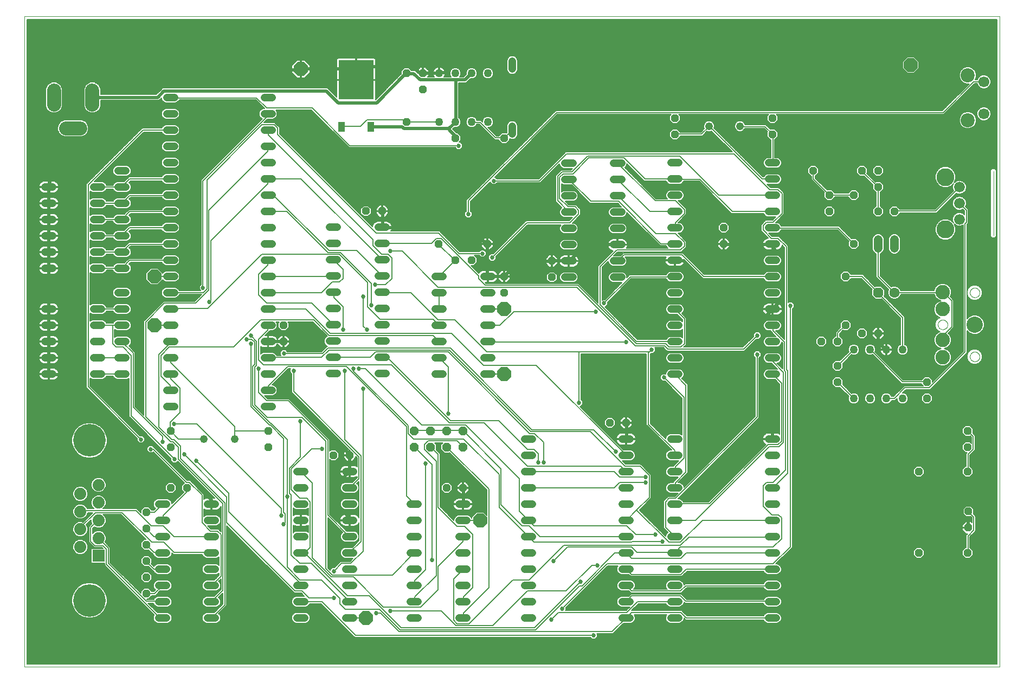
<source format=gtl>
G75*
%MOIN*%
%OFA0B0*%
%FSLAX25Y25*%
%IPPOS*%
%LPD*%
%AMOC8*
5,1,8,0,0,1.08239X$1,22.5*
%
%ADD10C,0.00000*%
%ADD11OC8,0.04800*%
%ADD12OC8,0.06300*%
%ADD13C,0.06300*%
%ADD14C,0.04800*%
%ADD15C,0.05000*%
%ADD16C,0.08600*%
%ADD17R,0.07400X0.07400*%
%ADD18C,0.07400*%
%ADD19C,0.20000*%
%ADD20OC8,0.05400*%
%ADD21C,0.05400*%
%ADD22C,0.04800*%
%ADD23C,0.06600*%
%ADD24C,0.11024*%
%ADD25C,0.08661*%
%ADD26C,0.06693*%
%ADD27OC8,0.08500*%
%ADD28C,0.04724*%
%ADD29C,0.10000*%
%ADD30C,0.08858*%
%ADD31R,0.21260X0.24409*%
%ADD32R,0.03937X0.06299*%
%ADD33C,0.02000*%
%ADD34C,0.02700*%
%ADD35C,0.00600*%
D10*
X0199833Y0054300D02*
X0199833Y0454260D01*
X0799534Y0454260D01*
X0799534Y0054300D01*
X0199833Y0054300D01*
X0761565Y0264693D02*
X0761567Y0264801D01*
X0761573Y0264910D01*
X0761583Y0265018D01*
X0761597Y0265125D01*
X0761615Y0265232D01*
X0761636Y0265339D01*
X0761662Y0265444D01*
X0761692Y0265549D01*
X0761725Y0265652D01*
X0761762Y0265754D01*
X0761803Y0265854D01*
X0761847Y0265953D01*
X0761896Y0266051D01*
X0761947Y0266146D01*
X0762002Y0266239D01*
X0762061Y0266331D01*
X0762123Y0266420D01*
X0762188Y0266507D01*
X0762256Y0266591D01*
X0762327Y0266673D01*
X0762401Y0266752D01*
X0762478Y0266828D01*
X0762558Y0266902D01*
X0762641Y0266972D01*
X0762726Y0267040D01*
X0762813Y0267104D01*
X0762903Y0267165D01*
X0762995Y0267223D01*
X0763089Y0267277D01*
X0763185Y0267328D01*
X0763282Y0267375D01*
X0763382Y0267419D01*
X0763483Y0267459D01*
X0763585Y0267495D01*
X0763688Y0267527D01*
X0763793Y0267556D01*
X0763899Y0267580D01*
X0764005Y0267601D01*
X0764112Y0267618D01*
X0764220Y0267631D01*
X0764328Y0267640D01*
X0764437Y0267645D01*
X0764545Y0267646D01*
X0764654Y0267643D01*
X0764762Y0267636D01*
X0764870Y0267625D01*
X0764977Y0267610D01*
X0765084Y0267591D01*
X0765190Y0267568D01*
X0765295Y0267542D01*
X0765400Y0267511D01*
X0765502Y0267477D01*
X0765604Y0267439D01*
X0765704Y0267397D01*
X0765803Y0267352D01*
X0765900Y0267303D01*
X0765994Y0267250D01*
X0766087Y0267194D01*
X0766178Y0267135D01*
X0766267Y0267072D01*
X0766353Y0267007D01*
X0766437Y0266938D01*
X0766518Y0266866D01*
X0766596Y0266791D01*
X0766672Y0266713D01*
X0766745Y0266632D01*
X0766815Y0266549D01*
X0766881Y0266464D01*
X0766945Y0266376D01*
X0767005Y0266285D01*
X0767062Y0266193D01*
X0767115Y0266098D01*
X0767165Y0266002D01*
X0767211Y0265904D01*
X0767254Y0265804D01*
X0767293Y0265703D01*
X0767328Y0265600D01*
X0767360Y0265497D01*
X0767387Y0265392D01*
X0767411Y0265286D01*
X0767431Y0265179D01*
X0767447Y0265072D01*
X0767459Y0264964D01*
X0767467Y0264856D01*
X0767471Y0264747D01*
X0767471Y0264639D01*
X0767467Y0264530D01*
X0767459Y0264422D01*
X0767447Y0264314D01*
X0767431Y0264207D01*
X0767411Y0264100D01*
X0767387Y0263994D01*
X0767360Y0263889D01*
X0767328Y0263786D01*
X0767293Y0263683D01*
X0767254Y0263582D01*
X0767211Y0263482D01*
X0767165Y0263384D01*
X0767115Y0263288D01*
X0767062Y0263193D01*
X0767005Y0263101D01*
X0766945Y0263010D01*
X0766881Y0262922D01*
X0766815Y0262837D01*
X0766745Y0262754D01*
X0766672Y0262673D01*
X0766596Y0262595D01*
X0766518Y0262520D01*
X0766437Y0262448D01*
X0766353Y0262379D01*
X0766267Y0262314D01*
X0766178Y0262251D01*
X0766087Y0262192D01*
X0765995Y0262136D01*
X0765900Y0262083D01*
X0765803Y0262034D01*
X0765704Y0261989D01*
X0765604Y0261947D01*
X0765502Y0261909D01*
X0765400Y0261875D01*
X0765295Y0261844D01*
X0765190Y0261818D01*
X0765084Y0261795D01*
X0764977Y0261776D01*
X0764870Y0261761D01*
X0764762Y0261750D01*
X0764654Y0261743D01*
X0764545Y0261740D01*
X0764437Y0261741D01*
X0764328Y0261746D01*
X0764220Y0261755D01*
X0764112Y0261768D01*
X0764005Y0261785D01*
X0763899Y0261806D01*
X0763793Y0261830D01*
X0763688Y0261859D01*
X0763585Y0261891D01*
X0763483Y0261927D01*
X0763382Y0261967D01*
X0763282Y0262011D01*
X0763185Y0262058D01*
X0763089Y0262109D01*
X0762995Y0262163D01*
X0762903Y0262221D01*
X0762813Y0262282D01*
X0762726Y0262346D01*
X0762641Y0262414D01*
X0762558Y0262484D01*
X0762478Y0262558D01*
X0762401Y0262634D01*
X0762327Y0262713D01*
X0762256Y0262795D01*
X0762188Y0262879D01*
X0762123Y0262966D01*
X0762061Y0263055D01*
X0762002Y0263147D01*
X0761947Y0263240D01*
X0761896Y0263335D01*
X0761847Y0263433D01*
X0761803Y0263532D01*
X0761762Y0263632D01*
X0761725Y0263734D01*
X0761692Y0263837D01*
X0761662Y0263942D01*
X0761636Y0264047D01*
X0761615Y0264154D01*
X0761597Y0264261D01*
X0761583Y0264368D01*
X0761573Y0264476D01*
X0761567Y0264585D01*
X0761565Y0264693D01*
X0781250Y0245008D02*
X0781252Y0245116D01*
X0781258Y0245225D01*
X0781268Y0245333D01*
X0781282Y0245440D01*
X0781300Y0245547D01*
X0781321Y0245654D01*
X0781347Y0245759D01*
X0781377Y0245864D01*
X0781410Y0245967D01*
X0781447Y0246069D01*
X0781488Y0246169D01*
X0781532Y0246268D01*
X0781581Y0246366D01*
X0781632Y0246461D01*
X0781687Y0246554D01*
X0781746Y0246646D01*
X0781808Y0246735D01*
X0781873Y0246822D01*
X0781941Y0246906D01*
X0782012Y0246988D01*
X0782086Y0247067D01*
X0782163Y0247143D01*
X0782243Y0247217D01*
X0782326Y0247287D01*
X0782411Y0247355D01*
X0782498Y0247419D01*
X0782588Y0247480D01*
X0782680Y0247538D01*
X0782774Y0247592D01*
X0782870Y0247643D01*
X0782967Y0247690D01*
X0783067Y0247734D01*
X0783168Y0247774D01*
X0783270Y0247810D01*
X0783373Y0247842D01*
X0783478Y0247871D01*
X0783584Y0247895D01*
X0783690Y0247916D01*
X0783797Y0247933D01*
X0783905Y0247946D01*
X0784013Y0247955D01*
X0784122Y0247960D01*
X0784230Y0247961D01*
X0784339Y0247958D01*
X0784447Y0247951D01*
X0784555Y0247940D01*
X0784662Y0247925D01*
X0784769Y0247906D01*
X0784875Y0247883D01*
X0784980Y0247857D01*
X0785085Y0247826D01*
X0785187Y0247792D01*
X0785289Y0247754D01*
X0785389Y0247712D01*
X0785488Y0247667D01*
X0785585Y0247618D01*
X0785679Y0247565D01*
X0785772Y0247509D01*
X0785863Y0247450D01*
X0785952Y0247387D01*
X0786038Y0247322D01*
X0786122Y0247253D01*
X0786203Y0247181D01*
X0786281Y0247106D01*
X0786357Y0247028D01*
X0786430Y0246947D01*
X0786500Y0246864D01*
X0786566Y0246779D01*
X0786630Y0246691D01*
X0786690Y0246600D01*
X0786747Y0246508D01*
X0786800Y0246413D01*
X0786850Y0246317D01*
X0786896Y0246219D01*
X0786939Y0246119D01*
X0786978Y0246018D01*
X0787013Y0245915D01*
X0787045Y0245812D01*
X0787072Y0245707D01*
X0787096Y0245601D01*
X0787116Y0245494D01*
X0787132Y0245387D01*
X0787144Y0245279D01*
X0787152Y0245171D01*
X0787156Y0245062D01*
X0787156Y0244954D01*
X0787152Y0244845D01*
X0787144Y0244737D01*
X0787132Y0244629D01*
X0787116Y0244522D01*
X0787096Y0244415D01*
X0787072Y0244309D01*
X0787045Y0244204D01*
X0787013Y0244101D01*
X0786978Y0243998D01*
X0786939Y0243897D01*
X0786896Y0243797D01*
X0786850Y0243699D01*
X0786800Y0243603D01*
X0786747Y0243508D01*
X0786690Y0243416D01*
X0786630Y0243325D01*
X0786566Y0243237D01*
X0786500Y0243152D01*
X0786430Y0243069D01*
X0786357Y0242988D01*
X0786281Y0242910D01*
X0786203Y0242835D01*
X0786122Y0242763D01*
X0786038Y0242694D01*
X0785952Y0242629D01*
X0785863Y0242566D01*
X0785772Y0242507D01*
X0785680Y0242451D01*
X0785585Y0242398D01*
X0785488Y0242349D01*
X0785389Y0242304D01*
X0785289Y0242262D01*
X0785187Y0242224D01*
X0785085Y0242190D01*
X0784980Y0242159D01*
X0784875Y0242133D01*
X0784769Y0242110D01*
X0784662Y0242091D01*
X0784555Y0242076D01*
X0784447Y0242065D01*
X0784339Y0242058D01*
X0784230Y0242055D01*
X0784122Y0242056D01*
X0784013Y0242061D01*
X0783905Y0242070D01*
X0783797Y0242083D01*
X0783690Y0242100D01*
X0783584Y0242121D01*
X0783478Y0242145D01*
X0783373Y0242174D01*
X0783270Y0242206D01*
X0783168Y0242242D01*
X0783067Y0242282D01*
X0782967Y0242326D01*
X0782870Y0242373D01*
X0782774Y0242424D01*
X0782680Y0242478D01*
X0782588Y0242536D01*
X0782498Y0242597D01*
X0782411Y0242661D01*
X0782326Y0242729D01*
X0782243Y0242799D01*
X0782163Y0242873D01*
X0782086Y0242949D01*
X0782012Y0243028D01*
X0781941Y0243110D01*
X0781873Y0243194D01*
X0781808Y0243281D01*
X0781746Y0243370D01*
X0781687Y0243462D01*
X0781632Y0243555D01*
X0781581Y0243650D01*
X0781532Y0243748D01*
X0781488Y0243847D01*
X0781447Y0243947D01*
X0781410Y0244049D01*
X0781377Y0244152D01*
X0781347Y0244257D01*
X0781321Y0244362D01*
X0781300Y0244469D01*
X0781282Y0244576D01*
X0781268Y0244683D01*
X0781258Y0244791D01*
X0781252Y0244900D01*
X0781250Y0245008D01*
X0781250Y0284378D02*
X0781252Y0284486D01*
X0781258Y0284595D01*
X0781268Y0284703D01*
X0781282Y0284810D01*
X0781300Y0284917D01*
X0781321Y0285024D01*
X0781347Y0285129D01*
X0781377Y0285234D01*
X0781410Y0285337D01*
X0781447Y0285439D01*
X0781488Y0285539D01*
X0781532Y0285638D01*
X0781581Y0285736D01*
X0781632Y0285831D01*
X0781687Y0285924D01*
X0781746Y0286016D01*
X0781808Y0286105D01*
X0781873Y0286192D01*
X0781941Y0286276D01*
X0782012Y0286358D01*
X0782086Y0286437D01*
X0782163Y0286513D01*
X0782243Y0286587D01*
X0782326Y0286657D01*
X0782411Y0286725D01*
X0782498Y0286789D01*
X0782588Y0286850D01*
X0782680Y0286908D01*
X0782774Y0286962D01*
X0782870Y0287013D01*
X0782967Y0287060D01*
X0783067Y0287104D01*
X0783168Y0287144D01*
X0783270Y0287180D01*
X0783373Y0287212D01*
X0783478Y0287241D01*
X0783584Y0287265D01*
X0783690Y0287286D01*
X0783797Y0287303D01*
X0783905Y0287316D01*
X0784013Y0287325D01*
X0784122Y0287330D01*
X0784230Y0287331D01*
X0784339Y0287328D01*
X0784447Y0287321D01*
X0784555Y0287310D01*
X0784662Y0287295D01*
X0784769Y0287276D01*
X0784875Y0287253D01*
X0784980Y0287227D01*
X0785085Y0287196D01*
X0785187Y0287162D01*
X0785289Y0287124D01*
X0785389Y0287082D01*
X0785488Y0287037D01*
X0785585Y0286988D01*
X0785679Y0286935D01*
X0785772Y0286879D01*
X0785863Y0286820D01*
X0785952Y0286757D01*
X0786038Y0286692D01*
X0786122Y0286623D01*
X0786203Y0286551D01*
X0786281Y0286476D01*
X0786357Y0286398D01*
X0786430Y0286317D01*
X0786500Y0286234D01*
X0786566Y0286149D01*
X0786630Y0286061D01*
X0786690Y0285970D01*
X0786747Y0285878D01*
X0786800Y0285783D01*
X0786850Y0285687D01*
X0786896Y0285589D01*
X0786939Y0285489D01*
X0786978Y0285388D01*
X0787013Y0285285D01*
X0787045Y0285182D01*
X0787072Y0285077D01*
X0787096Y0284971D01*
X0787116Y0284864D01*
X0787132Y0284757D01*
X0787144Y0284649D01*
X0787152Y0284541D01*
X0787156Y0284432D01*
X0787156Y0284324D01*
X0787152Y0284215D01*
X0787144Y0284107D01*
X0787132Y0283999D01*
X0787116Y0283892D01*
X0787096Y0283785D01*
X0787072Y0283679D01*
X0787045Y0283574D01*
X0787013Y0283471D01*
X0786978Y0283368D01*
X0786939Y0283267D01*
X0786896Y0283167D01*
X0786850Y0283069D01*
X0786800Y0282973D01*
X0786747Y0282878D01*
X0786690Y0282786D01*
X0786630Y0282695D01*
X0786566Y0282607D01*
X0786500Y0282522D01*
X0786430Y0282439D01*
X0786357Y0282358D01*
X0786281Y0282280D01*
X0786203Y0282205D01*
X0786122Y0282133D01*
X0786038Y0282064D01*
X0785952Y0281999D01*
X0785863Y0281936D01*
X0785772Y0281877D01*
X0785680Y0281821D01*
X0785585Y0281768D01*
X0785488Y0281719D01*
X0785389Y0281674D01*
X0785289Y0281632D01*
X0785187Y0281594D01*
X0785085Y0281560D01*
X0784980Y0281529D01*
X0784875Y0281503D01*
X0784769Y0281480D01*
X0784662Y0281461D01*
X0784555Y0281446D01*
X0784447Y0281435D01*
X0784339Y0281428D01*
X0784230Y0281425D01*
X0784122Y0281426D01*
X0784013Y0281431D01*
X0783905Y0281440D01*
X0783797Y0281453D01*
X0783690Y0281470D01*
X0783584Y0281491D01*
X0783478Y0281515D01*
X0783373Y0281544D01*
X0783270Y0281576D01*
X0783168Y0281612D01*
X0783067Y0281652D01*
X0782967Y0281696D01*
X0782870Y0281743D01*
X0782774Y0281794D01*
X0782680Y0281848D01*
X0782588Y0281906D01*
X0782498Y0281967D01*
X0782411Y0282031D01*
X0782326Y0282099D01*
X0782243Y0282169D01*
X0782163Y0282243D01*
X0782086Y0282319D01*
X0782012Y0282398D01*
X0781941Y0282480D01*
X0781873Y0282564D01*
X0781808Y0282651D01*
X0781746Y0282740D01*
X0781687Y0282832D01*
X0781632Y0282925D01*
X0781581Y0283020D01*
X0781532Y0283118D01*
X0781488Y0283217D01*
X0781447Y0283317D01*
X0781410Y0283419D01*
X0781377Y0283522D01*
X0781347Y0283627D01*
X0781321Y0283732D01*
X0781300Y0283839D01*
X0781282Y0283946D01*
X0781268Y0284053D01*
X0781258Y0284161D01*
X0781252Y0284270D01*
X0781250Y0284378D01*
X0795699Y0319615D02*
X0795699Y0358985D01*
D11*
X0734833Y0334300D03*
X0724833Y0334300D03*
X0709833Y0344300D03*
X0694833Y0344300D03*
X0694833Y0334300D03*
X0724833Y0349300D03*
X0724833Y0359300D03*
X0714833Y0359300D03*
X0684833Y0359300D03*
X0659853Y0381674D03*
X0659853Y0391674D03*
X0599853Y0391674D03*
X0599853Y0381674D03*
X0494833Y0379300D03*
X0464833Y0379300D03*
X0434833Y0389300D03*
X0444833Y0409300D03*
X0444833Y0419300D03*
X0434833Y0419300D03*
X0419825Y0334485D03*
X0409825Y0334485D03*
X0454453Y0314300D03*
X0464713Y0304300D03*
X0474713Y0304300D03*
X0484453Y0314300D03*
X0494833Y0294300D03*
X0494833Y0284300D03*
X0524136Y0293800D03*
X0524136Y0303800D03*
X0629853Y0314174D03*
X0629853Y0324174D03*
X0704833Y0294300D03*
X0709833Y0314300D03*
X0704833Y0264300D03*
X0699833Y0254300D03*
X0689833Y0254300D03*
X0714833Y0259300D03*
X0724833Y0259300D03*
X0699833Y0239300D03*
X0699833Y0229300D03*
X0754833Y0229300D03*
X0754833Y0219300D03*
X0779833Y0199300D03*
X0779833Y0189300D03*
X0779833Y0174300D03*
X0749833Y0174300D03*
X0780333Y0149800D03*
X0780333Y0139800D03*
X0779833Y0124300D03*
X0749833Y0124300D03*
X0569766Y0204300D03*
X0559766Y0204300D03*
X0469577Y0164213D03*
X0459577Y0164213D03*
X0399833Y0184367D03*
X0389833Y0184367D03*
X0349703Y0189300D03*
X0349703Y0199300D03*
X0289703Y0199300D03*
X0289703Y0189300D03*
X0289833Y0164300D03*
X0299833Y0164300D03*
X0274833Y0149300D03*
X0274833Y0139300D03*
X0274833Y0129300D03*
X0274833Y0119300D03*
X0274833Y0109300D03*
X0274833Y0099300D03*
X0359203Y0254300D03*
X0359203Y0264300D03*
D12*
X0724833Y0284300D03*
D13*
X0734833Y0284300D03*
D14*
X0567036Y0293800D02*
X0562236Y0293800D01*
X0562236Y0303800D02*
X0567036Y0303800D01*
X0567036Y0313800D02*
X0562236Y0313800D01*
X0562236Y0323800D02*
X0567036Y0323800D01*
X0567036Y0333800D02*
X0562236Y0333800D01*
X0562236Y0343800D02*
X0567036Y0343800D01*
X0567036Y0353800D02*
X0562236Y0353800D01*
X0562236Y0363800D02*
X0567036Y0363800D01*
X0537036Y0363800D02*
X0532236Y0363800D01*
X0532236Y0353800D02*
X0537036Y0353800D01*
X0537036Y0343800D02*
X0532236Y0343800D01*
X0532236Y0333800D02*
X0537036Y0333800D01*
X0537036Y0323800D02*
X0532236Y0323800D01*
X0532236Y0313800D02*
X0537036Y0313800D01*
X0537036Y0303800D02*
X0532236Y0303800D01*
X0532236Y0293800D02*
X0537036Y0293800D01*
X0487233Y0294300D02*
X0482433Y0294300D01*
X0482433Y0284300D02*
X0487233Y0284300D01*
X0487233Y0274300D02*
X0482433Y0274300D01*
X0482433Y0264300D02*
X0487233Y0264300D01*
X0487233Y0254300D02*
X0482433Y0254300D01*
X0482433Y0244300D02*
X0487233Y0244300D01*
X0487233Y0234300D02*
X0482433Y0234300D01*
X0457233Y0234300D02*
X0452433Y0234300D01*
X0452433Y0244300D02*
X0457233Y0244300D01*
X0457233Y0254300D02*
X0452433Y0254300D01*
X0452433Y0264300D02*
X0457233Y0264300D01*
X0457233Y0274300D02*
X0452433Y0274300D01*
X0452433Y0284300D02*
X0457233Y0284300D01*
X0457233Y0294300D02*
X0452433Y0294300D01*
X0422225Y0294485D02*
X0417425Y0294485D01*
X0417425Y0304485D02*
X0422225Y0304485D01*
X0422225Y0314485D02*
X0417425Y0314485D01*
X0417425Y0324485D02*
X0422225Y0324485D01*
X0392225Y0324485D02*
X0387425Y0324485D01*
X0387425Y0314485D02*
X0392225Y0314485D01*
X0392225Y0304485D02*
X0387425Y0304485D01*
X0387425Y0294485D02*
X0392225Y0294485D01*
X0392225Y0284485D02*
X0387425Y0284485D01*
X0387425Y0274485D02*
X0392225Y0274485D01*
X0392225Y0264485D02*
X0387425Y0264485D01*
X0387425Y0254485D02*
X0392225Y0254485D01*
X0392225Y0244485D02*
X0387425Y0244485D01*
X0387425Y0234485D02*
X0392225Y0234485D01*
X0417425Y0234485D02*
X0422225Y0234485D01*
X0422225Y0244485D02*
X0417425Y0244485D01*
X0417425Y0254485D02*
X0422225Y0254485D01*
X0422225Y0264485D02*
X0417425Y0264485D01*
X0417425Y0274485D02*
X0422225Y0274485D01*
X0422225Y0284485D02*
X0417425Y0284485D01*
X0262233Y0284300D02*
X0257433Y0284300D01*
X0257433Y0274300D02*
X0262233Y0274300D01*
X0262233Y0264300D02*
X0257433Y0264300D01*
X0257433Y0254300D02*
X0262233Y0254300D01*
X0247233Y0254300D02*
X0242433Y0254300D01*
X0242433Y0264300D02*
X0247233Y0264300D01*
X0247233Y0274300D02*
X0242433Y0274300D01*
X0217233Y0274300D02*
X0212433Y0274300D01*
X0212433Y0264300D02*
X0217233Y0264300D01*
X0217233Y0254300D02*
X0212433Y0254300D01*
X0212433Y0244300D02*
X0217233Y0244300D01*
X0217233Y0234300D02*
X0212433Y0234300D01*
X0242433Y0234300D02*
X0247233Y0234300D01*
X0247233Y0244300D02*
X0242433Y0244300D01*
X0257433Y0244300D02*
X0262233Y0244300D01*
X0262233Y0234300D02*
X0257433Y0234300D01*
X0367433Y0174367D02*
X0372233Y0174367D01*
X0372233Y0164367D02*
X0367433Y0164367D01*
X0367433Y0154367D02*
X0372233Y0154367D01*
X0372233Y0144367D02*
X0367433Y0144367D01*
X0367433Y0134367D02*
X0372233Y0134367D01*
X0372233Y0124367D02*
X0367433Y0124367D01*
X0367433Y0114367D02*
X0372233Y0114367D01*
X0372233Y0104367D02*
X0367433Y0104367D01*
X0367433Y0094367D02*
X0372233Y0094367D01*
X0372233Y0084367D02*
X0367433Y0084367D01*
X0397433Y0084367D02*
X0402233Y0084367D01*
X0402233Y0094367D02*
X0397433Y0094367D01*
X0397433Y0104367D02*
X0402233Y0104367D01*
X0402233Y0114367D02*
X0397433Y0114367D01*
X0397433Y0124367D02*
X0402233Y0124367D01*
X0402233Y0134367D02*
X0397433Y0134367D01*
X0397433Y0144367D02*
X0402233Y0144367D01*
X0402233Y0154367D02*
X0397433Y0154367D01*
X0397433Y0164367D02*
X0402233Y0164367D01*
X0402233Y0174367D02*
X0397433Y0174367D01*
X0437177Y0154213D02*
X0441977Y0154213D01*
X0441977Y0144213D02*
X0437177Y0144213D01*
X0437177Y0134213D02*
X0441977Y0134213D01*
X0441977Y0124213D02*
X0437177Y0124213D01*
X0437177Y0114213D02*
X0441977Y0114213D01*
X0441977Y0104213D02*
X0437177Y0104213D01*
X0437177Y0094213D02*
X0441977Y0094213D01*
X0467177Y0094213D02*
X0471977Y0094213D01*
X0471977Y0104213D02*
X0467177Y0104213D01*
X0467177Y0114213D02*
X0471977Y0114213D01*
X0471977Y0124213D02*
X0467177Y0124213D01*
X0467177Y0134213D02*
X0471977Y0134213D01*
X0471977Y0144213D02*
X0467177Y0144213D01*
X0467177Y0154213D02*
X0471977Y0154213D01*
X0507366Y0154300D02*
X0512166Y0154300D01*
X0512166Y0164300D02*
X0507366Y0164300D01*
X0507366Y0174300D02*
X0512166Y0174300D01*
X0512166Y0184300D02*
X0507366Y0184300D01*
X0507366Y0194300D02*
X0512166Y0194300D01*
X0567366Y0194300D02*
X0572166Y0194300D01*
X0572166Y0184300D02*
X0567366Y0184300D01*
X0567366Y0174300D02*
X0572166Y0174300D01*
X0572166Y0164300D02*
X0567366Y0164300D01*
X0567366Y0154300D02*
X0572166Y0154300D01*
X0572166Y0144300D02*
X0567366Y0144300D01*
X0567366Y0134300D02*
X0572166Y0134300D01*
X0572166Y0124300D02*
X0567366Y0124300D01*
X0567366Y0114300D02*
X0572166Y0114300D01*
X0572166Y0104300D02*
X0567366Y0104300D01*
X0567366Y0094300D02*
X0572166Y0094300D01*
X0572166Y0084300D02*
X0567366Y0084300D01*
X0512166Y0084300D02*
X0507366Y0084300D01*
X0507366Y0094300D02*
X0512166Y0094300D01*
X0512166Y0104300D02*
X0507366Y0104300D01*
X0507366Y0114300D02*
X0512166Y0114300D01*
X0512166Y0124300D02*
X0507366Y0124300D01*
X0507366Y0134300D02*
X0512166Y0134300D01*
X0512166Y0144300D02*
X0507366Y0144300D01*
X0471977Y0084213D02*
X0467177Y0084213D01*
X0441977Y0084213D02*
X0437177Y0084213D01*
X0317233Y0084300D02*
X0312433Y0084300D01*
X0312433Y0094300D02*
X0317233Y0094300D01*
X0317233Y0104300D02*
X0312433Y0104300D01*
X0312433Y0114300D02*
X0317233Y0114300D01*
X0317233Y0124300D02*
X0312433Y0124300D01*
X0312433Y0134300D02*
X0317233Y0134300D01*
X0317233Y0144300D02*
X0312433Y0144300D01*
X0312433Y0154300D02*
X0317233Y0154300D01*
X0287233Y0154300D02*
X0282433Y0154300D01*
X0282433Y0144300D02*
X0287233Y0144300D01*
X0287233Y0134300D02*
X0282433Y0134300D01*
X0282433Y0124300D02*
X0287233Y0124300D01*
X0287233Y0114300D02*
X0282433Y0114300D01*
X0282433Y0104300D02*
X0287233Y0104300D01*
X0287233Y0094300D02*
X0282433Y0094300D01*
X0282433Y0084300D02*
X0287233Y0084300D01*
X0262233Y0299300D02*
X0257433Y0299300D01*
X0257433Y0309300D02*
X0262233Y0309300D01*
X0262233Y0319300D02*
X0257433Y0319300D01*
X0257433Y0329300D02*
X0262233Y0329300D01*
X0247233Y0329300D02*
X0242433Y0329300D01*
X0242433Y0319300D02*
X0247233Y0319300D01*
X0247233Y0309300D02*
X0242433Y0309300D01*
X0242433Y0299300D02*
X0247233Y0299300D01*
X0217233Y0299300D02*
X0212433Y0299300D01*
X0212433Y0309300D02*
X0217233Y0309300D01*
X0217233Y0319300D02*
X0212433Y0319300D01*
X0212433Y0329300D02*
X0217233Y0329300D01*
X0217233Y0339300D02*
X0212433Y0339300D01*
X0212433Y0349300D02*
X0217233Y0349300D01*
X0242433Y0349300D02*
X0247233Y0349300D01*
X0247233Y0339300D02*
X0242433Y0339300D01*
X0257433Y0339300D02*
X0262233Y0339300D01*
X0262233Y0349300D02*
X0257433Y0349300D01*
X0257433Y0359300D02*
X0262233Y0359300D01*
X0499833Y0381900D02*
X0499833Y0386700D01*
X0499833Y0421900D02*
X0499833Y0426700D01*
D15*
X0484833Y0419300D03*
X0474833Y0419300D03*
X0464833Y0419300D03*
X0454833Y0419300D03*
X0454833Y0389300D03*
X0464833Y0389300D03*
X0474833Y0389300D03*
X0484833Y0389300D03*
X0709833Y0249300D03*
X0719833Y0249300D03*
X0729833Y0249300D03*
X0739833Y0249300D03*
X0739833Y0219300D03*
X0729833Y0219300D03*
X0719833Y0219300D03*
X0709833Y0219300D03*
D16*
X0241644Y0400000D02*
X0241644Y0408600D01*
X0218022Y0408600D02*
X0218022Y0400000D01*
X0225533Y0385402D02*
X0234133Y0385402D01*
D17*
X0245424Y0122489D03*
D18*
X0234243Y0127961D03*
X0245424Y0133394D03*
X0234243Y0138867D03*
X0245424Y0144300D03*
X0234243Y0149733D03*
X0245424Y0155205D03*
X0234243Y0160638D03*
X0245424Y0166111D03*
D19*
X0239833Y0193512D03*
X0239833Y0095087D03*
D20*
X0439589Y0189386D03*
X0449589Y0189386D03*
X0459589Y0189386D03*
X0469589Y0189386D03*
X0469589Y0199386D03*
X0459589Y0199386D03*
X0449589Y0199386D03*
X0439589Y0199386D03*
D21*
X0724833Y0311600D02*
X0724833Y0317000D01*
X0734833Y0317000D02*
X0734833Y0311600D01*
D22*
X0639853Y0386674D03*
X0620853Y0386674D03*
X0329203Y0194300D03*
X0310203Y0194300D03*
D23*
X0774833Y0329457D03*
X0774833Y0339300D03*
X0774833Y0349142D03*
D24*
X0766172Y0355441D03*
X0766172Y0323158D03*
D25*
X0779959Y0390414D03*
X0779959Y0417973D03*
D26*
X0789802Y0414036D03*
X0789802Y0394351D03*
D27*
X0744833Y0424300D03*
X0494833Y0274300D03*
X0494833Y0234300D03*
X0480077Y0144213D03*
X0409833Y0084367D03*
X0279833Y0264300D03*
X0279703Y0294300D03*
X0369833Y0421800D03*
D28*
X0352066Y0404300D02*
X0347341Y0404300D01*
X0347341Y0394300D02*
X0352066Y0394300D01*
X0352066Y0384300D02*
X0347341Y0384300D01*
X0347341Y0374300D02*
X0352066Y0374300D01*
X0352066Y0364300D02*
X0347341Y0364300D01*
X0347341Y0354300D02*
X0352066Y0354300D01*
X0352066Y0344300D02*
X0347341Y0344300D01*
X0347341Y0334300D02*
X0352066Y0334300D01*
X0352066Y0324300D02*
X0347341Y0324300D01*
X0347341Y0314300D02*
X0352066Y0314300D01*
X0352066Y0304300D02*
X0347341Y0304300D01*
X0347341Y0294300D02*
X0352066Y0294300D01*
X0352066Y0284300D02*
X0347341Y0284300D01*
X0347341Y0274300D02*
X0352066Y0274300D01*
X0352066Y0264300D02*
X0347341Y0264300D01*
X0347341Y0254300D02*
X0352066Y0254300D01*
X0352066Y0244300D02*
X0347341Y0244300D01*
X0347341Y0234300D02*
X0352066Y0234300D01*
X0352066Y0224300D02*
X0347341Y0224300D01*
X0347341Y0214300D02*
X0352066Y0214300D01*
X0292066Y0214300D02*
X0287341Y0214300D01*
X0287341Y0224300D02*
X0292066Y0224300D01*
X0292066Y0234300D02*
X0287341Y0234300D01*
X0287341Y0244300D02*
X0292066Y0244300D01*
X0292066Y0254300D02*
X0287341Y0254300D01*
X0287341Y0264300D02*
X0292066Y0264300D01*
X0292066Y0274300D02*
X0287341Y0274300D01*
X0287341Y0284300D02*
X0292066Y0284300D01*
X0292066Y0294300D02*
X0287341Y0294300D01*
X0287341Y0304300D02*
X0292066Y0304300D01*
X0292066Y0314300D02*
X0287341Y0314300D01*
X0287341Y0324300D02*
X0292066Y0324300D01*
X0292066Y0334300D02*
X0287341Y0334300D01*
X0287341Y0344300D02*
X0292066Y0344300D01*
X0292066Y0354300D02*
X0287341Y0354300D01*
X0287341Y0364300D02*
X0292066Y0364300D01*
X0292066Y0374300D02*
X0287341Y0374300D01*
X0287341Y0384300D02*
X0292066Y0384300D01*
X0292066Y0394300D02*
X0287341Y0394300D01*
X0287341Y0404300D02*
X0292066Y0404300D01*
X0597491Y0364174D02*
X0602215Y0364174D01*
X0602215Y0354174D02*
X0597491Y0354174D01*
X0597491Y0344174D02*
X0602215Y0344174D01*
X0602215Y0334174D02*
X0597491Y0334174D01*
X0597491Y0324174D02*
X0602215Y0324174D01*
X0602215Y0314174D02*
X0597491Y0314174D01*
X0597491Y0304174D02*
X0602215Y0304174D01*
X0602215Y0294174D02*
X0597491Y0294174D01*
X0597491Y0284174D02*
X0602215Y0284174D01*
X0602215Y0274174D02*
X0597491Y0274174D01*
X0597491Y0264174D02*
X0602215Y0264174D01*
X0602215Y0254174D02*
X0597491Y0254174D01*
X0597491Y0244174D02*
X0602215Y0244174D01*
X0602215Y0234174D02*
X0597491Y0234174D01*
X0657491Y0234174D02*
X0662215Y0234174D01*
X0662215Y0244174D02*
X0657491Y0244174D01*
X0657491Y0254174D02*
X0662215Y0254174D01*
X0662215Y0264174D02*
X0657491Y0264174D01*
X0657491Y0274174D02*
X0662215Y0274174D01*
X0662215Y0284174D02*
X0657491Y0284174D01*
X0657491Y0294174D02*
X0662215Y0294174D01*
X0662215Y0304174D02*
X0657491Y0304174D01*
X0657491Y0314174D02*
X0662215Y0314174D01*
X0662215Y0324174D02*
X0657491Y0324174D01*
X0657491Y0334174D02*
X0662215Y0334174D01*
X0662215Y0344174D02*
X0657491Y0344174D01*
X0657491Y0354174D02*
X0662215Y0354174D01*
X0662215Y0364174D02*
X0657491Y0364174D01*
X0657404Y0194300D02*
X0662129Y0194300D01*
X0662129Y0184300D02*
X0657404Y0184300D01*
X0657404Y0174300D02*
X0662129Y0174300D01*
X0662129Y0164300D02*
X0657404Y0164300D01*
X0657404Y0154300D02*
X0662129Y0154300D01*
X0662129Y0144300D02*
X0657404Y0144300D01*
X0657404Y0134300D02*
X0662129Y0134300D01*
X0662129Y0124300D02*
X0657404Y0124300D01*
X0657404Y0114300D02*
X0662129Y0114300D01*
X0662129Y0104300D02*
X0657404Y0104300D01*
X0657404Y0094300D02*
X0662129Y0094300D01*
X0662129Y0084300D02*
X0657404Y0084300D01*
X0602129Y0084300D02*
X0597404Y0084300D01*
X0597404Y0094300D02*
X0602129Y0094300D01*
X0602129Y0104300D02*
X0597404Y0104300D01*
X0597404Y0114300D02*
X0602129Y0114300D01*
X0602129Y0124300D02*
X0597404Y0124300D01*
X0597404Y0134300D02*
X0602129Y0134300D01*
X0602129Y0144300D02*
X0597404Y0144300D01*
X0597404Y0154300D02*
X0602129Y0154300D01*
X0602129Y0164300D02*
X0597404Y0164300D01*
X0597404Y0174300D02*
X0602129Y0174300D01*
X0602129Y0184300D02*
X0597404Y0184300D01*
X0597404Y0194300D02*
X0602129Y0194300D01*
D29*
X0784203Y0264693D03*
D30*
X0764518Y0255245D03*
X0764518Y0244615D03*
X0764518Y0274142D03*
X0764518Y0284772D03*
D31*
X0403833Y0415142D03*
D32*
X0394857Y0386402D03*
X0412810Y0386402D03*
D33*
X0412833Y0386400D01*
X0432033Y0386400D01*
X0433233Y0385200D01*
X0460833Y0385200D01*
X0461133Y0384300D01*
X0464733Y0380700D01*
X0464733Y0379500D01*
X0464833Y0379300D01*
X0460833Y0385200D02*
X0464733Y0389100D01*
X0464833Y0389300D01*
X0465033Y0390300D01*
X0465033Y0415200D01*
X0443133Y0415200D01*
X0439233Y0419100D01*
X0435033Y0419100D01*
X0434833Y0419300D01*
X0434133Y0418800D01*
X0416433Y0401100D01*
X0392733Y0401100D01*
X0385533Y0408300D01*
X0285633Y0408300D01*
X0281733Y0404400D01*
X0241833Y0404400D01*
X0241644Y0404300D01*
X0235533Y0408900D02*
X0235533Y0411000D01*
X0245733Y0421200D01*
X0369033Y0421200D01*
X0369833Y0421800D01*
X0396633Y0421800D01*
X0402933Y0415500D01*
X0403833Y0415142D01*
X0403833Y0415200D01*
X0411933Y0423300D01*
X0438933Y0423300D01*
X0442533Y0419700D01*
X0444033Y0419700D01*
X0444833Y0419300D01*
X0444933Y0419400D01*
X0454833Y0419400D01*
X0454833Y0419300D01*
X0455733Y0419700D01*
X0459333Y0419700D01*
X0463233Y0423600D01*
X0476433Y0423600D01*
X0479133Y0420900D01*
X0479133Y0399600D01*
X0469833Y0390300D01*
X0469833Y0324300D01*
X0420933Y0324300D01*
X0419825Y0324485D01*
X0420033Y0324600D01*
X0420033Y0334200D01*
X0419825Y0334485D01*
X0469833Y0324300D02*
X0474033Y0324300D01*
X0483633Y0314700D01*
X0484453Y0314300D01*
X0484533Y0314100D01*
X0484533Y0295200D01*
X0484833Y0294300D01*
X0494833Y0294300D01*
X0495633Y0294900D01*
X0504333Y0303600D01*
X0523233Y0303600D01*
X0524136Y0303800D01*
X0524433Y0303900D01*
X0534633Y0303900D01*
X0534636Y0303800D01*
X0535533Y0304200D01*
X0545133Y0313800D01*
X0564636Y0313800D01*
X0599853Y0304174D02*
X0600033Y0303900D01*
X0605133Y0303900D01*
X0641133Y0267900D01*
X0652533Y0267900D01*
X0653433Y0267600D01*
X0659733Y0273900D01*
X0659853Y0274174D01*
X0660633Y0274800D01*
X0666333Y0280500D01*
X0666333Y0305700D01*
X0660033Y0312000D01*
X0660033Y0313200D01*
X0659853Y0314174D01*
X0659733Y0314100D01*
X0630033Y0314100D01*
X0629853Y0314174D01*
X0653433Y0267600D02*
X0653433Y0249300D01*
X0649233Y0249300D01*
X0639933Y0240000D01*
X0596733Y0240000D01*
X0585933Y0229200D01*
X0585933Y0219000D01*
X0570033Y0204300D02*
X0569766Y0204300D01*
X0570033Y0204300D02*
X0570033Y0194400D01*
X0569766Y0194300D01*
X0653433Y0232500D02*
X0653433Y0249300D01*
X0653433Y0232500D02*
X0659733Y0226200D01*
X0659733Y0194400D01*
X0659766Y0194300D01*
X0673233Y0205500D02*
X0702033Y0205500D01*
X0714033Y0217500D01*
X0714633Y0217500D01*
X0715533Y0217800D01*
X0715533Y0250800D01*
X0718533Y0253800D01*
X0723933Y0253800D01*
X0724833Y0254100D01*
X0729633Y0249300D01*
X0729833Y0249300D01*
X0724833Y0254100D02*
X0724833Y0259300D01*
X0715533Y0217800D02*
X0753933Y0179400D01*
X0753933Y0170400D01*
X0780333Y0144000D01*
X0780333Y0139800D01*
X0469833Y0154500D02*
X0469577Y0154213D01*
X0469833Y0154500D02*
X0469833Y0164100D01*
X0469577Y0164213D01*
X0399933Y0174600D02*
X0399833Y0174367D01*
X0399033Y0173700D01*
X0393333Y0168000D01*
X0393333Y0152700D01*
X0399633Y0146400D01*
X0399633Y0144600D01*
X0399833Y0144367D01*
X0399933Y0174600D02*
X0399933Y0184200D01*
X0399833Y0184367D01*
X0399633Y0185400D01*
X0362133Y0222900D01*
X0362133Y0235800D01*
X0359203Y0254300D02*
X0359133Y0254400D01*
X0349833Y0254400D01*
X0349703Y0254300D01*
X0278733Y0191100D02*
X0270333Y0191100D01*
X0227433Y0234000D01*
X0215733Y0234000D01*
X0214833Y0234300D01*
X0214833Y0244300D01*
X0214833Y0254300D01*
X0214833Y0264300D01*
X0214833Y0274300D01*
X0214833Y0299300D01*
X0214833Y0309300D01*
X0214833Y0319300D01*
X0214833Y0329300D01*
X0214833Y0339300D01*
X0214833Y0349300D01*
X0215433Y0350100D01*
X0215433Y0388800D01*
X0235533Y0408900D01*
X0465033Y0415200D02*
X0470733Y0415200D01*
X0474833Y0419300D01*
X0278733Y0191100D02*
X0300033Y0169800D01*
X0301833Y0169800D01*
X0314733Y0156900D01*
X0314733Y0154500D01*
X0314833Y0154300D01*
D34*
X0357933Y0147300D03*
X0359133Y0141900D03*
X0361533Y0159000D03*
X0305433Y0180900D03*
X0298233Y0184800D03*
X0292233Y0181800D03*
X0277533Y0188100D03*
X0284733Y0192600D03*
X0271533Y0194100D03*
X0291933Y0203700D03*
X0343833Y0237600D03*
X0359433Y0246900D03*
X0362133Y0235800D03*
X0365433Y0236400D03*
X0339033Y0252900D03*
X0336633Y0255600D03*
X0339033Y0258000D03*
X0313533Y0278700D03*
X0309633Y0287400D03*
X0395733Y0261600D03*
X0410433Y0261600D03*
X0413133Y0276600D03*
X0408333Y0282000D03*
X0415533Y0289200D03*
X0424833Y0309900D03*
X0472833Y0332700D03*
X0488433Y0353100D03*
X0466833Y0374700D03*
X0481533Y0308400D03*
X0487533Y0306000D03*
X0556233Y0277800D03*
X0551133Y0272700D03*
X0569733Y0254100D03*
X0585633Y0249300D03*
X0593133Y0232200D03*
X0585933Y0219000D03*
X0540933Y0216600D03*
X0563433Y0186600D03*
X0581733Y0171000D03*
X0581733Y0167700D03*
X0587733Y0135600D03*
X0592233Y0131400D03*
X0552033Y0116700D03*
X0541833Y0106500D03*
X0530433Y0090000D03*
X0523833Y0083400D03*
X0549933Y0073500D03*
X0525333Y0119400D03*
X0450633Y0120000D03*
X0424833Y0088500D03*
X0416133Y0087300D03*
X0390333Y0096600D03*
X0390033Y0113100D03*
X0446433Y0179400D03*
X0460533Y0210000D03*
X0408033Y0225300D03*
X0405633Y0237600D03*
X0402333Y0237600D03*
X0396933Y0236400D03*
X0369633Y0205200D03*
X0382833Y0188400D03*
X0515733Y0180000D03*
X0519033Y0180000D03*
X0650433Y0246300D03*
X0650433Y0258000D03*
X0670833Y0276300D03*
X0673233Y0205500D03*
D35*
X0672033Y0205723D02*
X0797734Y0205723D01*
X0797734Y0205125D02*
X0672033Y0205125D01*
X0672033Y0204526D02*
X0797734Y0204526D01*
X0797734Y0203928D02*
X0672033Y0203928D01*
X0672033Y0203329D02*
X0797734Y0203329D01*
X0797734Y0202731D02*
X0672033Y0202731D01*
X0672033Y0202132D02*
X0777999Y0202132D01*
X0778466Y0202600D02*
X0776533Y0200667D01*
X0776533Y0197933D01*
X0778466Y0196000D01*
X0781200Y0196000D01*
X0781368Y0196168D01*
X0782133Y0195403D01*
X0782133Y0191667D01*
X0781200Y0192600D01*
X0778466Y0192600D01*
X0776533Y0190667D01*
X0776533Y0187933D01*
X0778466Y0186000D01*
X0779536Y0186000D01*
X0778833Y0185297D01*
X0778833Y0177600D01*
X0778466Y0177600D01*
X0776533Y0175667D01*
X0776533Y0172933D01*
X0778466Y0171000D01*
X0781200Y0171000D01*
X0783133Y0172933D01*
X0783133Y0175667D01*
X0781233Y0177567D01*
X0781233Y0184303D01*
X0783830Y0186900D01*
X0784533Y0187603D01*
X0784533Y0196397D01*
X0783065Y0197865D01*
X0783133Y0197933D01*
X0783133Y0200667D01*
X0781200Y0202600D01*
X0778466Y0202600D01*
X0777400Y0201534D02*
X0672033Y0201534D01*
X0672033Y0200935D02*
X0776802Y0200935D01*
X0776533Y0200336D02*
X0672033Y0200336D01*
X0672033Y0199738D02*
X0776533Y0199738D01*
X0776533Y0199139D02*
X0672033Y0199139D01*
X0672033Y0198541D02*
X0776533Y0198541D01*
X0776533Y0197942D02*
X0672033Y0197942D01*
X0672033Y0197344D02*
X0777122Y0197344D01*
X0777721Y0196745D02*
X0672033Y0196745D01*
X0672033Y0196147D02*
X0778319Y0196147D01*
X0781347Y0196147D02*
X0781389Y0196147D01*
X0781988Y0195548D02*
X0672033Y0195548D01*
X0672033Y0194950D02*
X0782133Y0194950D01*
X0782133Y0194351D02*
X0672033Y0194351D01*
X0672033Y0193753D02*
X0782133Y0193753D01*
X0782133Y0193154D02*
X0672033Y0193154D01*
X0672033Y0192556D02*
X0778423Y0192556D01*
X0777824Y0191957D02*
X0672033Y0191957D01*
X0672033Y0191359D02*
X0777226Y0191359D01*
X0776627Y0190760D02*
X0672033Y0190760D01*
X0672033Y0190162D02*
X0776533Y0190162D01*
X0776533Y0189563D02*
X0672033Y0189563D01*
X0672033Y0188965D02*
X0776533Y0188965D01*
X0776533Y0188366D02*
X0672033Y0188366D01*
X0672033Y0187768D02*
X0776698Y0187768D01*
X0777297Y0187169D02*
X0672033Y0187169D01*
X0672033Y0186571D02*
X0777895Y0186571D01*
X0778910Y0185374D02*
X0672033Y0185374D01*
X0672033Y0185972D02*
X0779509Y0185972D01*
X0780033Y0184800D02*
X0783333Y0188100D01*
X0783333Y0195900D01*
X0780033Y0199200D01*
X0779833Y0199300D01*
X0782266Y0201534D02*
X0797734Y0201534D01*
X0797734Y0202132D02*
X0781668Y0202132D01*
X0782865Y0200935D02*
X0797734Y0200935D01*
X0797734Y0200336D02*
X0783133Y0200336D01*
X0783133Y0199738D02*
X0797734Y0199738D01*
X0797734Y0199139D02*
X0783133Y0199139D01*
X0783133Y0198541D02*
X0797734Y0198541D01*
X0797734Y0197942D02*
X0783133Y0197942D01*
X0783586Y0197344D02*
X0797734Y0197344D01*
X0797734Y0196745D02*
X0784185Y0196745D01*
X0784533Y0196147D02*
X0797734Y0196147D01*
X0797734Y0195548D02*
X0784533Y0195548D01*
X0784533Y0194950D02*
X0797734Y0194950D01*
X0797734Y0194351D02*
X0784533Y0194351D01*
X0784533Y0193753D02*
X0797734Y0193753D01*
X0797734Y0193154D02*
X0784533Y0193154D01*
X0784533Y0192556D02*
X0797734Y0192556D01*
X0797734Y0191957D02*
X0784533Y0191957D01*
X0784533Y0191359D02*
X0797734Y0191359D01*
X0797734Y0190760D02*
X0784533Y0190760D01*
X0784533Y0190162D02*
X0797734Y0190162D01*
X0797734Y0189563D02*
X0784533Y0189563D01*
X0784533Y0188965D02*
X0797734Y0188965D01*
X0797734Y0188366D02*
X0784533Y0188366D01*
X0784533Y0187768D02*
X0797734Y0187768D01*
X0797734Y0187169D02*
X0784100Y0187169D01*
X0783501Y0186571D02*
X0797734Y0186571D01*
X0797734Y0185972D02*
X0782903Y0185972D01*
X0782304Y0185374D02*
X0797734Y0185374D01*
X0797734Y0184775D02*
X0781706Y0184775D01*
X0781233Y0184177D02*
X0797734Y0184177D01*
X0797734Y0183578D02*
X0781233Y0183578D01*
X0781233Y0182980D02*
X0797734Y0182980D01*
X0797734Y0182381D02*
X0781233Y0182381D01*
X0781233Y0181783D02*
X0797734Y0181783D01*
X0797734Y0181184D02*
X0781233Y0181184D01*
X0781233Y0180586D02*
X0797734Y0180586D01*
X0797734Y0179987D02*
X0781233Y0179987D01*
X0781233Y0179389D02*
X0797734Y0179389D01*
X0797734Y0178790D02*
X0781233Y0178790D01*
X0781233Y0178192D02*
X0797734Y0178192D01*
X0797734Y0177593D02*
X0781233Y0177593D01*
X0781805Y0176995D02*
X0797734Y0176995D01*
X0797734Y0176396D02*
X0782404Y0176396D01*
X0783002Y0175798D02*
X0797734Y0175798D01*
X0797734Y0175199D02*
X0783133Y0175199D01*
X0783133Y0174601D02*
X0797734Y0174601D01*
X0797734Y0174002D02*
X0783133Y0174002D01*
X0783133Y0173403D02*
X0797734Y0173403D01*
X0797734Y0172805D02*
X0783005Y0172805D01*
X0782407Y0172206D02*
X0797734Y0172206D01*
X0797734Y0171608D02*
X0781808Y0171608D01*
X0781210Y0171009D02*
X0797734Y0171009D01*
X0797734Y0170411D02*
X0672033Y0170411D01*
X0672033Y0171009D02*
X0748457Y0171009D01*
X0748466Y0171000D02*
X0751200Y0171000D01*
X0753133Y0172933D01*
X0753133Y0175667D01*
X0751200Y0177600D01*
X0748466Y0177600D01*
X0746533Y0175667D01*
X0746533Y0172933D01*
X0748466Y0171000D01*
X0747858Y0171608D02*
X0672033Y0171608D01*
X0672033Y0172206D02*
X0747260Y0172206D01*
X0746661Y0172805D02*
X0672033Y0172805D01*
X0672033Y0173403D02*
X0746533Y0173403D01*
X0746533Y0174002D02*
X0672033Y0174002D01*
X0672033Y0174601D02*
X0746533Y0174601D01*
X0746533Y0175199D02*
X0672033Y0175199D01*
X0672033Y0175798D02*
X0746664Y0175798D01*
X0747263Y0176396D02*
X0672033Y0176396D01*
X0672033Y0176995D02*
X0747861Y0176995D01*
X0748460Y0177593D02*
X0672033Y0177593D01*
X0672033Y0178192D02*
X0778833Y0178192D01*
X0778833Y0178790D02*
X0672033Y0178790D01*
X0672033Y0179389D02*
X0778833Y0179389D01*
X0778833Y0179987D02*
X0672033Y0179987D01*
X0672033Y0180586D02*
X0778833Y0180586D01*
X0778833Y0181184D02*
X0672033Y0181184D01*
X0672033Y0181783D02*
X0778833Y0181783D01*
X0778833Y0182381D02*
X0672033Y0182381D01*
X0672033Y0182980D02*
X0778833Y0182980D01*
X0778833Y0183578D02*
X0672033Y0183578D01*
X0672033Y0184177D02*
X0778833Y0184177D01*
X0778833Y0184775D02*
X0672033Y0184775D01*
X0666633Y0192300D02*
X0666633Y0235200D01*
X0660033Y0241800D01*
X0660033Y0243900D01*
X0659853Y0244174D01*
X0659224Y0240912D02*
X0659536Y0240600D01*
X0662700Y0237436D01*
X0656842Y0237436D01*
X0655643Y0236939D01*
X0654725Y0236022D01*
X0654229Y0234823D01*
X0654229Y0233525D01*
X0654725Y0232326D01*
X0655643Y0231408D01*
X0656842Y0230912D01*
X0661424Y0230912D01*
X0664233Y0228103D01*
X0664233Y0197298D01*
X0663863Y0197545D01*
X0663197Y0197821D01*
X0662489Y0197962D01*
X0660066Y0197962D01*
X0660066Y0194600D01*
X0659466Y0194600D01*
X0659466Y0194000D01*
X0653742Y0194000D01*
X0653742Y0193939D01*
X0653883Y0193231D01*
X0654159Y0192565D01*
X0654560Y0191965D01*
X0655070Y0191455D01*
X0655669Y0191054D01*
X0655826Y0190989D01*
X0620536Y0155700D01*
X0605080Y0155700D01*
X0604894Y0156148D01*
X0603976Y0157065D01*
X0602777Y0157562D01*
X0601793Y0157562D01*
X0651633Y0207403D01*
X0651633Y0244318D01*
X0652683Y0245368D01*
X0652683Y0247232D01*
X0651365Y0248550D01*
X0649501Y0248550D01*
X0648183Y0247232D01*
X0648183Y0245368D01*
X0649233Y0244318D01*
X0649233Y0208397D01*
X0605391Y0164554D01*
X0605391Y0164949D01*
X0604894Y0166148D01*
X0603976Y0167065D01*
X0602777Y0167562D01*
X0601893Y0167562D01*
X0607130Y0172800D01*
X0607833Y0173503D01*
X0607833Y0227897D01*
X0604193Y0231538D01*
X0604981Y0232326D01*
X0605477Y0233525D01*
X0605477Y0234823D01*
X0604981Y0236022D01*
X0604063Y0236939D01*
X0602864Y0237436D01*
X0596842Y0237436D01*
X0595643Y0236939D01*
X0594725Y0236022D01*
X0594229Y0234823D01*
X0594229Y0234286D01*
X0594065Y0234450D01*
X0592201Y0234450D01*
X0590883Y0233132D01*
X0590883Y0231268D01*
X0592201Y0229950D01*
X0593686Y0229950D01*
X0604233Y0219403D01*
X0604233Y0196808D01*
X0603976Y0197065D01*
X0602777Y0197562D01*
X0596755Y0197562D01*
X0595556Y0197065D01*
X0594639Y0196148D01*
X0594142Y0194949D01*
X0594142Y0194488D01*
X0584733Y0203897D01*
X0584733Y0246703D01*
X0585080Y0247050D01*
X0586565Y0247050D01*
X0587883Y0248368D01*
X0587883Y0250232D01*
X0587615Y0250500D01*
X0592936Y0250500D01*
X0594333Y0249103D01*
X0595036Y0248400D01*
X0642530Y0248400D01*
X0649880Y0255750D01*
X0651365Y0255750D01*
X0652683Y0257068D01*
X0652683Y0258932D01*
X0651365Y0260250D01*
X0649501Y0260250D01*
X0648183Y0258932D01*
X0648183Y0257447D01*
X0641536Y0250800D01*
X0605330Y0250800D01*
X0606230Y0251700D01*
X0606933Y0252403D01*
X0606933Y0268697D01*
X0604142Y0271488D01*
X0604981Y0272326D01*
X0605477Y0273525D01*
X0605477Y0274823D01*
X0604981Y0276022D01*
X0604063Y0276939D01*
X0602864Y0277436D01*
X0596842Y0277436D01*
X0595643Y0276939D01*
X0594725Y0276022D01*
X0594229Y0274823D01*
X0594229Y0273525D01*
X0594725Y0272326D01*
X0595643Y0271408D01*
X0596842Y0270912D01*
X0601324Y0270912D01*
X0604533Y0267703D01*
X0604533Y0266469D01*
X0604063Y0266939D01*
X0602864Y0267436D01*
X0596842Y0267436D01*
X0595643Y0266939D01*
X0594725Y0266022D01*
X0594229Y0264823D01*
X0594229Y0263525D01*
X0594725Y0262326D01*
X0595643Y0261408D01*
X0596842Y0260912D01*
X0602864Y0260912D01*
X0604063Y0261408D01*
X0604533Y0261878D01*
X0604533Y0256469D01*
X0604063Y0256939D01*
X0602864Y0257436D01*
X0596842Y0257436D01*
X0595643Y0256939D01*
X0594725Y0256022D01*
X0594550Y0255600D01*
X0576830Y0255600D01*
X0556880Y0275550D01*
X0557165Y0275550D01*
X0558483Y0276868D01*
X0558483Y0278353D01*
X0572930Y0292800D01*
X0594529Y0292800D01*
X0594725Y0292326D01*
X0595643Y0291408D01*
X0596842Y0290912D01*
X0602864Y0290912D01*
X0604063Y0291408D01*
X0604981Y0292326D01*
X0605477Y0293525D01*
X0605477Y0294823D01*
X0604981Y0296022D01*
X0604063Y0296939D01*
X0602864Y0297436D01*
X0596842Y0297436D01*
X0595643Y0296939D01*
X0594725Y0296022D01*
X0594385Y0295200D01*
X0571936Y0295200D01*
X0570336Y0293600D01*
X0570336Y0294456D01*
X0569834Y0295669D01*
X0568906Y0296597D01*
X0567693Y0297100D01*
X0561580Y0297100D01*
X0560367Y0296597D01*
X0559439Y0295669D01*
X0558936Y0294456D01*
X0558936Y0293143D01*
X0559439Y0291930D01*
X0560367Y0291002D01*
X0561580Y0290500D01*
X0567236Y0290500D01*
X0556786Y0280050D01*
X0555301Y0280050D01*
X0555033Y0279782D01*
X0555033Y0299803D01*
X0558936Y0303706D01*
X0558936Y0303143D01*
X0559439Y0301930D01*
X0560367Y0301002D01*
X0561580Y0300500D01*
X0567693Y0300500D01*
X0568906Y0301002D01*
X0569834Y0301930D01*
X0570336Y0303143D01*
X0570336Y0304456D01*
X0569834Y0305669D01*
X0569203Y0306300D01*
X0594507Y0306300D01*
X0594245Y0305908D01*
X0593969Y0305242D01*
X0593829Y0304534D01*
X0593829Y0304474D01*
X0599553Y0304474D01*
X0599553Y0303874D01*
X0593829Y0303874D01*
X0593829Y0303813D01*
X0593969Y0303106D01*
X0594245Y0302439D01*
X0594646Y0301839D01*
X0595156Y0301329D01*
X0595756Y0300928D01*
X0596423Y0300652D01*
X0597130Y0300512D01*
X0599553Y0300512D01*
X0599553Y0303874D01*
X0600153Y0303874D01*
X0600153Y0304474D01*
X0605562Y0304474D01*
X0616936Y0293100D01*
X0654405Y0293100D01*
X0654725Y0292326D01*
X0655643Y0291408D01*
X0656842Y0290912D01*
X0662864Y0290912D01*
X0664063Y0291408D01*
X0664981Y0292326D01*
X0665477Y0293525D01*
X0665477Y0294823D01*
X0664981Y0296022D01*
X0664063Y0296939D01*
X0662864Y0297436D01*
X0656842Y0297436D01*
X0655643Y0296939D01*
X0654725Y0296022D01*
X0654509Y0295500D01*
X0617930Y0295500D01*
X0605433Y0307997D01*
X0604730Y0308700D01*
X0568036Y0308700D01*
X0566436Y0307100D01*
X0562330Y0307100D01*
X0564530Y0309300D01*
X0603830Y0309300D01*
X0606230Y0311700D01*
X0606933Y0312403D01*
X0606933Y0315797D01*
X0601819Y0320912D01*
X0602864Y0320912D01*
X0604063Y0321408D01*
X0604981Y0322326D01*
X0605477Y0323525D01*
X0605477Y0324823D01*
X0604981Y0326022D01*
X0604063Y0326939D01*
X0602864Y0327436D01*
X0601867Y0327436D01*
X0606230Y0331800D01*
X0606933Y0332503D01*
X0606933Y0335897D01*
X0601919Y0340912D01*
X0602864Y0340912D01*
X0604063Y0341408D01*
X0604981Y0342326D01*
X0605477Y0343525D01*
X0605477Y0344823D01*
X0604981Y0346022D01*
X0604063Y0346939D01*
X0602864Y0347436D01*
X0596842Y0347436D01*
X0595643Y0346939D01*
X0594725Y0346022D01*
X0594229Y0344823D01*
X0594229Y0343525D01*
X0594725Y0342326D01*
X0595051Y0342000D01*
X0588230Y0342000D01*
X0569067Y0361163D01*
X0569834Y0361930D01*
X0570336Y0363143D01*
X0570336Y0363700D01*
X0580936Y0353100D01*
X0594405Y0353100D01*
X0594725Y0352326D01*
X0595643Y0351408D01*
X0596842Y0350912D01*
X0602864Y0350912D01*
X0604063Y0351408D01*
X0604981Y0352326D01*
X0605177Y0352800D01*
X0614836Y0352800D01*
X0633933Y0333703D01*
X0634636Y0333000D01*
X0654446Y0333000D01*
X0654725Y0332326D01*
X0655643Y0331408D01*
X0656842Y0330912D01*
X0661948Y0330912D01*
X0659836Y0328800D01*
X0655636Y0328800D01*
X0653536Y0326700D01*
X0652833Y0325997D01*
X0652833Y0322303D01*
X0657300Y0317836D01*
X0657130Y0317836D01*
X0656423Y0317695D01*
X0655756Y0317419D01*
X0655156Y0317018D01*
X0654646Y0316508D01*
X0654245Y0315908D01*
X0653969Y0315242D01*
X0653829Y0314534D01*
X0653829Y0314474D01*
X0659553Y0314474D01*
X0659553Y0313874D01*
X0653829Y0313874D01*
X0653829Y0313813D01*
X0653969Y0313106D01*
X0654245Y0312439D01*
X0654646Y0311839D01*
X0655156Y0311329D01*
X0655756Y0310928D01*
X0656423Y0310652D01*
X0657130Y0310512D01*
X0659553Y0310512D01*
X0659553Y0313874D01*
X0660153Y0313874D01*
X0660153Y0310512D01*
X0662576Y0310512D01*
X0663283Y0310652D01*
X0663950Y0310928D01*
X0664550Y0311329D01*
X0665060Y0311839D01*
X0665461Y0312439D01*
X0665737Y0313106D01*
X0665819Y0313517D01*
X0667233Y0312103D01*
X0667233Y0255497D01*
X0661819Y0260912D01*
X0662864Y0260912D01*
X0664063Y0261408D01*
X0664981Y0262326D01*
X0665477Y0263525D01*
X0665477Y0264823D01*
X0664981Y0266022D01*
X0664063Y0266939D01*
X0662864Y0267436D01*
X0656842Y0267436D01*
X0655643Y0266939D01*
X0654725Y0266022D01*
X0654229Y0264823D01*
X0654229Y0263525D01*
X0654725Y0262326D01*
X0655643Y0261408D01*
X0656842Y0260912D01*
X0658833Y0260912D01*
X0658833Y0260503D01*
X0661900Y0257436D01*
X0656842Y0257436D01*
X0655643Y0256939D01*
X0654725Y0256022D01*
X0654229Y0254823D01*
X0654229Y0253525D01*
X0654725Y0252326D01*
X0655643Y0251408D01*
X0656842Y0250912D01*
X0662864Y0250912D01*
X0664063Y0251408D01*
X0664981Y0252326D01*
X0665477Y0253525D01*
X0665477Y0253859D01*
X0666033Y0253303D01*
X0666033Y0237497D01*
X0662619Y0240912D01*
X0662864Y0240912D01*
X0664063Y0241408D01*
X0664981Y0242326D01*
X0665477Y0243525D01*
X0665477Y0244823D01*
X0664981Y0246022D01*
X0664063Y0246939D01*
X0662864Y0247436D01*
X0656842Y0247436D01*
X0655643Y0246939D01*
X0654725Y0246022D01*
X0654229Y0244823D01*
X0654229Y0243525D01*
X0654725Y0242326D01*
X0655643Y0241408D01*
X0656842Y0240912D01*
X0659224Y0240912D01*
X0659699Y0240437D02*
X0651633Y0240437D01*
X0651633Y0241035D02*
X0656543Y0241035D01*
X0655417Y0241634D02*
X0651633Y0241634D01*
X0651633Y0242232D02*
X0654819Y0242232D01*
X0654516Y0242831D02*
X0651633Y0242831D01*
X0651633Y0243429D02*
X0654268Y0243429D01*
X0654229Y0244028D02*
X0651633Y0244028D01*
X0651942Y0244626D02*
X0654229Y0244626D01*
X0654395Y0245225D02*
X0652540Y0245225D01*
X0652683Y0245823D02*
X0654643Y0245823D01*
X0655125Y0246422D02*
X0652683Y0246422D01*
X0652683Y0247020D02*
X0655839Y0247020D01*
X0652296Y0247619D02*
X0666033Y0247619D01*
X0666033Y0248217D02*
X0651698Y0248217D01*
X0650433Y0246300D02*
X0650433Y0207900D01*
X0600333Y0157800D01*
X0596133Y0157800D01*
X0594033Y0155700D01*
X0594033Y0140100D01*
X0599733Y0134400D01*
X0599766Y0134300D01*
X0603333Y0130800D02*
X0596133Y0130800D01*
X0576333Y0150600D01*
X0584133Y0158400D01*
X0584133Y0171900D01*
X0578433Y0177600D01*
X0569133Y0177600D01*
X0547833Y0198900D01*
X0511233Y0198900D01*
X0461133Y0249000D01*
X0387033Y0249000D01*
X0382533Y0244500D01*
X0349833Y0244500D01*
X0349703Y0244300D01*
X0346692Y0247562D02*
X0345493Y0247065D01*
X0345033Y0246605D01*
X0345033Y0251437D01*
X0345606Y0251054D01*
X0346273Y0250778D01*
X0346980Y0250638D01*
X0349403Y0250638D01*
X0349403Y0254000D01*
X0350003Y0254000D01*
X0350003Y0250638D01*
X0352426Y0250638D01*
X0353134Y0250778D01*
X0353800Y0251054D01*
X0354400Y0251455D01*
X0354910Y0251965D01*
X0355311Y0252565D01*
X0355503Y0253030D01*
X0355503Y0252767D01*
X0357671Y0250600D01*
X0358903Y0250600D01*
X0358903Y0254000D01*
X0350003Y0254000D01*
X0350003Y0254600D01*
X0349403Y0254600D01*
X0349403Y0257962D01*
X0347893Y0257962D01*
X0350733Y0260803D01*
X0350733Y0261038D01*
X0352715Y0261038D01*
X0353913Y0261534D01*
X0354831Y0262452D01*
X0355328Y0263651D01*
X0355328Y0264949D01*
X0354831Y0266148D01*
X0354579Y0266400D01*
X0356637Y0266400D01*
X0355903Y0265667D01*
X0355903Y0262933D01*
X0357837Y0261000D01*
X0360570Y0261000D01*
X0362503Y0262933D01*
X0362503Y0265667D01*
X0361770Y0266400D01*
X0377236Y0266400D01*
X0386120Y0257516D01*
X0385556Y0257282D01*
X0384628Y0256354D01*
X0384125Y0255141D01*
X0384125Y0253828D01*
X0384628Y0252615D01*
X0385556Y0251687D01*
X0386250Y0251400D01*
X0385936Y0251400D01*
X0385233Y0250697D01*
X0382636Y0248100D01*
X0361415Y0248100D01*
X0360365Y0249150D01*
X0358501Y0249150D01*
X0357183Y0247832D01*
X0357183Y0245968D01*
X0357451Y0245700D01*
X0355017Y0245700D01*
X0354831Y0246148D01*
X0353913Y0247065D01*
X0352715Y0247562D01*
X0346692Y0247562D01*
X0345448Y0247020D02*
X0345033Y0247020D01*
X0345033Y0247619D02*
X0357183Y0247619D01*
X0357183Y0247020D02*
X0353958Y0247020D01*
X0354557Y0246422D02*
X0357183Y0246422D01*
X0357328Y0245823D02*
X0354965Y0245823D01*
X0357569Y0248217D02*
X0345033Y0248217D01*
X0345033Y0248816D02*
X0358168Y0248816D01*
X0357659Y0250611D02*
X0345033Y0250611D01*
X0345033Y0250013D02*
X0384549Y0250013D01*
X0383951Y0249414D02*
X0345033Y0249414D01*
X0345033Y0251210D02*
X0345374Y0251210D01*
X0349403Y0251210D02*
X0350003Y0251210D01*
X0350003Y0251808D02*
X0349403Y0251808D01*
X0349403Y0252407D02*
X0350003Y0252407D01*
X0350003Y0253005D02*
X0349403Y0253005D01*
X0349403Y0253604D02*
X0350003Y0253604D01*
X0350003Y0254203D02*
X0358903Y0254203D01*
X0358903Y0254000D02*
X0358903Y0254600D01*
X0355728Y0254600D01*
X0350003Y0254600D01*
X0350003Y0257962D01*
X0352426Y0257962D01*
X0353134Y0257821D01*
X0353800Y0257545D01*
X0354400Y0257144D01*
X0354910Y0256634D01*
X0355311Y0256034D01*
X0355503Y0255570D01*
X0355503Y0255832D01*
X0357671Y0258000D01*
X0358903Y0258000D01*
X0358903Y0254600D01*
X0359503Y0254600D01*
X0359503Y0258000D01*
X0360736Y0258000D01*
X0362903Y0255832D01*
X0362903Y0254600D01*
X0359503Y0254600D01*
X0359503Y0254000D01*
X0359503Y0250600D01*
X0360736Y0250600D01*
X0362903Y0252767D01*
X0362903Y0254000D01*
X0359503Y0254000D01*
X0358903Y0254000D01*
X0358903Y0253604D02*
X0359503Y0253604D01*
X0359503Y0253005D02*
X0358903Y0253005D01*
X0358903Y0252407D02*
X0359503Y0252407D01*
X0359503Y0251808D02*
X0358903Y0251808D01*
X0358903Y0251210D02*
X0359503Y0251210D01*
X0359503Y0250611D02*
X0358903Y0250611D01*
X0360748Y0250611D02*
X0385148Y0250611D01*
X0385747Y0251210D02*
X0361346Y0251210D01*
X0361945Y0251808D02*
X0385435Y0251808D01*
X0384836Y0252407D02*
X0362543Y0252407D01*
X0362903Y0253005D02*
X0384466Y0253005D01*
X0384218Y0253604D02*
X0362903Y0253604D01*
X0362903Y0254801D02*
X0384125Y0254801D01*
X0384125Y0254203D02*
X0359503Y0254203D01*
X0359503Y0254801D02*
X0358903Y0254801D01*
X0358903Y0255400D02*
X0359503Y0255400D01*
X0359503Y0255998D02*
X0358903Y0255998D01*
X0358903Y0256597D02*
X0359503Y0256597D01*
X0359503Y0257195D02*
X0358903Y0257195D01*
X0358903Y0257794D02*
X0359503Y0257794D01*
X0360942Y0257794D02*
X0385842Y0257794D01*
X0385469Y0257195D02*
X0361541Y0257195D01*
X0362139Y0256597D02*
X0384870Y0256597D01*
X0384480Y0255998D02*
X0362738Y0255998D01*
X0362903Y0255400D02*
X0384232Y0255400D01*
X0385244Y0258392D02*
X0348323Y0258392D01*
X0348921Y0258991D02*
X0384645Y0258991D01*
X0384047Y0259589D02*
X0349520Y0259589D01*
X0350118Y0260188D02*
X0383448Y0260188D01*
X0382850Y0260786D02*
X0350717Y0260786D01*
X0349533Y0261300D02*
X0343833Y0255600D01*
X0343833Y0243000D01*
X0346833Y0240000D01*
X0425433Y0240000D01*
X0461133Y0204300D01*
X0482433Y0204300D01*
X0509133Y0177600D01*
X0566433Y0177600D01*
X0569733Y0174300D01*
X0569766Y0174300D01*
X0569630Y0178800D02*
X0567430Y0181000D01*
X0572823Y0181000D01*
X0574036Y0181502D01*
X0574964Y0182430D01*
X0575466Y0183643D01*
X0575466Y0184956D01*
X0574964Y0186169D01*
X0574036Y0187097D01*
X0572823Y0187600D01*
X0568330Y0187600D01*
X0541580Y0214350D01*
X0541865Y0214350D01*
X0543183Y0215668D01*
X0543183Y0217532D01*
X0542133Y0218582D01*
X0542133Y0246600D01*
X0582333Y0246600D01*
X0582333Y0202903D01*
X0583036Y0202200D01*
X0597674Y0187562D01*
X0596755Y0187562D01*
X0595556Y0187065D01*
X0594639Y0186148D01*
X0594142Y0184949D01*
X0594142Y0183651D01*
X0594639Y0182452D01*
X0595556Y0181534D01*
X0596755Y0181038D01*
X0602074Y0181038D01*
X0598833Y0177797D01*
X0598833Y0177562D01*
X0596755Y0177562D01*
X0595556Y0177065D01*
X0594639Y0176148D01*
X0594142Y0174949D01*
X0594142Y0173651D01*
X0594639Y0172452D01*
X0595556Y0171534D01*
X0596755Y0171038D01*
X0601974Y0171038D01*
X0598833Y0167897D01*
X0598833Y0167562D01*
X0596755Y0167562D01*
X0595556Y0167065D01*
X0594639Y0166148D01*
X0594142Y0164949D01*
X0594142Y0163651D01*
X0594639Y0162452D01*
X0595556Y0161534D01*
X0596755Y0161038D01*
X0601874Y0161038D01*
X0599836Y0159000D01*
X0595636Y0159000D01*
X0593536Y0156900D01*
X0592833Y0156197D01*
X0592833Y0139603D01*
X0595464Y0136972D01*
X0594639Y0136148D01*
X0594142Y0134949D01*
X0594142Y0134488D01*
X0578030Y0150600D01*
X0585333Y0157903D01*
X0585333Y0172397D01*
X0584630Y0173100D01*
X0578930Y0178800D01*
X0569630Y0178800D01*
X0569041Y0179389D02*
X0600425Y0179389D01*
X0601024Y0179987D02*
X0568443Y0179987D01*
X0567844Y0180586D02*
X0601622Y0180586D01*
X0599827Y0178790D02*
X0578940Y0178790D01*
X0579539Y0178192D02*
X0599228Y0178192D01*
X0598833Y0177593D02*
X0580137Y0177593D01*
X0580736Y0176995D02*
X0595486Y0176995D01*
X0594887Y0176396D02*
X0581334Y0176396D01*
X0581933Y0175798D02*
X0594494Y0175798D01*
X0594246Y0175199D02*
X0582531Y0175199D01*
X0583130Y0174601D02*
X0594142Y0174601D01*
X0594142Y0174002D02*
X0583728Y0174002D01*
X0584327Y0173403D02*
X0594244Y0173403D01*
X0594492Y0172805D02*
X0584925Y0172805D01*
X0584630Y0173100D02*
X0584630Y0173100D01*
X0585333Y0172206D02*
X0594884Y0172206D01*
X0595483Y0171608D02*
X0585333Y0171608D01*
X0585333Y0171009D02*
X0601946Y0171009D01*
X0601347Y0170411D02*
X0585333Y0170411D01*
X0585333Y0169812D02*
X0600749Y0169812D01*
X0600150Y0169214D02*
X0585333Y0169214D01*
X0585333Y0168615D02*
X0599552Y0168615D01*
X0598953Y0168017D02*
X0585333Y0168017D01*
X0585333Y0167418D02*
X0596409Y0167418D01*
X0595311Y0166820D02*
X0585333Y0166820D01*
X0585333Y0166221D02*
X0594712Y0166221D01*
X0594421Y0165623D02*
X0585333Y0165623D01*
X0585333Y0165024D02*
X0594173Y0165024D01*
X0594142Y0164426D02*
X0585333Y0164426D01*
X0585333Y0163827D02*
X0594142Y0163827D01*
X0594317Y0163229D02*
X0585333Y0163229D01*
X0585333Y0162630D02*
X0594565Y0162630D01*
X0595059Y0162032D02*
X0585333Y0162032D01*
X0585333Y0161433D02*
X0595800Y0161433D01*
X0595077Y0158441D02*
X0585333Y0158441D01*
X0585333Y0159039D02*
X0599876Y0159039D01*
X0600474Y0159638D02*
X0585333Y0159638D01*
X0585333Y0160236D02*
X0601073Y0160236D01*
X0601671Y0160835D02*
X0585333Y0160835D01*
X0585273Y0157842D02*
X0594479Y0157842D01*
X0593880Y0157244D02*
X0584674Y0157244D01*
X0584076Y0156645D02*
X0593282Y0156645D01*
X0592833Y0156047D02*
X0583477Y0156047D01*
X0582879Y0155448D02*
X0592833Y0155448D01*
X0592833Y0154850D02*
X0582280Y0154850D01*
X0581682Y0154251D02*
X0592833Y0154251D01*
X0592833Y0153653D02*
X0581083Y0153653D01*
X0580485Y0153054D02*
X0592833Y0153054D01*
X0592833Y0152456D02*
X0579886Y0152456D01*
X0579288Y0151857D02*
X0592833Y0151857D01*
X0592833Y0151259D02*
X0578689Y0151259D01*
X0578091Y0150660D02*
X0592833Y0150660D01*
X0592833Y0150062D02*
X0578569Y0150062D01*
X0579167Y0149463D02*
X0592833Y0149463D01*
X0592833Y0148865D02*
X0579766Y0148865D01*
X0580364Y0148266D02*
X0592833Y0148266D01*
X0592833Y0147667D02*
X0580963Y0147667D01*
X0581561Y0147069D02*
X0592833Y0147069D01*
X0592833Y0146470D02*
X0582160Y0146470D01*
X0582758Y0145872D02*
X0592833Y0145872D01*
X0592833Y0145273D02*
X0583357Y0145273D01*
X0583955Y0144675D02*
X0592833Y0144675D01*
X0592833Y0144076D02*
X0584554Y0144076D01*
X0585152Y0143478D02*
X0592833Y0143478D01*
X0592833Y0142879D02*
X0585751Y0142879D01*
X0586349Y0142281D02*
X0592833Y0142281D01*
X0592833Y0141682D02*
X0586948Y0141682D01*
X0587546Y0141084D02*
X0592833Y0141084D01*
X0592833Y0140485D02*
X0588145Y0140485D01*
X0588743Y0139887D02*
X0592833Y0139887D01*
X0593148Y0139288D02*
X0589342Y0139288D01*
X0589940Y0138690D02*
X0593746Y0138690D01*
X0594345Y0138091D02*
X0590539Y0138091D01*
X0591137Y0137493D02*
X0594943Y0137493D01*
X0595385Y0136894D02*
X0591736Y0136894D01*
X0592334Y0136296D02*
X0594787Y0136296D01*
X0594452Y0135697D02*
X0592933Y0135697D01*
X0593531Y0135099D02*
X0594204Y0135099D01*
X0594142Y0134500D02*
X0594130Y0134500D01*
X0592233Y0131400D02*
X0573933Y0131400D01*
X0573333Y0130800D01*
X0513333Y0130800D01*
X0510033Y0134100D01*
X0509766Y0134300D01*
X0509733Y0134400D01*
X0491733Y0152400D01*
X0491733Y0172500D01*
X0469833Y0194400D01*
X0439233Y0194400D01*
X0435933Y0197700D01*
X0435933Y0202500D01*
X0402333Y0236100D01*
X0402333Y0237600D01*
X0405633Y0237600D02*
X0409533Y0237600D01*
X0444033Y0203100D01*
X0471033Y0203100D01*
X0504033Y0170100D01*
X0504033Y0150000D01*
X0509733Y0144300D01*
X0509766Y0144300D01*
X0510033Y0144300D01*
X0513333Y0141000D01*
X0570333Y0141000D01*
X0575733Y0135600D01*
X0587733Y0135600D01*
X0603333Y0130800D02*
X0616833Y0144300D01*
X0659766Y0144300D01*
X0659433Y0147600D02*
X0663633Y0147600D01*
X0665433Y0145800D01*
X0665433Y0132900D01*
X0660333Y0127800D01*
X0603333Y0127800D01*
X0600033Y0124500D01*
X0599766Y0124300D01*
X0599733Y0124500D01*
X0576633Y0124500D01*
X0573333Y0127800D01*
X0533733Y0127800D01*
X0525333Y0119400D01*
X0531633Y0129000D02*
X0510333Y0107700D01*
X0500133Y0107700D01*
X0473133Y0080700D01*
X0465933Y0080700D01*
X0463833Y0082800D01*
X0463833Y0108300D01*
X0469533Y0114000D01*
X0469577Y0114213D01*
X0454233Y0116100D02*
X0454233Y0101700D01*
X0443433Y0090900D01*
X0420633Y0090900D01*
X0402033Y0109500D01*
X0388533Y0109500D01*
X0376833Y0121200D01*
X0376833Y0167400D01*
X0369933Y0174300D01*
X0369833Y0174367D01*
X0363933Y0175800D02*
X0363933Y0163200D01*
X0369333Y0157800D01*
X0373533Y0157800D01*
X0375633Y0155700D01*
X0375633Y0127500D01*
X0372333Y0124200D01*
X0369833Y0124367D01*
X0369933Y0124200D01*
X0372033Y0124200D01*
X0398433Y0097800D01*
X0411933Y0097800D01*
X0431433Y0078300D01*
X0513633Y0078300D01*
X0541833Y0106500D01*
X0541233Y0104100D02*
X0542733Y0104100D01*
X0562833Y0124200D01*
X0569733Y0124200D01*
X0569766Y0124300D01*
X0570033Y0124200D01*
X0573333Y0120900D01*
X0603633Y0120900D01*
X0606933Y0124200D01*
X0659733Y0124200D01*
X0659766Y0124300D01*
X0663968Y0119537D02*
X0797734Y0119537D01*
X0797734Y0118939D02*
X0663370Y0118939D01*
X0662771Y0118340D02*
X0797734Y0118340D01*
X0797734Y0117742D02*
X0662173Y0117742D01*
X0661993Y0117562D02*
X0672033Y0127603D01*
X0672033Y0274318D01*
X0673083Y0275368D01*
X0673083Y0277232D01*
X0671765Y0278550D01*
X0669901Y0278550D01*
X0669633Y0278282D01*
X0669633Y0313097D01*
X0668930Y0313800D01*
X0663830Y0318900D01*
X0659630Y0318900D01*
X0657619Y0320912D01*
X0662864Y0320912D01*
X0664063Y0321408D01*
X0664981Y0322326D01*
X0665177Y0322800D01*
X0699736Y0322800D01*
X0706701Y0315835D01*
X0706533Y0315667D01*
X0706533Y0312933D01*
X0708466Y0311000D01*
X0711200Y0311000D01*
X0713133Y0312933D01*
X0713133Y0315667D01*
X0711200Y0317600D01*
X0708466Y0317600D01*
X0708398Y0317532D01*
X0700730Y0325200D01*
X0665321Y0325200D01*
X0664981Y0326022D01*
X0664063Y0326939D01*
X0662864Y0327436D01*
X0661867Y0327436D01*
X0666933Y0332503D01*
X0666933Y0345797D01*
X0666230Y0346500D01*
X0663830Y0348900D01*
X0658730Y0348900D01*
X0656631Y0350999D01*
X0656842Y0350912D01*
X0662864Y0350912D01*
X0664063Y0351408D01*
X0664981Y0352326D01*
X0665477Y0353525D01*
X0665477Y0354823D01*
X0664981Y0356022D01*
X0664063Y0356939D01*
X0662864Y0357436D01*
X0656842Y0357436D01*
X0655643Y0356939D01*
X0654725Y0356022D01*
X0654509Y0355500D01*
X0653930Y0355500D01*
X0623936Y0385494D01*
X0624153Y0386017D01*
X0624153Y0387330D01*
X0623651Y0388543D01*
X0622722Y0389471D01*
X0621509Y0389974D01*
X0620197Y0389974D01*
X0618984Y0389471D01*
X0618055Y0388543D01*
X0617553Y0387330D01*
X0617553Y0386017D01*
X0617875Y0385239D01*
X0615736Y0383100D01*
X0603094Y0383100D01*
X0601220Y0384974D01*
X0598486Y0384974D01*
X0596553Y0383041D01*
X0596553Y0380307D01*
X0598486Y0378374D01*
X0601220Y0378374D01*
X0603153Y0380307D01*
X0603153Y0380700D01*
X0616730Y0380700D01*
X0619636Y0383606D01*
X0620197Y0383374D01*
X0621509Y0383374D01*
X0622325Y0383711D01*
X0635236Y0370800D01*
X0532636Y0370800D01*
X0531933Y0370097D01*
X0516136Y0354300D01*
X0490415Y0354300D01*
X0489365Y0355350D01*
X0489080Y0355350D01*
X0527630Y0393900D01*
X0597412Y0393900D01*
X0596553Y0393041D01*
X0596553Y0390307D01*
X0598486Y0388374D01*
X0601220Y0388374D01*
X0603153Y0390307D01*
X0603153Y0393041D01*
X0602294Y0393900D01*
X0657412Y0393900D01*
X0656553Y0393041D01*
X0656553Y0390307D01*
X0658486Y0388374D01*
X0661220Y0388374D01*
X0663153Y0390307D01*
X0663153Y0393041D01*
X0662294Y0393900D01*
X0765230Y0393900D01*
X0765933Y0394603D01*
X0784130Y0412800D01*
X0785718Y0412800D01*
X0786202Y0411631D01*
X0787396Y0410436D01*
X0788957Y0409789D01*
X0790647Y0409789D01*
X0792207Y0410436D01*
X0793402Y0411631D01*
X0794048Y0413191D01*
X0794048Y0414881D01*
X0793402Y0416441D01*
X0792207Y0417636D01*
X0790647Y0418282D01*
X0788957Y0418282D01*
X0787396Y0417636D01*
X0786202Y0416441D01*
X0785688Y0415200D01*
X0784472Y0415200D01*
X0785190Y0416932D01*
X0785190Y0419013D01*
X0784394Y0420936D01*
X0782922Y0422407D01*
X0781000Y0423204D01*
X0778919Y0423204D01*
X0776996Y0422407D01*
X0775525Y0420936D01*
X0774729Y0419013D01*
X0774729Y0416932D01*
X0775525Y0415010D01*
X0776996Y0413539D01*
X0778919Y0412742D01*
X0780679Y0412742D01*
X0764236Y0396300D01*
X0526636Y0396300D01*
X0472336Y0342000D01*
X0471633Y0341297D01*
X0471633Y0334682D01*
X0470583Y0333632D01*
X0470583Y0331768D01*
X0471901Y0330450D01*
X0473765Y0330450D01*
X0475083Y0331768D01*
X0475083Y0333632D01*
X0474033Y0334682D01*
X0474033Y0340303D01*
X0486183Y0352453D01*
X0486183Y0352168D01*
X0487501Y0350850D01*
X0489365Y0350850D01*
X0490415Y0351900D01*
X0517130Y0351900D01*
X0528936Y0363706D01*
X0528936Y0363143D01*
X0529439Y0361930D01*
X0530367Y0361002D01*
X0531580Y0360500D01*
X0536736Y0360500D01*
X0535936Y0359700D01*
X0529936Y0359700D01*
X0527236Y0357000D01*
X0526533Y0356297D01*
X0526533Y0340303D01*
X0530303Y0336533D01*
X0529439Y0335669D01*
X0528936Y0334456D01*
X0528936Y0333143D01*
X0529439Y0331930D01*
X0530367Y0331002D01*
X0531580Y0330500D01*
X0536736Y0330500D01*
X0534736Y0328500D01*
X0508336Y0328500D01*
X0488086Y0308250D01*
X0486601Y0308250D01*
X0485283Y0306932D01*
X0485283Y0305068D01*
X0486601Y0303750D01*
X0488465Y0303750D01*
X0489783Y0305068D01*
X0489783Y0306553D01*
X0509330Y0326100D01*
X0529870Y0326100D01*
X0529439Y0325669D01*
X0528936Y0324456D01*
X0528936Y0323143D01*
X0529439Y0321930D01*
X0530367Y0321002D01*
X0531580Y0320500D01*
X0537693Y0320500D01*
X0538906Y0321002D01*
X0539834Y0321930D01*
X0540336Y0323143D01*
X0540336Y0324456D01*
X0539834Y0325669D01*
X0538906Y0326597D01*
X0537693Y0327100D01*
X0536730Y0327100D01*
X0541130Y0331500D01*
X0541130Y0331500D01*
X0541833Y0332203D01*
X0541833Y0335597D01*
X0541130Y0336300D01*
X0539030Y0338400D01*
X0534530Y0338400D01*
X0532430Y0340500D01*
X0537693Y0340500D01*
X0538906Y0341002D01*
X0539834Y0341930D01*
X0540336Y0343143D01*
X0540336Y0344456D01*
X0539834Y0345669D01*
X0538906Y0346597D01*
X0537693Y0347100D01*
X0531580Y0347100D01*
X0530367Y0346597D01*
X0530133Y0346363D01*
X0530133Y0351236D01*
X0530367Y0351002D01*
X0531580Y0350500D01*
X0536436Y0350500D01*
X0547636Y0339300D01*
X0564736Y0339300D01*
X0566936Y0337100D01*
X0561580Y0337100D01*
X0560367Y0336597D01*
X0559439Y0335669D01*
X0558936Y0334456D01*
X0558936Y0333143D01*
X0559439Y0331930D01*
X0560367Y0331002D01*
X0561580Y0330500D01*
X0567693Y0330500D01*
X0568906Y0331002D01*
X0569834Y0331930D01*
X0570336Y0333143D01*
X0570336Y0333700D01*
X0590836Y0313200D01*
X0594363Y0313200D01*
X0594725Y0312326D01*
X0595351Y0311700D01*
X0570083Y0311700D01*
X0570315Y0312047D01*
X0570594Y0312720D01*
X0570736Y0313435D01*
X0570736Y0313500D01*
X0564937Y0313500D01*
X0564937Y0314100D01*
X0570736Y0314100D01*
X0570736Y0314164D01*
X0570594Y0314879D01*
X0570315Y0315552D01*
X0569910Y0316158D01*
X0569395Y0316674D01*
X0568789Y0317079D01*
X0568116Y0317358D01*
X0567401Y0317500D01*
X0564936Y0317500D01*
X0564936Y0314100D01*
X0564336Y0314100D01*
X0564336Y0313500D01*
X0558536Y0313500D01*
X0558536Y0313435D01*
X0558679Y0312720D01*
X0558958Y0312047D01*
X0559363Y0311441D01*
X0559878Y0310926D01*
X0560484Y0310521D01*
X0561157Y0310242D01*
X0561872Y0310100D01*
X0561936Y0310100D01*
X0552633Y0300797D01*
X0552633Y0277997D01*
X0540530Y0290100D01*
X0483530Y0290100D01*
X0483030Y0290600D01*
X0484533Y0290600D01*
X0484533Y0294000D01*
X0485133Y0294000D01*
X0485133Y0290600D01*
X0487598Y0290600D01*
X0488313Y0290742D01*
X0488986Y0291021D01*
X0489592Y0291426D01*
X0490107Y0291941D01*
X0490512Y0292547D01*
X0490791Y0293220D01*
X0490933Y0293935D01*
X0490933Y0294000D01*
X0485133Y0294000D01*
X0485133Y0294600D01*
X0484533Y0294600D01*
X0484533Y0298000D01*
X0482069Y0298000D01*
X0481354Y0297858D01*
X0480681Y0297579D01*
X0480075Y0297174D01*
X0479559Y0296658D01*
X0479244Y0296186D01*
X0474430Y0301000D01*
X0476080Y0301000D01*
X0478013Y0302933D01*
X0478013Y0305667D01*
X0476480Y0307200D01*
X0479551Y0307200D01*
X0480601Y0306150D01*
X0482465Y0306150D01*
X0483783Y0307468D01*
X0483783Y0309332D01*
X0482465Y0310650D01*
X0480601Y0310650D01*
X0479551Y0309600D01*
X0467630Y0309600D01*
X0455733Y0321497D01*
X0455030Y0322200D01*
X0425149Y0322200D01*
X0425504Y0322732D01*
X0425783Y0323406D01*
X0425925Y0324120D01*
X0425925Y0324185D01*
X0420126Y0324185D01*
X0420126Y0324785D01*
X0425925Y0324785D01*
X0425925Y0324849D01*
X0425783Y0325564D01*
X0425504Y0326237D01*
X0425099Y0326843D01*
X0424584Y0327359D01*
X0423978Y0327764D01*
X0423305Y0328043D01*
X0422590Y0328185D01*
X0420125Y0328185D01*
X0420125Y0324785D01*
X0419525Y0324785D01*
X0419525Y0328185D01*
X0417061Y0328185D01*
X0416346Y0328043D01*
X0415673Y0327764D01*
X0415067Y0327359D01*
X0414551Y0326843D01*
X0414147Y0326237D01*
X0413868Y0325564D01*
X0413768Y0325062D01*
X0356733Y0382097D01*
X0356733Y0385997D01*
X0354633Y0388097D01*
X0353930Y0388800D01*
X0347030Y0388800D01*
X0349268Y0391038D01*
X0352715Y0391038D01*
X0353913Y0391534D01*
X0354831Y0392452D01*
X0355328Y0393651D01*
X0355328Y0394949D01*
X0354831Y0396148D01*
X0354379Y0396600D01*
X0376336Y0396600D01*
X0398733Y0374203D01*
X0399436Y0373500D01*
X0464851Y0373500D01*
X0465901Y0372450D01*
X0467765Y0372450D01*
X0469083Y0373768D01*
X0469083Y0375632D01*
X0467765Y0376950D01*
X0467150Y0376950D01*
X0468133Y0377933D01*
X0468133Y0380667D01*
X0466200Y0382600D01*
X0465520Y0382600D01*
X0463220Y0384900D01*
X0464220Y0385900D01*
X0465510Y0385900D01*
X0466759Y0386417D01*
X0467716Y0387374D01*
X0468233Y0388623D01*
X0468233Y0389976D01*
X0467716Y0391226D01*
X0466933Y0392008D01*
X0466933Y0413300D01*
X0471520Y0413300D01*
X0474131Y0415910D01*
X0474157Y0415900D01*
X0475510Y0415900D01*
X0476759Y0416417D01*
X0477716Y0417374D01*
X0478233Y0418623D01*
X0478233Y0419976D01*
X0477716Y0421226D01*
X0476759Y0422182D01*
X0475510Y0422700D01*
X0474157Y0422700D01*
X0472907Y0422182D01*
X0471951Y0421226D01*
X0471433Y0419976D01*
X0471433Y0418623D01*
X0471444Y0418597D01*
X0469946Y0417100D01*
X0467442Y0417100D01*
X0467716Y0417374D01*
X0468233Y0418623D01*
X0468233Y0419976D01*
X0467716Y0421226D01*
X0466759Y0422182D01*
X0465510Y0422700D01*
X0464157Y0422700D01*
X0462907Y0422182D01*
X0461951Y0421226D01*
X0461433Y0419976D01*
X0461433Y0418623D01*
X0461951Y0417374D01*
X0462225Y0417100D01*
X0457934Y0417100D01*
X0458201Y0417500D01*
X0458487Y0418191D01*
X0458633Y0418925D01*
X0458633Y0419000D01*
X0455133Y0419000D01*
X0455133Y0419600D01*
X0454533Y0419600D01*
X0454533Y0419000D01*
X0451033Y0419000D01*
X0451033Y0418925D01*
X0451179Y0418191D01*
X0451466Y0417500D01*
X0451733Y0417100D01*
X0447866Y0417100D01*
X0448533Y0417767D01*
X0448533Y0419000D01*
X0445133Y0419000D01*
X0445133Y0419600D01*
X0444533Y0419600D01*
X0444533Y0423000D01*
X0443301Y0423000D01*
X0441133Y0420832D01*
X0441133Y0419887D01*
X0440020Y0421000D01*
X0437800Y0421000D01*
X0436200Y0422600D01*
X0433466Y0422600D01*
X0431533Y0420667D01*
X0431533Y0418887D01*
X0415763Y0403117D01*
X0415763Y0414842D01*
X0404133Y0414842D01*
X0404133Y0415442D01*
X0403533Y0415442D01*
X0403533Y0414842D01*
X0391903Y0414842D01*
X0391903Y0404617D01*
X0387433Y0409087D01*
X0386320Y0410200D01*
X0284846Y0410200D01*
X0283733Y0409087D01*
X0280946Y0406300D01*
X0246844Y0406300D01*
X0246844Y0409634D01*
X0246053Y0411545D01*
X0244590Y0413008D01*
X0242679Y0413800D01*
X0240610Y0413800D01*
X0238699Y0413008D01*
X0237236Y0411545D01*
X0236444Y0409634D01*
X0236444Y0398965D01*
X0237236Y0397054D01*
X0238699Y0395591D01*
X0240610Y0394800D01*
X0242679Y0394800D01*
X0244590Y0395591D01*
X0246053Y0397054D01*
X0246844Y0398965D01*
X0246844Y0402500D01*
X0282520Y0402500D01*
X0284079Y0404058D01*
X0284079Y0403651D01*
X0284576Y0402452D01*
X0285493Y0401534D01*
X0286692Y0401038D01*
X0292715Y0401038D01*
X0293913Y0401534D01*
X0294831Y0402452D01*
X0295017Y0402900D01*
X0342136Y0402900D01*
X0347474Y0397562D01*
X0346692Y0397562D01*
X0345493Y0397065D01*
X0344576Y0396148D01*
X0344079Y0394949D01*
X0344079Y0393651D01*
X0344576Y0392452D01*
X0345493Y0391534D01*
X0346114Y0391277D01*
X0308433Y0353597D01*
X0308433Y0289382D01*
X0307383Y0288332D01*
X0307383Y0286468D01*
X0308251Y0285600D01*
X0295058Y0285600D01*
X0294831Y0286148D01*
X0293913Y0287065D01*
X0292715Y0287562D01*
X0286692Y0287562D01*
X0285493Y0287065D01*
X0284576Y0286148D01*
X0284079Y0284949D01*
X0284079Y0283651D01*
X0284576Y0282452D01*
X0285493Y0281534D01*
X0286692Y0281038D01*
X0292715Y0281038D01*
X0293913Y0281534D01*
X0294831Y0282452D01*
X0295141Y0283200D01*
X0308836Y0283200D01*
X0304636Y0279000D01*
X0285436Y0279000D01*
X0274036Y0267600D01*
X0273333Y0266897D01*
X0273333Y0208997D01*
X0267933Y0214397D01*
X0267933Y0247697D01*
X0264115Y0251515D01*
X0265031Y0252430D01*
X0265533Y0253643D01*
X0265533Y0254956D01*
X0265031Y0256169D01*
X0264103Y0257097D01*
X0262890Y0257600D01*
X0256777Y0257600D01*
X0255564Y0257097D01*
X0255333Y0256867D01*
X0255333Y0261733D01*
X0255564Y0261502D01*
X0256777Y0261000D01*
X0262890Y0261000D01*
X0264103Y0261502D01*
X0265031Y0262430D01*
X0265533Y0263643D01*
X0265533Y0264956D01*
X0265031Y0266169D01*
X0264103Y0267097D01*
X0262890Y0267600D01*
X0256777Y0267600D01*
X0255564Y0267097D01*
X0254636Y0266169D01*
X0254358Y0265500D01*
X0250308Y0265500D01*
X0250031Y0266169D01*
X0249103Y0267097D01*
X0247890Y0267600D01*
X0241777Y0267600D01*
X0240564Y0267097D01*
X0240333Y0266867D01*
X0240333Y0271733D01*
X0240564Y0271502D01*
X0241777Y0271000D01*
X0247890Y0271000D01*
X0249103Y0271502D01*
X0250031Y0272430D01*
X0250267Y0273000D01*
X0254400Y0273000D01*
X0254636Y0272430D01*
X0255564Y0271502D01*
X0256777Y0271000D01*
X0262890Y0271000D01*
X0264103Y0271502D01*
X0265031Y0272430D01*
X0265533Y0273643D01*
X0265533Y0274956D01*
X0265031Y0276169D01*
X0264103Y0277097D01*
X0262890Y0277600D01*
X0256777Y0277600D01*
X0255564Y0277097D01*
X0254636Y0276169D01*
X0254317Y0275400D01*
X0250350Y0275400D01*
X0250031Y0276169D01*
X0249103Y0277097D01*
X0247890Y0277600D01*
X0241777Y0277600D01*
X0240564Y0277097D01*
X0240333Y0276867D01*
X0240333Y0296733D01*
X0240564Y0296502D01*
X0241777Y0296000D01*
X0247890Y0296000D01*
X0249103Y0296502D01*
X0250031Y0297430D01*
X0250350Y0298200D01*
X0254317Y0298200D01*
X0254636Y0297430D01*
X0255564Y0296502D01*
X0256777Y0296000D01*
X0262890Y0296000D01*
X0264103Y0296502D01*
X0265031Y0297430D01*
X0265533Y0298643D01*
X0265533Y0299956D01*
X0265031Y0301169D01*
X0264165Y0302035D01*
X0265130Y0303000D01*
X0284349Y0303000D01*
X0284576Y0302452D01*
X0285493Y0301534D01*
X0286692Y0301038D01*
X0292715Y0301038D01*
X0293913Y0301534D01*
X0294831Y0302452D01*
X0295328Y0303651D01*
X0295328Y0304949D01*
X0294831Y0306148D01*
X0293913Y0307065D01*
X0292715Y0307562D01*
X0286692Y0307562D01*
X0285493Y0307065D01*
X0284576Y0306148D01*
X0284266Y0305400D01*
X0264136Y0305400D01*
X0261336Y0302600D01*
X0256777Y0302600D01*
X0255564Y0302097D01*
X0254636Y0301169D01*
X0254400Y0300600D01*
X0250267Y0300600D01*
X0250031Y0301169D01*
X0249103Y0302097D01*
X0247890Y0302600D01*
X0241777Y0302600D01*
X0240564Y0302097D01*
X0240333Y0301867D01*
X0240333Y0306733D01*
X0240564Y0306502D01*
X0241777Y0306000D01*
X0247890Y0306000D01*
X0249103Y0306502D01*
X0250031Y0307430D01*
X0250308Y0308100D01*
X0254359Y0308100D01*
X0254636Y0307430D01*
X0255564Y0306502D01*
X0256777Y0306000D01*
X0262890Y0306000D01*
X0264103Y0306502D01*
X0265031Y0307430D01*
X0265533Y0308643D01*
X0265533Y0309956D01*
X0265031Y0311169D01*
X0264215Y0311985D01*
X0265130Y0312900D01*
X0284390Y0312900D01*
X0284576Y0312452D01*
X0285493Y0311534D01*
X0286692Y0311038D01*
X0292715Y0311038D01*
X0293913Y0311534D01*
X0294831Y0312452D01*
X0295328Y0313651D01*
X0295328Y0314949D01*
X0294831Y0316148D01*
X0293913Y0317065D01*
X0292715Y0317562D01*
X0286692Y0317562D01*
X0285493Y0317065D01*
X0284576Y0316148D01*
X0284224Y0315300D01*
X0264136Y0315300D01*
X0261436Y0312600D01*
X0256777Y0312600D01*
X0255564Y0312097D01*
X0254636Y0311169D01*
X0254359Y0310500D01*
X0250308Y0310500D01*
X0250031Y0311169D01*
X0249103Y0312097D01*
X0247890Y0312600D01*
X0241777Y0312600D01*
X0240564Y0312097D01*
X0240333Y0311867D01*
X0240333Y0316733D01*
X0240564Y0316502D01*
X0241777Y0316000D01*
X0247890Y0316000D01*
X0249103Y0316502D01*
X0250031Y0317430D01*
X0250267Y0318000D01*
X0254400Y0318000D01*
X0254636Y0317430D01*
X0255564Y0316502D01*
X0256777Y0316000D01*
X0262890Y0316000D01*
X0264103Y0316502D01*
X0265031Y0317430D01*
X0265533Y0318643D01*
X0265533Y0319956D01*
X0265031Y0321169D01*
X0264115Y0322085D01*
X0265130Y0323100D01*
X0284307Y0323100D01*
X0284576Y0322452D01*
X0285493Y0321534D01*
X0286692Y0321038D01*
X0292715Y0321038D01*
X0293913Y0321534D01*
X0294831Y0322452D01*
X0295328Y0323651D01*
X0295328Y0324949D01*
X0294831Y0326148D01*
X0293913Y0327065D01*
X0292715Y0327562D01*
X0286692Y0327562D01*
X0285493Y0327065D01*
X0284576Y0326148D01*
X0284307Y0325500D01*
X0264136Y0325500D01*
X0261236Y0322600D01*
X0256777Y0322600D01*
X0255564Y0322097D01*
X0254636Y0321169D01*
X0254317Y0320400D01*
X0250350Y0320400D01*
X0250031Y0321169D01*
X0249103Y0322097D01*
X0247890Y0322600D01*
X0241777Y0322600D01*
X0240564Y0322097D01*
X0240333Y0321867D01*
X0240333Y0326733D01*
X0240564Y0326502D01*
X0241777Y0326000D01*
X0247890Y0326000D01*
X0249103Y0326502D01*
X0250031Y0327430D01*
X0250350Y0328200D01*
X0254317Y0328200D01*
X0254636Y0327430D01*
X0255564Y0326502D01*
X0256777Y0326000D01*
X0262890Y0326000D01*
X0264103Y0326502D01*
X0265031Y0327430D01*
X0265533Y0328643D01*
X0265533Y0329956D01*
X0265031Y0331169D01*
X0264165Y0332035D01*
X0265130Y0333000D01*
X0284349Y0333000D01*
X0284576Y0332452D01*
X0285493Y0331534D01*
X0286692Y0331038D01*
X0292715Y0331038D01*
X0293913Y0331534D01*
X0294831Y0332452D01*
X0295328Y0333651D01*
X0295328Y0334949D01*
X0294831Y0336148D01*
X0293913Y0337065D01*
X0292715Y0337562D01*
X0286692Y0337562D01*
X0285493Y0337065D01*
X0284576Y0336148D01*
X0284266Y0335400D01*
X0264136Y0335400D01*
X0261336Y0332600D01*
X0256777Y0332600D01*
X0255564Y0332097D01*
X0254636Y0331169D01*
X0254400Y0330600D01*
X0250267Y0330600D01*
X0250031Y0331169D01*
X0249103Y0332097D01*
X0247890Y0332600D01*
X0241777Y0332600D01*
X0240564Y0332097D01*
X0240333Y0331867D01*
X0240333Y0336733D01*
X0240564Y0336502D01*
X0241777Y0336000D01*
X0247890Y0336000D01*
X0249103Y0336502D01*
X0250031Y0337430D01*
X0250308Y0338100D01*
X0254358Y0338100D01*
X0254636Y0337430D01*
X0255564Y0336502D01*
X0256777Y0336000D01*
X0262890Y0336000D01*
X0264103Y0336502D01*
X0265031Y0337430D01*
X0265533Y0338643D01*
X0265533Y0339956D01*
X0265031Y0341169D01*
X0264215Y0341985D01*
X0265130Y0342900D01*
X0284390Y0342900D01*
X0284576Y0342452D01*
X0285493Y0341534D01*
X0286692Y0341038D01*
X0292715Y0341038D01*
X0293913Y0341534D01*
X0294831Y0342452D01*
X0295328Y0343651D01*
X0295328Y0344949D01*
X0294831Y0346148D01*
X0293913Y0347065D01*
X0292715Y0347562D01*
X0286692Y0347562D01*
X0285493Y0347065D01*
X0284576Y0346148D01*
X0284224Y0345300D01*
X0264136Y0345300D01*
X0261436Y0342600D01*
X0256777Y0342600D01*
X0255564Y0342097D01*
X0254636Y0341169D01*
X0254358Y0340500D01*
X0250308Y0340500D01*
X0250031Y0341169D01*
X0249103Y0342097D01*
X0247890Y0342600D01*
X0241777Y0342600D01*
X0240564Y0342097D01*
X0240333Y0341867D01*
X0240333Y0346733D01*
X0240564Y0346502D01*
X0241777Y0346000D01*
X0247890Y0346000D01*
X0249103Y0346502D01*
X0250031Y0347430D01*
X0250267Y0348000D01*
X0254400Y0348000D01*
X0254636Y0347430D01*
X0255564Y0346502D01*
X0256777Y0346000D01*
X0262890Y0346000D01*
X0264103Y0346502D01*
X0265031Y0347430D01*
X0265533Y0348643D01*
X0265533Y0349956D01*
X0265031Y0351169D01*
X0264115Y0352085D01*
X0265130Y0353100D01*
X0284307Y0353100D01*
X0284576Y0352452D01*
X0285493Y0351534D01*
X0286692Y0351038D01*
X0292715Y0351038D01*
X0293913Y0351534D01*
X0294831Y0352452D01*
X0295328Y0353651D01*
X0295328Y0354949D01*
X0294831Y0356148D01*
X0293913Y0357065D01*
X0292715Y0357562D01*
X0286692Y0357562D01*
X0285493Y0357065D01*
X0284576Y0356148D01*
X0284307Y0355500D01*
X0264136Y0355500D01*
X0261236Y0352600D01*
X0256777Y0352600D01*
X0255564Y0352097D01*
X0254636Y0351169D01*
X0254317Y0350400D01*
X0250350Y0350400D01*
X0250031Y0351169D01*
X0249103Y0352097D01*
X0247890Y0352600D01*
X0242730Y0352600D01*
X0273230Y0383100D01*
X0284307Y0383100D01*
X0284576Y0382452D01*
X0285493Y0381534D01*
X0286692Y0381038D01*
X0292715Y0381038D01*
X0293913Y0381534D01*
X0294831Y0382452D01*
X0295328Y0383651D01*
X0295328Y0384949D01*
X0294831Y0386148D01*
X0293913Y0387065D01*
X0292715Y0387562D01*
X0286692Y0387562D01*
X0285493Y0387065D01*
X0284576Y0386148D01*
X0284307Y0385500D01*
X0272236Y0385500D01*
X0238636Y0351900D01*
X0237933Y0351197D01*
X0237933Y0226003D01*
X0269283Y0194653D01*
X0269283Y0193168D01*
X0270601Y0191850D01*
X0272465Y0191850D01*
X0273783Y0193168D01*
X0273783Y0195032D01*
X0272465Y0196350D01*
X0270980Y0196350D01*
X0240333Y0226997D01*
X0240333Y0231733D01*
X0240564Y0231502D01*
X0241777Y0231000D01*
X0247890Y0231000D01*
X0249103Y0231502D01*
X0250031Y0232430D01*
X0250308Y0233100D01*
X0254359Y0233100D01*
X0254636Y0232430D01*
X0255564Y0231502D01*
X0256777Y0231000D01*
X0262890Y0231000D01*
X0264103Y0231502D01*
X0264333Y0231733D01*
X0264333Y0208003D01*
X0265036Y0207300D01*
X0289983Y0182353D01*
X0289983Y0180868D01*
X0291301Y0179550D01*
X0293165Y0179550D01*
X0294176Y0180560D01*
X0316736Y0158000D01*
X0315133Y0158000D01*
X0315133Y0154600D01*
X0314533Y0154600D01*
X0314533Y0158000D01*
X0312069Y0158000D01*
X0311354Y0157858D01*
X0310681Y0157579D01*
X0310233Y0157280D01*
X0310233Y0160397D01*
X0309530Y0161100D01*
X0301730Y0168900D01*
X0299930Y0168900D01*
X0279530Y0189300D01*
X0279515Y0189300D01*
X0278465Y0190350D01*
X0276601Y0190350D01*
X0275283Y0189032D01*
X0275283Y0187168D01*
X0276601Y0185850D01*
X0278465Y0185850D01*
X0279026Y0186410D01*
X0298151Y0167285D01*
X0296533Y0165667D01*
X0296533Y0162933D01*
X0297751Y0161715D01*
X0290533Y0154497D01*
X0290533Y0154956D01*
X0290031Y0156169D01*
X0289103Y0157097D01*
X0287890Y0157600D01*
X0281777Y0157600D01*
X0280564Y0157097D01*
X0279636Y0156169D01*
X0279133Y0154956D01*
X0279133Y0153643D01*
X0279636Y0152430D01*
X0280451Y0151615D01*
X0279436Y0150600D01*
X0278133Y0150600D01*
X0278133Y0150667D01*
X0276200Y0152600D01*
X0273466Y0152600D01*
X0271533Y0150667D01*
X0271533Y0148997D01*
X0269733Y0150797D01*
X0269030Y0151500D01*
X0248224Y0151500D01*
X0249324Y0152600D01*
X0250024Y0154290D01*
X0250024Y0156120D01*
X0249324Y0157811D01*
X0248030Y0159105D01*
X0246339Y0159805D01*
X0244509Y0159805D01*
X0242818Y0159105D01*
X0241524Y0157811D01*
X0240824Y0156120D01*
X0240824Y0154290D01*
X0241524Y0152600D01*
X0242624Y0151500D01*
X0238490Y0151500D01*
X0238142Y0152338D01*
X0236848Y0153632D01*
X0235158Y0154333D01*
X0233328Y0154333D01*
X0231637Y0153632D01*
X0230343Y0152338D01*
X0229643Y0150648D01*
X0229643Y0148818D01*
X0230343Y0147127D01*
X0231637Y0145833D01*
X0233328Y0145133D01*
X0235158Y0145133D01*
X0236848Y0145833D01*
X0238142Y0147127D01*
X0238843Y0148818D01*
X0238843Y0149100D01*
X0241936Y0149100D01*
X0235968Y0143131D01*
X0235158Y0143467D01*
X0233328Y0143467D01*
X0231637Y0142766D01*
X0230343Y0141472D01*
X0229643Y0139782D01*
X0229643Y0137952D01*
X0230343Y0136261D01*
X0231637Y0134967D01*
X0233328Y0134267D01*
X0235158Y0134267D01*
X0236848Y0134967D01*
X0238142Y0136261D01*
X0238843Y0137952D01*
X0238843Y0139782D01*
X0238142Y0141472D01*
X0237923Y0141692D01*
X0240824Y0144593D01*
X0240824Y0143385D01*
X0241321Y0142184D01*
X0239433Y0140297D01*
X0239433Y0130903D01*
X0240136Y0130200D01*
X0242836Y0127500D01*
X0247636Y0127500D01*
X0248047Y0127089D01*
X0241351Y0127089D01*
X0240824Y0126561D01*
X0240824Y0118416D01*
X0241351Y0117889D01*
X0249033Y0117889D01*
X0249033Y0116803D01*
X0249736Y0116100D01*
X0279651Y0086185D01*
X0279636Y0086169D01*
X0279133Y0084956D01*
X0279133Y0083643D01*
X0279636Y0082430D01*
X0201633Y0082430D01*
X0201633Y0083028D02*
X0279388Y0083028D01*
X0279636Y0082430D02*
X0280564Y0081502D01*
X0281777Y0081000D01*
X0287890Y0081000D01*
X0289103Y0081502D01*
X0290031Y0082430D01*
X0290533Y0083643D01*
X0290533Y0084956D01*
X0290031Y0086169D01*
X0289103Y0087097D01*
X0287890Y0087600D01*
X0281777Y0087600D01*
X0281673Y0087557D01*
X0275930Y0093300D01*
X0279276Y0093300D01*
X0279636Y0092430D01*
X0280564Y0091502D01*
X0281777Y0091000D01*
X0287890Y0091000D01*
X0289103Y0091502D01*
X0290031Y0092430D01*
X0290533Y0093643D01*
X0290533Y0094956D01*
X0290031Y0096169D01*
X0289103Y0097097D01*
X0287890Y0097600D01*
X0281777Y0097600D01*
X0280564Y0097097D01*
X0279636Y0096169D01*
X0279441Y0095700D01*
X0275330Y0095700D01*
X0275030Y0096000D01*
X0276200Y0096000D01*
X0278133Y0097933D01*
X0278133Y0098100D01*
X0280430Y0098100D01*
X0283330Y0101000D01*
X0287890Y0101000D01*
X0289103Y0101502D01*
X0290031Y0102430D01*
X0290533Y0103643D01*
X0290533Y0104956D01*
X0290031Y0106169D01*
X0289103Y0107097D01*
X0287890Y0107600D01*
X0281777Y0107600D01*
X0280564Y0107097D01*
X0279636Y0106169D01*
X0279133Y0104956D01*
X0279133Y0103643D01*
X0279636Y0102430D01*
X0280501Y0101565D01*
X0279436Y0100500D01*
X0278133Y0100500D01*
X0278133Y0100667D01*
X0276200Y0102600D01*
X0273466Y0102600D01*
X0271533Y0100667D01*
X0271533Y0099497D01*
X0252633Y0118397D01*
X0252633Y0127697D01*
X0249387Y0130943D01*
X0250024Y0132479D01*
X0250024Y0134309D01*
X0249324Y0136000D01*
X0248030Y0137294D01*
X0246339Y0137994D01*
X0244509Y0137994D01*
X0242818Y0137294D01*
X0241833Y0136309D01*
X0241833Y0139303D01*
X0242898Y0140367D01*
X0244509Y0139700D01*
X0246339Y0139700D01*
X0248030Y0140400D01*
X0249324Y0141694D01*
X0250024Y0143385D01*
X0250024Y0145215D01*
X0249324Y0146905D01*
X0248329Y0147900D01*
X0259336Y0147900D01*
X0274636Y0132600D01*
X0273466Y0132600D01*
X0271533Y0130667D01*
X0271533Y0127933D01*
X0273466Y0126000D01*
X0276200Y0126000D01*
X0276318Y0126118D01*
X0279136Y0123300D01*
X0279276Y0123300D01*
X0279636Y0122430D01*
X0280564Y0121502D01*
X0281777Y0121000D01*
X0287890Y0121000D01*
X0289103Y0121502D01*
X0290031Y0122430D01*
X0290533Y0123643D01*
X0290533Y0124203D01*
X0291436Y0123300D01*
X0309276Y0123300D01*
X0309636Y0122430D01*
X0310564Y0121502D01*
X0311777Y0121000D01*
X0317890Y0121000D01*
X0319103Y0121502D01*
X0319533Y0121933D01*
X0319533Y0116667D01*
X0319103Y0117097D01*
X0317890Y0117600D01*
X0311777Y0117600D01*
X0310564Y0117097D01*
X0309636Y0116169D01*
X0309133Y0114956D01*
X0309133Y0113643D01*
X0309636Y0112430D01*
X0310564Y0111502D01*
X0311777Y0111000D01*
X0317890Y0111000D01*
X0319103Y0111502D01*
X0319533Y0111933D01*
X0319533Y0110597D01*
X0316536Y0107600D01*
X0311777Y0107600D01*
X0310564Y0107097D01*
X0309636Y0106169D01*
X0309133Y0104956D01*
X0309133Y0103643D01*
X0309636Y0102430D01*
X0310564Y0101502D01*
X0311777Y0101000D01*
X0317890Y0101000D01*
X0319103Y0101502D01*
X0320031Y0102430D01*
X0320533Y0103643D01*
X0320533Y0104956D01*
X0320031Y0106169D01*
X0319265Y0106935D01*
X0320733Y0108403D01*
X0320733Y0101897D01*
X0316436Y0097600D01*
X0311777Y0097600D01*
X0310564Y0097097D01*
X0309636Y0096169D01*
X0309133Y0094956D01*
X0309133Y0093643D01*
X0309636Y0092430D01*
X0310564Y0091502D01*
X0311777Y0091000D01*
X0317890Y0091000D01*
X0319103Y0091502D01*
X0320031Y0092430D01*
X0320533Y0093643D01*
X0320533Y0094956D01*
X0320031Y0096169D01*
X0319215Y0096985D01*
X0321933Y0099703D01*
X0321933Y0092897D01*
X0316636Y0087600D01*
X0311777Y0087600D01*
X0310564Y0087097D01*
X0309636Y0086169D01*
X0309133Y0084956D01*
X0309133Y0083643D01*
X0309636Y0082430D01*
X0290030Y0082430D01*
X0290279Y0083028D02*
X0309388Y0083028D01*
X0309636Y0082430D02*
X0310564Y0081502D01*
X0311777Y0081000D01*
X0317890Y0081000D01*
X0319103Y0081502D01*
X0320031Y0082430D01*
X0320533Y0083643D01*
X0320533Y0084956D01*
X0320031Y0086169D01*
X0319315Y0086885D01*
X0324333Y0091903D01*
X0324333Y0141103D01*
X0365133Y0100303D01*
X0365133Y0100303D01*
X0365836Y0099600D01*
X0370036Y0099600D01*
X0371969Y0097667D01*
X0366777Y0097667D01*
X0365564Y0097164D01*
X0364636Y0096236D01*
X0364133Y0095023D01*
X0364133Y0093710D01*
X0364636Y0092497D01*
X0365564Y0091569D01*
X0366777Y0091067D01*
X0372890Y0091067D01*
X0374103Y0091569D01*
X0375031Y0092497D01*
X0375239Y0093000D01*
X0382336Y0093000D01*
X0402333Y0073003D01*
X0403036Y0072300D01*
X0547951Y0072300D01*
X0549001Y0071250D01*
X0550865Y0071250D01*
X0552183Y0072568D01*
X0552183Y0074432D01*
X0551915Y0074700D01*
X0561830Y0074700D01*
X0568130Y0081000D01*
X0572823Y0081000D01*
X0574036Y0081502D01*
X0574964Y0082430D01*
X0575466Y0083643D01*
X0575466Y0084956D01*
X0574964Y0086169D01*
X0574733Y0086400D01*
X0594891Y0086400D01*
X0594639Y0086148D01*
X0594142Y0084949D01*
X0594142Y0083651D01*
X0594639Y0082452D01*
X0595556Y0081534D01*
X0596755Y0081038D01*
X0602777Y0081038D01*
X0603976Y0081534D01*
X0604894Y0082452D01*
X0605391Y0083651D01*
X0605391Y0084145D01*
X0606436Y0083100D01*
X0654370Y0083100D01*
X0654639Y0082452D01*
X0655556Y0081534D01*
X0656755Y0081038D01*
X0662777Y0081038D01*
X0663976Y0081534D01*
X0664894Y0082452D01*
X0665391Y0083651D01*
X0665391Y0084949D01*
X0664894Y0086148D01*
X0663976Y0087065D01*
X0662777Y0087562D01*
X0656755Y0087562D01*
X0655556Y0087065D01*
X0654639Y0086148D01*
X0654370Y0085500D01*
X0607430Y0085500D01*
X0604833Y0088097D01*
X0604130Y0088800D01*
X0573230Y0088800D01*
X0577430Y0093000D01*
X0594412Y0093000D01*
X0594639Y0092452D01*
X0595556Y0091534D01*
X0596755Y0091038D01*
X0602777Y0091038D01*
X0603976Y0091534D01*
X0604894Y0092452D01*
X0605391Y0093651D01*
X0605391Y0094045D01*
X0606136Y0093300D01*
X0654287Y0093300D01*
X0654639Y0092452D01*
X0655556Y0091534D01*
X0656755Y0091038D01*
X0662777Y0091038D01*
X0663976Y0091534D01*
X0664894Y0092452D01*
X0665391Y0093651D01*
X0665391Y0094949D01*
X0664894Y0096148D01*
X0663976Y0097065D01*
X0662777Y0097562D01*
X0656755Y0097562D01*
X0655556Y0097065D01*
X0654639Y0096148D01*
X0654453Y0095700D01*
X0607130Y0095700D01*
X0604533Y0098297D01*
X0603830Y0099000D01*
X0572836Y0099000D01*
X0571436Y0097600D01*
X0566710Y0097600D01*
X0565497Y0097097D01*
X0564569Y0096169D01*
X0564066Y0094956D01*
X0564066Y0093643D01*
X0564569Y0092430D01*
X0565497Y0091502D01*
X0566710Y0091000D01*
X0572036Y0091000D01*
X0569836Y0088800D01*
X0532415Y0088800D01*
X0532683Y0089068D01*
X0532683Y0090553D01*
X0558530Y0116400D01*
X0564800Y0116400D01*
X0564569Y0116169D01*
X0564066Y0114956D01*
X0564066Y0113643D01*
X0564569Y0112430D01*
X0565497Y0111502D01*
X0566710Y0111000D01*
X0571636Y0111000D01*
X0572836Y0109800D01*
X0604130Y0109800D01*
X0604833Y0110503D01*
X0607430Y0113100D01*
X0654370Y0113100D01*
X0654639Y0112452D01*
X0655556Y0111534D01*
X0656755Y0111038D01*
X0662777Y0111038D01*
X0663976Y0111534D01*
X0664894Y0112452D01*
X0665391Y0113651D01*
X0665391Y0114949D01*
X0664894Y0116148D01*
X0663976Y0117065D01*
X0662777Y0117562D01*
X0661993Y0117562D01*
X0660333Y0117600D02*
X0558033Y0117600D01*
X0530433Y0090000D01*
X0532683Y0090210D02*
X0571247Y0090210D01*
X0570648Y0089612D02*
X0532683Y0089612D01*
X0532629Y0089013D02*
X0570050Y0089013D01*
X0570333Y0087600D02*
X0528033Y0087600D01*
X0523833Y0083400D01*
X0514233Y0077100D02*
X0541233Y0104100D01*
X0543713Y0101582D02*
X0565417Y0101582D01*
X0565497Y0101502D02*
X0566710Y0101000D01*
X0571436Y0101000D01*
X0572836Y0099600D01*
X0603830Y0099600D01*
X0604533Y0100303D01*
X0607130Y0102900D01*
X0654453Y0102900D01*
X0654639Y0102452D01*
X0655556Y0101534D01*
X0656755Y0101038D01*
X0662777Y0101038D01*
X0663976Y0101534D01*
X0664894Y0102452D01*
X0665391Y0103651D01*
X0665391Y0104949D01*
X0664894Y0106148D01*
X0663976Y0107065D01*
X0662777Y0107562D01*
X0656755Y0107562D01*
X0655556Y0107065D01*
X0654639Y0106148D01*
X0654287Y0105300D01*
X0606136Y0105300D01*
X0605391Y0104554D01*
X0605391Y0104949D01*
X0604894Y0106148D01*
X0603976Y0107065D01*
X0602777Y0107562D01*
X0596755Y0107562D01*
X0595556Y0107065D01*
X0594639Y0106148D01*
X0594142Y0104949D01*
X0594142Y0103651D01*
X0594639Y0102452D01*
X0595091Y0102000D01*
X0574533Y0102000D01*
X0574964Y0102430D01*
X0575466Y0103643D01*
X0575466Y0104956D01*
X0574964Y0106169D01*
X0574036Y0107097D01*
X0572823Y0107600D01*
X0566710Y0107600D01*
X0565497Y0107097D01*
X0564569Y0106169D01*
X0564066Y0104956D01*
X0564066Y0103643D01*
X0564569Y0102430D01*
X0565497Y0101502D01*
X0564819Y0102181D02*
X0544311Y0102181D01*
X0544910Y0102779D02*
X0564424Y0102779D01*
X0564176Y0103378D02*
X0545508Y0103378D01*
X0546107Y0103976D02*
X0564066Y0103976D01*
X0564066Y0104575D02*
X0546705Y0104575D01*
X0547304Y0105173D02*
X0564156Y0105173D01*
X0564404Y0105772D02*
X0547902Y0105772D01*
X0548501Y0106370D02*
X0564770Y0106370D01*
X0565369Y0106969D02*
X0549099Y0106969D01*
X0549698Y0107567D02*
X0566632Y0107567D01*
X0566327Y0111158D02*
X0553289Y0111158D01*
X0552690Y0110560D02*
X0572076Y0110560D01*
X0572675Y0109961D02*
X0552092Y0109961D01*
X0551493Y0109363D02*
X0797734Y0109363D01*
X0797734Y0109961D02*
X0604292Y0109961D01*
X0604890Y0110560D02*
X0797734Y0110560D01*
X0797734Y0111158D02*
X0663069Y0111158D01*
X0664199Y0111757D02*
X0797734Y0111757D01*
X0797734Y0112355D02*
X0664798Y0112355D01*
X0665102Y0112954D02*
X0797734Y0112954D01*
X0797734Y0113552D02*
X0665350Y0113552D01*
X0665391Y0114151D02*
X0797734Y0114151D01*
X0797734Y0114749D02*
X0665391Y0114749D01*
X0665225Y0115348D02*
X0797734Y0115348D01*
X0797734Y0115946D02*
X0664978Y0115946D01*
X0664497Y0116545D02*
X0797734Y0116545D01*
X0797734Y0117143D02*
X0663788Y0117143D01*
X0664567Y0120136D02*
X0797734Y0120136D01*
X0797734Y0120734D02*
X0665165Y0120734D01*
X0665764Y0121333D02*
X0748133Y0121333D01*
X0748466Y0121000D02*
X0751200Y0121000D01*
X0753133Y0122933D01*
X0753133Y0125667D01*
X0751200Y0127600D01*
X0748466Y0127600D01*
X0746533Y0125667D01*
X0746533Y0122933D01*
X0748466Y0121000D01*
X0747535Y0121932D02*
X0666362Y0121932D01*
X0666961Y0122530D02*
X0746936Y0122530D01*
X0746533Y0123129D02*
X0667559Y0123129D01*
X0668158Y0123727D02*
X0746533Y0123727D01*
X0746533Y0124326D02*
X0668756Y0124326D01*
X0669355Y0124924D02*
X0746533Y0124924D01*
X0746533Y0125523D02*
X0669953Y0125523D01*
X0670552Y0126121D02*
X0746988Y0126121D01*
X0747586Y0126720D02*
X0671150Y0126720D01*
X0671749Y0127318D02*
X0748185Y0127318D01*
X0751482Y0127318D02*
X0778185Y0127318D01*
X0778466Y0127600D02*
X0776533Y0125667D01*
X0776533Y0122933D01*
X0778466Y0121000D01*
X0781200Y0121000D01*
X0783133Y0122933D01*
X0783133Y0125667D01*
X0781233Y0127567D01*
X0781233Y0134203D01*
X0784130Y0137100D01*
X0784833Y0137803D01*
X0784833Y0146897D01*
X0783465Y0148265D01*
X0783633Y0148433D01*
X0783633Y0151167D01*
X0781700Y0153100D01*
X0778966Y0153100D01*
X0777033Y0151167D01*
X0777033Y0148433D01*
X0778966Y0146500D01*
X0781700Y0146500D01*
X0781768Y0146568D01*
X0782433Y0145903D01*
X0782433Y0142932D01*
X0781866Y0143500D01*
X0780633Y0143500D01*
X0780633Y0140100D01*
X0780033Y0140100D01*
X0780033Y0139500D01*
X0776633Y0139500D01*
X0776633Y0138267D01*
X0778801Y0136100D01*
X0779736Y0136100D01*
X0778833Y0135197D01*
X0778833Y0127600D01*
X0778466Y0127600D01*
X0778833Y0127917D02*
X0672033Y0127917D01*
X0672033Y0128515D02*
X0778833Y0128515D01*
X0778833Y0129114D02*
X0672033Y0129114D01*
X0672033Y0129712D02*
X0778833Y0129712D01*
X0778833Y0130311D02*
X0672033Y0130311D01*
X0672033Y0130909D02*
X0778833Y0130909D01*
X0778833Y0131508D02*
X0672033Y0131508D01*
X0672033Y0132106D02*
X0778833Y0132106D01*
X0778833Y0132705D02*
X0672033Y0132705D01*
X0672033Y0133303D02*
X0778833Y0133303D01*
X0778833Y0133902D02*
X0672033Y0133902D01*
X0672033Y0134500D02*
X0778833Y0134500D01*
X0778833Y0135099D02*
X0672033Y0135099D01*
X0672033Y0135697D02*
X0779334Y0135697D01*
X0778605Y0136296D02*
X0672033Y0136296D01*
X0672033Y0136894D02*
X0778006Y0136894D01*
X0777408Y0137493D02*
X0672033Y0137493D01*
X0672033Y0138091D02*
X0776809Y0138091D01*
X0776633Y0138690D02*
X0672033Y0138690D01*
X0672033Y0139288D02*
X0776633Y0139288D01*
X0776633Y0140100D02*
X0780033Y0140100D01*
X0780033Y0143500D01*
X0778801Y0143500D01*
X0776633Y0141332D01*
X0776633Y0140100D01*
X0776633Y0140485D02*
X0672033Y0140485D01*
X0672033Y0139887D02*
X0780033Y0139887D01*
X0780033Y0140485D02*
X0780633Y0140485D01*
X0780633Y0141084D02*
X0780033Y0141084D01*
X0780033Y0141682D02*
X0780633Y0141682D01*
X0780633Y0142281D02*
X0780033Y0142281D01*
X0780033Y0142879D02*
X0780633Y0142879D01*
X0780633Y0143478D02*
X0780033Y0143478D01*
X0778779Y0143478D02*
X0672033Y0143478D01*
X0672033Y0144076D02*
X0782433Y0144076D01*
X0782433Y0143478D02*
X0781888Y0143478D01*
X0782433Y0144675D02*
X0672033Y0144675D01*
X0672033Y0145273D02*
X0782433Y0145273D01*
X0782433Y0145872D02*
X0672033Y0145872D01*
X0672033Y0146470D02*
X0781866Y0146470D01*
X0783633Y0146400D02*
X0780333Y0149700D01*
X0780333Y0149800D01*
X0777033Y0150062D02*
X0672033Y0150062D01*
X0672033Y0150660D02*
X0777033Y0150660D01*
X0777125Y0151259D02*
X0672033Y0151259D01*
X0672033Y0151857D02*
X0777724Y0151857D01*
X0778322Y0152456D02*
X0672033Y0152456D01*
X0672033Y0153054D02*
X0778921Y0153054D01*
X0781746Y0153054D02*
X0797734Y0153054D01*
X0797734Y0152456D02*
X0782344Y0152456D01*
X0782943Y0151857D02*
X0797734Y0151857D01*
X0797734Y0151259D02*
X0783541Y0151259D01*
X0783633Y0150660D02*
X0797734Y0150660D01*
X0797734Y0150062D02*
X0783633Y0150062D01*
X0783633Y0149463D02*
X0797734Y0149463D01*
X0797734Y0148865D02*
X0783633Y0148865D01*
X0783466Y0148266D02*
X0797734Y0148266D01*
X0797734Y0147667D02*
X0784063Y0147667D01*
X0784661Y0147069D02*
X0797734Y0147069D01*
X0797734Y0146470D02*
X0784833Y0146470D01*
X0784833Y0145872D02*
X0797734Y0145872D01*
X0797734Y0145273D02*
X0784833Y0145273D01*
X0784833Y0144675D02*
X0797734Y0144675D01*
X0797734Y0144076D02*
X0784833Y0144076D01*
X0784833Y0143478D02*
X0797734Y0143478D01*
X0797734Y0142879D02*
X0784833Y0142879D01*
X0784833Y0142281D02*
X0797734Y0142281D01*
X0797734Y0141682D02*
X0784833Y0141682D01*
X0784833Y0141084D02*
X0797734Y0141084D01*
X0797734Y0140485D02*
X0784833Y0140485D01*
X0784833Y0139887D02*
X0797734Y0139887D01*
X0797734Y0139288D02*
X0784833Y0139288D01*
X0784833Y0138690D02*
X0797734Y0138690D01*
X0797734Y0138091D02*
X0784833Y0138091D01*
X0784523Y0137493D02*
X0797734Y0137493D01*
X0797734Y0136894D02*
X0783925Y0136894D01*
X0783326Y0136296D02*
X0797734Y0136296D01*
X0797734Y0135697D02*
X0782728Y0135697D01*
X0782129Y0135099D02*
X0797734Y0135099D01*
X0797734Y0134500D02*
X0781531Y0134500D01*
X0781233Y0133902D02*
X0797734Y0133902D01*
X0797734Y0133303D02*
X0781233Y0133303D01*
X0781233Y0132705D02*
X0797734Y0132705D01*
X0797734Y0132106D02*
X0781233Y0132106D01*
X0781233Y0131508D02*
X0797734Y0131508D01*
X0797734Y0130909D02*
X0781233Y0130909D01*
X0781233Y0130311D02*
X0797734Y0130311D01*
X0797734Y0129712D02*
X0781233Y0129712D01*
X0781233Y0129114D02*
X0797734Y0129114D01*
X0797734Y0128515D02*
X0781233Y0128515D01*
X0781233Y0127917D02*
X0797734Y0127917D01*
X0797734Y0127318D02*
X0781482Y0127318D01*
X0782080Y0126720D02*
X0797734Y0126720D01*
X0797734Y0126121D02*
X0782679Y0126121D01*
X0783133Y0125523D02*
X0797734Y0125523D01*
X0797734Y0124924D02*
X0783133Y0124924D01*
X0783133Y0124326D02*
X0797734Y0124326D01*
X0797734Y0123727D02*
X0783133Y0123727D01*
X0783133Y0123129D02*
X0797734Y0123129D01*
X0797734Y0122530D02*
X0782731Y0122530D01*
X0782132Y0121932D02*
X0797734Y0121932D01*
X0797734Y0121333D02*
X0781533Y0121333D01*
X0778133Y0121333D02*
X0751533Y0121333D01*
X0752132Y0121932D02*
X0777535Y0121932D01*
X0776936Y0122530D02*
X0752731Y0122530D01*
X0753133Y0123129D02*
X0776533Y0123129D01*
X0776533Y0123727D02*
X0753133Y0123727D01*
X0753133Y0124326D02*
X0776533Y0124326D01*
X0776533Y0124924D02*
X0753133Y0124924D01*
X0753133Y0125523D02*
X0776533Y0125523D01*
X0776988Y0126121D02*
X0752679Y0126121D01*
X0752080Y0126720D02*
X0777586Y0126720D01*
X0779833Y0124300D02*
X0780033Y0124500D01*
X0780033Y0134700D01*
X0783633Y0138300D01*
X0783633Y0146400D01*
X0778397Y0147069D02*
X0672033Y0147069D01*
X0672033Y0147667D02*
X0777799Y0147667D01*
X0777200Y0148266D02*
X0672033Y0148266D01*
X0672033Y0148865D02*
X0777033Y0148865D01*
X0777033Y0149463D02*
X0672033Y0149463D01*
X0672033Y0153653D02*
X0797734Y0153653D01*
X0797734Y0154251D02*
X0672033Y0154251D01*
X0672033Y0154850D02*
X0797734Y0154850D01*
X0797734Y0155448D02*
X0672033Y0155448D01*
X0672033Y0156047D02*
X0797734Y0156047D01*
X0797734Y0156645D02*
X0672033Y0156645D01*
X0672033Y0157244D02*
X0797734Y0157244D01*
X0797734Y0157842D02*
X0672033Y0157842D01*
X0672033Y0158441D02*
X0797734Y0158441D01*
X0797734Y0159039D02*
X0672033Y0159039D01*
X0672033Y0159638D02*
X0797734Y0159638D01*
X0797734Y0160236D02*
X0672033Y0160236D01*
X0672033Y0160835D02*
X0797734Y0160835D01*
X0797734Y0161433D02*
X0672033Y0161433D01*
X0672033Y0162032D02*
X0797734Y0162032D01*
X0797734Y0162630D02*
X0672033Y0162630D01*
X0672033Y0163229D02*
X0797734Y0163229D01*
X0797734Y0163827D02*
X0672033Y0163827D01*
X0672033Y0164426D02*
X0797734Y0164426D01*
X0797734Y0165024D02*
X0672033Y0165024D01*
X0672033Y0165623D02*
X0797734Y0165623D01*
X0797734Y0166221D02*
X0672033Y0166221D01*
X0672033Y0166820D02*
X0797734Y0166820D01*
X0797734Y0167418D02*
X0672033Y0167418D01*
X0672033Y0168017D02*
X0797734Y0168017D01*
X0797734Y0168615D02*
X0672033Y0168615D01*
X0672033Y0169214D02*
X0797734Y0169214D01*
X0797734Y0169812D02*
X0672033Y0169812D01*
X0669033Y0173400D02*
X0660033Y0164400D01*
X0659766Y0164300D01*
X0660333Y0167700D02*
X0656133Y0167700D01*
X0654033Y0165600D01*
X0654033Y0153000D01*
X0659433Y0147600D01*
X0672033Y0142879D02*
X0778180Y0142879D01*
X0777582Y0142281D02*
X0672033Y0142281D01*
X0672033Y0141682D02*
X0776983Y0141682D01*
X0776633Y0141084D02*
X0672033Y0141084D01*
X0659766Y0134300D02*
X0659733Y0134100D01*
X0608433Y0134100D01*
X0603333Y0129000D01*
X0531633Y0129000D01*
X0516933Y0134400D02*
X0510333Y0141000D01*
X0505833Y0141000D01*
X0492933Y0153900D01*
X0492933Y0176100D01*
X0469833Y0199200D01*
X0469589Y0199386D01*
X0469533Y0199500D01*
X0459633Y0199500D01*
X0459589Y0199386D01*
X0459333Y0199500D01*
X0449733Y0199500D01*
X0449589Y0199386D01*
X0449433Y0199500D01*
X0439833Y0199500D01*
X0439589Y0199386D01*
X0434733Y0201900D02*
X0434733Y0159300D01*
X0439533Y0154500D01*
X0439577Y0154213D01*
X0454233Y0152400D02*
X0454233Y0184800D01*
X0449733Y0189300D01*
X0449589Y0189386D01*
X0452109Y0191957D02*
X0457069Y0191957D01*
X0457111Y0192000D02*
X0455989Y0190877D01*
X0455989Y0187895D01*
X0458098Y0185786D01*
X0461080Y0185786D01*
X0461265Y0185971D01*
X0484233Y0163003D01*
X0484233Y0147340D01*
X0482211Y0149363D01*
X0477944Y0149363D01*
X0474927Y0146346D01*
X0474927Y0145714D01*
X0474775Y0146082D01*
X0473847Y0147011D01*
X0472634Y0147513D01*
X0466521Y0147513D01*
X0465308Y0147011D01*
X0464380Y0146082D01*
X0463877Y0144870D01*
X0463877Y0144453D01*
X0455433Y0152897D01*
X0455433Y0185297D01*
X0453012Y0187718D01*
X0453189Y0187895D01*
X0453189Y0190877D01*
X0452067Y0192000D01*
X0457111Y0192000D01*
X0456471Y0191359D02*
X0452708Y0191359D01*
X0453189Y0190760D02*
X0455989Y0190760D01*
X0455989Y0190162D02*
X0453189Y0190162D01*
X0453189Y0189563D02*
X0455989Y0189563D01*
X0455989Y0188965D02*
X0453189Y0188965D01*
X0453189Y0188366D02*
X0455989Y0188366D01*
X0456117Y0187768D02*
X0453062Y0187768D01*
X0453561Y0187169D02*
X0456715Y0187169D01*
X0457314Y0186571D02*
X0454159Y0186571D01*
X0454758Y0185972D02*
X0457912Y0185972D01*
X0455356Y0185374D02*
X0461862Y0185374D01*
X0462461Y0184775D02*
X0455433Y0184775D01*
X0455433Y0184177D02*
X0463059Y0184177D01*
X0463658Y0183578D02*
X0455433Y0183578D01*
X0455433Y0182980D02*
X0464256Y0182980D01*
X0464855Y0182381D02*
X0455433Y0182381D01*
X0455433Y0181783D02*
X0465453Y0181783D01*
X0466052Y0181184D02*
X0455433Y0181184D01*
X0455433Y0180586D02*
X0466650Y0180586D01*
X0467249Y0179987D02*
X0455433Y0179987D01*
X0455433Y0179389D02*
X0467847Y0179389D01*
X0468446Y0178790D02*
X0455433Y0178790D01*
X0455433Y0178192D02*
X0469044Y0178192D01*
X0469643Y0177593D02*
X0455433Y0177593D01*
X0455433Y0176995D02*
X0470241Y0176995D01*
X0470840Y0176396D02*
X0455433Y0176396D01*
X0455433Y0175798D02*
X0471438Y0175798D01*
X0472037Y0175199D02*
X0455433Y0175199D01*
X0455433Y0174601D02*
X0472635Y0174601D01*
X0473234Y0174002D02*
X0455433Y0174002D01*
X0455433Y0173403D02*
X0473833Y0173403D01*
X0474431Y0172805D02*
X0455433Y0172805D01*
X0455433Y0172206D02*
X0475030Y0172206D01*
X0475628Y0171608D02*
X0455433Y0171608D01*
X0455433Y0171009D02*
X0476227Y0171009D01*
X0476825Y0170411D02*
X0455433Y0170411D01*
X0455433Y0169812D02*
X0477424Y0169812D01*
X0478022Y0169214D02*
X0455433Y0169214D01*
X0455433Y0168615D02*
X0478621Y0168615D01*
X0479219Y0168017D02*
X0455433Y0168017D01*
X0455433Y0167418D02*
X0458116Y0167418D01*
X0458211Y0167513D02*
X0456277Y0165580D01*
X0456277Y0162846D01*
X0458211Y0160913D01*
X0460944Y0160913D01*
X0462877Y0162846D01*
X0462877Y0165580D01*
X0460944Y0167513D01*
X0458211Y0167513D01*
X0457517Y0166820D02*
X0455433Y0166820D01*
X0455433Y0166221D02*
X0456919Y0166221D01*
X0456320Y0165623D02*
X0455433Y0165623D01*
X0455433Y0165024D02*
X0456277Y0165024D01*
X0456277Y0164426D02*
X0455433Y0164426D01*
X0455433Y0163827D02*
X0456277Y0163827D01*
X0456277Y0163229D02*
X0455433Y0163229D01*
X0455433Y0162630D02*
X0456493Y0162630D01*
X0457092Y0162032D02*
X0455433Y0162032D01*
X0455433Y0161433D02*
X0457690Y0161433D01*
X0455433Y0160835D02*
X0467723Y0160835D01*
X0468045Y0160513D02*
X0469277Y0160513D01*
X0469277Y0163913D01*
X0465877Y0163913D01*
X0465877Y0162681D01*
X0468045Y0160513D01*
X0469277Y0160835D02*
X0469877Y0160835D01*
X0469877Y0160513D02*
X0471110Y0160513D01*
X0473277Y0162681D01*
X0473277Y0163913D01*
X0469877Y0163913D01*
X0469877Y0160513D01*
X0469877Y0161433D02*
X0469277Y0161433D01*
X0469277Y0162032D02*
X0469877Y0162032D01*
X0469877Y0162630D02*
X0469277Y0162630D01*
X0469277Y0163229D02*
X0469877Y0163229D01*
X0469877Y0163827D02*
X0469277Y0163827D01*
X0469277Y0163913D02*
X0469877Y0163913D01*
X0469877Y0164513D01*
X0469277Y0164513D01*
X0469277Y0163913D01*
X0469277Y0164426D02*
X0462877Y0164426D01*
X0462877Y0165024D02*
X0465877Y0165024D01*
X0465877Y0164513D02*
X0465877Y0165746D01*
X0468045Y0167913D01*
X0469277Y0167913D01*
X0469277Y0164513D01*
X0465877Y0164513D01*
X0465877Y0163827D02*
X0462877Y0163827D01*
X0462877Y0163229D02*
X0465877Y0163229D01*
X0465928Y0162630D02*
X0462661Y0162630D01*
X0462063Y0162032D02*
X0466526Y0162032D01*
X0467125Y0161433D02*
X0461464Y0161433D01*
X0462835Y0165623D02*
X0465877Y0165623D01*
X0466353Y0166221D02*
X0462236Y0166221D01*
X0461638Y0166820D02*
X0466952Y0166820D01*
X0467550Y0167418D02*
X0461039Y0167418D01*
X0469277Y0167418D02*
X0469877Y0167418D01*
X0469877Y0167913D02*
X0471110Y0167913D01*
X0473277Y0165746D01*
X0473277Y0164513D01*
X0469877Y0164513D01*
X0469877Y0167913D01*
X0469877Y0166820D02*
X0469277Y0166820D01*
X0469277Y0166221D02*
X0469877Y0166221D01*
X0469877Y0165623D02*
X0469277Y0165623D01*
X0469277Y0165024D02*
X0469877Y0165024D01*
X0469877Y0164426D02*
X0482810Y0164426D01*
X0482212Y0165024D02*
X0473277Y0165024D01*
X0473277Y0165623D02*
X0481613Y0165623D01*
X0481015Y0166221D02*
X0472802Y0166221D01*
X0472203Y0166820D02*
X0480416Y0166820D01*
X0479818Y0167418D02*
X0471605Y0167418D01*
X0473277Y0163827D02*
X0483409Y0163827D01*
X0484007Y0163229D02*
X0473277Y0163229D01*
X0473227Y0162630D02*
X0484233Y0162630D01*
X0484233Y0162032D02*
X0472629Y0162032D01*
X0472030Y0161433D02*
X0484233Y0161433D01*
X0484233Y0160835D02*
X0471432Y0160835D01*
X0472342Y0157913D02*
X0469877Y0157913D01*
X0469877Y0154513D01*
X0469277Y0154513D01*
X0469277Y0153913D01*
X0463477Y0153913D01*
X0463477Y0153849D01*
X0463620Y0153134D01*
X0463899Y0152461D01*
X0464303Y0151855D01*
X0464819Y0151339D01*
X0465425Y0150934D01*
X0466098Y0150655D01*
X0466813Y0150513D01*
X0469277Y0150513D01*
X0469277Y0153913D01*
X0469877Y0153913D01*
X0469877Y0150513D01*
X0472342Y0150513D01*
X0473057Y0150655D01*
X0473730Y0150934D01*
X0474336Y0151339D01*
X0474851Y0151855D01*
X0475256Y0152461D01*
X0475535Y0153134D01*
X0475677Y0153849D01*
X0475677Y0153913D01*
X0469877Y0153913D01*
X0469877Y0154513D01*
X0475677Y0154513D01*
X0475677Y0154578D01*
X0475535Y0155292D01*
X0475256Y0155966D01*
X0474851Y0156572D01*
X0474336Y0157087D01*
X0473730Y0157492D01*
X0473057Y0157771D01*
X0472342Y0157913D01*
X0472698Y0157842D02*
X0484233Y0157842D01*
X0484233Y0157244D02*
X0474102Y0157244D01*
X0474778Y0156645D02*
X0484233Y0156645D01*
X0484233Y0156047D02*
X0475202Y0156047D01*
X0475471Y0155448D02*
X0484233Y0155448D01*
X0484233Y0154850D02*
X0475623Y0154850D01*
X0475638Y0153653D02*
X0484233Y0153653D01*
X0484233Y0154251D02*
X0469877Y0154251D01*
X0469877Y0153653D02*
X0469277Y0153653D01*
X0469277Y0154251D02*
X0455433Y0154251D01*
X0455433Y0153653D02*
X0463516Y0153653D01*
X0463653Y0153054D02*
X0455433Y0153054D01*
X0455875Y0152456D02*
X0463902Y0152456D01*
X0464302Y0151857D02*
X0456473Y0151857D01*
X0457072Y0151259D02*
X0464939Y0151259D01*
X0466087Y0150660D02*
X0457670Y0150660D01*
X0458269Y0150062D02*
X0484233Y0150062D01*
X0484233Y0150660D02*
X0473068Y0150660D01*
X0474215Y0151259D02*
X0484233Y0151259D01*
X0484233Y0151857D02*
X0474853Y0151857D01*
X0475253Y0152456D02*
X0484233Y0152456D01*
X0484233Y0153054D02*
X0475502Y0153054D01*
X0477446Y0148865D02*
X0459466Y0148865D01*
X0458867Y0149463D02*
X0484233Y0149463D01*
X0484233Y0148865D02*
X0482709Y0148865D01*
X0483308Y0148266D02*
X0484233Y0148266D01*
X0484233Y0147667D02*
X0483906Y0147667D01*
X0480033Y0144300D02*
X0469833Y0144300D01*
X0469577Y0144213D01*
X0470433Y0140700D02*
X0465933Y0140700D01*
X0454233Y0152400D01*
X0455433Y0154850D02*
X0463532Y0154850D01*
X0463477Y0154578D02*
X0463477Y0154513D01*
X0469277Y0154513D01*
X0469277Y0157913D01*
X0466813Y0157913D01*
X0466098Y0157771D01*
X0465425Y0157492D01*
X0464819Y0157087D01*
X0464303Y0156572D01*
X0463899Y0155966D01*
X0463620Y0155292D01*
X0463477Y0154578D01*
X0463684Y0155448D02*
X0455433Y0155448D01*
X0455433Y0156047D02*
X0463953Y0156047D01*
X0464377Y0156645D02*
X0455433Y0156645D01*
X0455433Y0157244D02*
X0465053Y0157244D01*
X0466456Y0157842D02*
X0455433Y0157842D01*
X0455433Y0158441D02*
X0484233Y0158441D01*
X0484233Y0159039D02*
X0455433Y0159039D01*
X0455433Y0159638D02*
X0484233Y0159638D01*
X0484233Y0160236D02*
X0455433Y0160236D01*
X0469277Y0157842D02*
X0469877Y0157842D01*
X0469877Y0157244D02*
X0469277Y0157244D01*
X0469277Y0156645D02*
X0469877Y0156645D01*
X0469877Y0156047D02*
X0469277Y0156047D01*
X0469277Y0155448D02*
X0469877Y0155448D01*
X0469877Y0154850D02*
X0469277Y0154850D01*
X0469277Y0153054D02*
X0469877Y0153054D01*
X0469877Y0152456D02*
X0469277Y0152456D01*
X0469277Y0151857D02*
X0469877Y0151857D01*
X0469877Y0151259D02*
X0469277Y0151259D01*
X0469277Y0150660D02*
X0469877Y0150660D01*
X0473706Y0147069D02*
X0475650Y0147069D01*
X0475052Y0146470D02*
X0474387Y0146470D01*
X0474862Y0145872D02*
X0474927Y0145872D01*
X0476249Y0147667D02*
X0460663Y0147667D01*
X0461261Y0147069D02*
X0465449Y0147069D01*
X0464768Y0146470D02*
X0461860Y0146470D01*
X0462458Y0145872D02*
X0464293Y0145872D01*
X0464045Y0145273D02*
X0463057Y0145273D01*
X0463655Y0144675D02*
X0463877Y0144675D01*
X0460064Y0148266D02*
X0476847Y0148266D01*
X0480033Y0144300D02*
X0480077Y0144213D01*
X0475533Y0135600D02*
X0470433Y0140700D01*
X0469577Y0134213D02*
X0469533Y0134100D01*
X0469533Y0131400D01*
X0454233Y0116100D01*
X0450633Y0120000D02*
X0450633Y0178500D01*
X0439833Y0189300D01*
X0439589Y0189386D01*
X0445833Y0190800D02*
X0445833Y0187800D01*
X0453033Y0180600D01*
X0453033Y0110400D01*
X0439833Y0097200D01*
X0439833Y0094500D01*
X0439577Y0094213D01*
X0439577Y0104213D02*
X0439833Y0104400D01*
X0439833Y0107400D01*
X0446433Y0114000D01*
X0446433Y0179400D01*
X0445833Y0190800D02*
X0448233Y0193200D01*
X0465933Y0193200D01*
X0469533Y0189600D01*
X0469589Y0189386D01*
X0459633Y0189300D02*
X0459589Y0189386D01*
X0459633Y0189300D02*
X0485433Y0163500D01*
X0485433Y0102900D01*
X0469833Y0087300D01*
X0469833Y0084300D01*
X0469577Y0084213D01*
X0465333Y0079500D02*
X0487833Y0079500D01*
X0509133Y0100800D01*
X0532833Y0100800D01*
X0548733Y0116700D01*
X0552033Y0116700D01*
X0555683Y0113552D02*
X0564104Y0113552D01*
X0564066Y0114151D02*
X0556282Y0114151D01*
X0556880Y0114749D02*
X0564066Y0114749D01*
X0564229Y0115348D02*
X0557479Y0115348D01*
X0558077Y0115946D02*
X0564477Y0115946D01*
X0564352Y0112954D02*
X0555084Y0112954D01*
X0554486Y0112355D02*
X0564644Y0112355D01*
X0565242Y0111757D02*
X0553887Y0111757D01*
X0550895Y0108764D02*
X0797734Y0108764D01*
X0797734Y0108166D02*
X0550296Y0108166D01*
X0543114Y0100984D02*
X0571452Y0100984D01*
X0572051Y0100385D02*
X0542516Y0100385D01*
X0541917Y0099787D02*
X0572649Y0099787D01*
X0572426Y0098590D02*
X0540720Y0098590D01*
X0541319Y0099188D02*
X0797734Y0099188D01*
X0797734Y0098590D02*
X0604241Y0098590D01*
X0604839Y0097991D02*
X0797734Y0097991D01*
X0797734Y0097393D02*
X0663186Y0097393D01*
X0664248Y0096794D02*
X0797734Y0096794D01*
X0797734Y0096196D02*
X0664846Y0096196D01*
X0665122Y0095597D02*
X0797734Y0095597D01*
X0797734Y0094998D02*
X0665370Y0094998D01*
X0665391Y0094400D02*
X0797734Y0094400D01*
X0797734Y0093801D02*
X0665391Y0093801D01*
X0665205Y0093203D02*
X0797734Y0093203D01*
X0797734Y0092604D02*
X0664957Y0092604D01*
X0664448Y0092006D02*
X0797734Y0092006D01*
X0797734Y0091407D02*
X0663671Y0091407D01*
X0663608Y0087218D02*
X0797734Y0087218D01*
X0797734Y0087816D02*
X0605114Y0087816D01*
X0605712Y0087218D02*
X0655925Y0087218D01*
X0655110Y0086619D02*
X0606311Y0086619D01*
X0606909Y0086021D02*
X0654586Y0086021D01*
X0654400Y0083028D02*
X0605133Y0083028D01*
X0605381Y0083627D02*
X0605909Y0083627D01*
X0606933Y0084300D02*
X0603633Y0087600D01*
X0573333Y0087600D01*
X0570033Y0084300D01*
X0569766Y0084300D01*
X0569733Y0084300D01*
X0561333Y0075900D01*
X0430233Y0075900D01*
X0418833Y0087300D01*
X0416133Y0087300D01*
X0418233Y0089700D02*
X0430833Y0077100D01*
X0514233Y0077100D01*
X0532940Y0090809D02*
X0571845Y0090809D01*
X0573444Y0089013D02*
X0797734Y0089013D01*
X0797734Y0088415D02*
X0604515Y0088415D01*
X0603671Y0091407D02*
X0655862Y0091407D01*
X0655085Y0092006D02*
X0604448Y0092006D01*
X0604957Y0092604D02*
X0654575Y0092604D01*
X0654327Y0093203D02*
X0605205Y0093203D01*
X0605391Y0093801D02*
X0605635Y0093801D01*
X0606633Y0094500D02*
X0603333Y0097800D01*
X0573333Y0097800D01*
X0570033Y0094500D01*
X0569766Y0094300D01*
X0571828Y0097991D02*
X0540122Y0097991D01*
X0539523Y0097393D02*
X0566210Y0097393D01*
X0565194Y0096794D02*
X0538925Y0096794D01*
X0538326Y0096196D02*
X0564595Y0096196D01*
X0564332Y0095597D02*
X0537728Y0095597D01*
X0537129Y0094998D02*
X0564084Y0094998D01*
X0564066Y0094400D02*
X0536531Y0094400D01*
X0535932Y0093801D02*
X0564066Y0093801D01*
X0564249Y0093203D02*
X0535334Y0093203D01*
X0534735Y0092604D02*
X0564497Y0092604D01*
X0564993Y0092006D02*
X0534137Y0092006D01*
X0533538Y0091407D02*
X0565726Y0091407D01*
X0570333Y0087600D02*
X0576933Y0094200D01*
X0599733Y0094200D01*
X0599766Y0094300D01*
X0595862Y0091407D02*
X0575838Y0091407D01*
X0575240Y0090809D02*
X0797734Y0090809D01*
X0797734Y0090210D02*
X0574641Y0090210D01*
X0574043Y0089612D02*
X0797734Y0089612D01*
X0797734Y0086619D02*
X0664422Y0086619D01*
X0664947Y0086021D02*
X0797734Y0086021D01*
X0797734Y0085422D02*
X0665195Y0085422D01*
X0665391Y0084824D02*
X0797734Y0084824D01*
X0797734Y0084225D02*
X0665391Y0084225D01*
X0665381Y0083627D02*
X0797734Y0083627D01*
X0797734Y0083028D02*
X0665133Y0083028D01*
X0664872Y0082430D02*
X0797734Y0082430D01*
X0797734Y0081831D02*
X0664274Y0081831D01*
X0663249Y0081233D02*
X0797734Y0081233D01*
X0797734Y0080634D02*
X0567765Y0080634D01*
X0567166Y0080036D02*
X0797734Y0080036D01*
X0797734Y0079437D02*
X0566568Y0079437D01*
X0565969Y0078839D02*
X0797734Y0078839D01*
X0797734Y0078240D02*
X0565371Y0078240D01*
X0564772Y0077642D02*
X0797734Y0077642D01*
X0797734Y0077043D02*
X0564174Y0077043D01*
X0563575Y0076445D02*
X0797734Y0076445D01*
X0797734Y0075846D02*
X0562977Y0075846D01*
X0562378Y0075248D02*
X0797734Y0075248D01*
X0797734Y0074649D02*
X0551966Y0074649D01*
X0552183Y0074051D02*
X0797734Y0074051D01*
X0797734Y0073452D02*
X0552183Y0073452D01*
X0552183Y0072854D02*
X0797734Y0072854D01*
X0797734Y0072255D02*
X0551871Y0072255D01*
X0551272Y0071657D02*
X0797734Y0071657D01*
X0797734Y0071058D02*
X0201633Y0071058D01*
X0201633Y0070460D02*
X0797734Y0070460D01*
X0797734Y0069861D02*
X0201633Y0069861D01*
X0201633Y0069263D02*
X0797734Y0069263D01*
X0797734Y0068664D02*
X0201633Y0068664D01*
X0201633Y0068065D02*
X0797734Y0068065D01*
X0797734Y0067467D02*
X0201633Y0067467D01*
X0201633Y0066868D02*
X0797734Y0066868D01*
X0797734Y0066270D02*
X0201633Y0066270D01*
X0201633Y0065671D02*
X0797734Y0065671D01*
X0797734Y0065073D02*
X0201633Y0065073D01*
X0201633Y0064474D02*
X0797734Y0064474D01*
X0797734Y0063876D02*
X0201633Y0063876D01*
X0201633Y0063277D02*
X0797734Y0063277D01*
X0797734Y0062679D02*
X0201633Y0062679D01*
X0201633Y0062080D02*
X0797734Y0062080D01*
X0797734Y0061482D02*
X0201633Y0061482D01*
X0201633Y0060883D02*
X0797734Y0060883D01*
X0797734Y0060285D02*
X0201633Y0060285D01*
X0201633Y0059686D02*
X0797734Y0059686D01*
X0797734Y0059088D02*
X0201633Y0059088D01*
X0201633Y0058489D02*
X0797734Y0058489D01*
X0797734Y0057891D02*
X0201633Y0057891D01*
X0201633Y0057292D02*
X0797734Y0057292D01*
X0797734Y0056694D02*
X0201633Y0056694D01*
X0201633Y0056100D02*
X0201633Y0452460D01*
X0797734Y0452460D01*
X0797734Y0056100D01*
X0201633Y0056100D01*
X0201633Y0071657D02*
X0548595Y0071657D01*
X0547996Y0072255D02*
X0201633Y0072255D01*
X0201633Y0072854D02*
X0402482Y0072854D01*
X0401884Y0073452D02*
X0201633Y0073452D01*
X0201633Y0074051D02*
X0401285Y0074051D01*
X0400687Y0074649D02*
X0201633Y0074649D01*
X0201633Y0075248D02*
X0400088Y0075248D01*
X0399490Y0075846D02*
X0201633Y0075846D01*
X0201633Y0076445D02*
X0398891Y0076445D01*
X0398293Y0077043D02*
X0201633Y0077043D01*
X0201633Y0077642D02*
X0397694Y0077642D01*
X0397096Y0078240D02*
X0201633Y0078240D01*
X0201633Y0078839D02*
X0396497Y0078839D01*
X0395899Y0079437D02*
X0201633Y0079437D01*
X0201633Y0080036D02*
X0395300Y0080036D01*
X0394702Y0080634D02*
X0201633Y0080634D01*
X0201633Y0081233D02*
X0281214Y0081233D01*
X0280235Y0081831D02*
X0201633Y0081831D01*
X0201633Y0083627D02*
X0279140Y0083627D01*
X0279133Y0084225D02*
X0241411Y0084225D01*
X0241268Y0084187D02*
X0244041Y0084930D01*
X0246526Y0086365D01*
X0248555Y0088394D01*
X0249991Y0090880D01*
X0250733Y0093652D01*
X0250733Y0096522D01*
X0249991Y0099294D01*
X0248555Y0101780D01*
X0246526Y0103809D01*
X0244041Y0105244D01*
X0241268Y0105987D01*
X0238398Y0105987D01*
X0235626Y0105244D01*
X0233141Y0103809D01*
X0231111Y0101780D01*
X0229676Y0099294D01*
X0228933Y0096522D01*
X0228933Y0093652D01*
X0229676Y0090880D01*
X0231111Y0088394D01*
X0233141Y0086365D01*
X0235626Y0084930D01*
X0238398Y0084187D01*
X0241268Y0084187D01*
X0243644Y0084824D02*
X0279133Y0084824D01*
X0279326Y0085422D02*
X0244893Y0085422D01*
X0245930Y0086021D02*
X0279574Y0086021D01*
X0279217Y0086619D02*
X0246780Y0086619D01*
X0247379Y0087218D02*
X0278618Y0087218D01*
X0278020Y0087816D02*
X0247977Y0087816D01*
X0248567Y0088415D02*
X0277421Y0088415D01*
X0276823Y0089013D02*
X0248913Y0089013D01*
X0249258Y0089612D02*
X0276224Y0089612D01*
X0275626Y0090210D02*
X0249604Y0090210D01*
X0249950Y0090809D02*
X0275027Y0090809D01*
X0274429Y0091407D02*
X0250132Y0091407D01*
X0250292Y0092006D02*
X0273830Y0092006D01*
X0273232Y0092604D02*
X0250453Y0092604D01*
X0250613Y0093203D02*
X0272633Y0093203D01*
X0272035Y0093801D02*
X0250733Y0093801D01*
X0250733Y0094400D02*
X0271436Y0094400D01*
X0270838Y0094998D02*
X0250733Y0094998D01*
X0250733Y0095597D02*
X0270239Y0095597D01*
X0269640Y0096196D02*
X0250733Y0096196D01*
X0250660Y0096794D02*
X0269042Y0096794D01*
X0268443Y0097393D02*
X0250500Y0097393D01*
X0250340Y0097991D02*
X0267845Y0097991D01*
X0267246Y0098590D02*
X0250179Y0098590D01*
X0250019Y0099188D02*
X0266648Y0099188D01*
X0266049Y0099787D02*
X0249706Y0099787D01*
X0249361Y0100385D02*
X0265451Y0100385D01*
X0264852Y0100984D02*
X0249015Y0100984D01*
X0248670Y0101582D02*
X0264254Y0101582D01*
X0263655Y0102181D02*
X0248155Y0102181D01*
X0247556Y0102779D02*
X0263057Y0102779D01*
X0262458Y0103378D02*
X0246958Y0103378D01*
X0246237Y0103976D02*
X0261860Y0103976D01*
X0261261Y0104575D02*
X0245200Y0104575D01*
X0244164Y0105173D02*
X0260663Y0105173D01*
X0260064Y0105772D02*
X0242072Y0105772D01*
X0237594Y0105772D02*
X0201633Y0105772D01*
X0201633Y0106370D02*
X0259466Y0106370D01*
X0258867Y0106969D02*
X0201633Y0106969D01*
X0201633Y0107567D02*
X0258269Y0107567D01*
X0257670Y0108166D02*
X0201633Y0108166D01*
X0201633Y0108764D02*
X0257072Y0108764D01*
X0256473Y0109363D02*
X0201633Y0109363D01*
X0201633Y0109961D02*
X0255875Y0109961D01*
X0255276Y0110560D02*
X0201633Y0110560D01*
X0201633Y0111158D02*
X0254678Y0111158D01*
X0254079Y0111757D02*
X0201633Y0111757D01*
X0201633Y0112355D02*
X0253481Y0112355D01*
X0252882Y0112954D02*
X0201633Y0112954D01*
X0201633Y0113552D02*
X0252284Y0113552D01*
X0251685Y0114151D02*
X0201633Y0114151D01*
X0201633Y0114749D02*
X0251087Y0114749D01*
X0250488Y0115348D02*
X0201633Y0115348D01*
X0201633Y0115946D02*
X0249890Y0115946D01*
X0249291Y0116545D02*
X0201633Y0116545D01*
X0201633Y0117143D02*
X0249033Y0117143D01*
X0249033Y0117742D02*
X0201633Y0117742D01*
X0201633Y0118340D02*
X0240899Y0118340D01*
X0240824Y0118939D02*
X0201633Y0118939D01*
X0201633Y0119537D02*
X0240824Y0119537D01*
X0240824Y0120136D02*
X0201633Y0120136D01*
X0201633Y0120734D02*
X0240824Y0120734D01*
X0240824Y0121333D02*
X0201633Y0121333D01*
X0201633Y0121932D02*
X0240824Y0121932D01*
X0240824Y0122530D02*
X0201633Y0122530D01*
X0201633Y0123129D02*
X0240824Y0123129D01*
X0240824Y0123727D02*
X0236041Y0123727D01*
X0236848Y0124061D02*
X0238142Y0125355D01*
X0238843Y0127046D01*
X0238843Y0128876D01*
X0238142Y0130567D01*
X0236848Y0131861D01*
X0235158Y0132561D01*
X0233328Y0132561D01*
X0231637Y0131861D01*
X0230343Y0130567D01*
X0229643Y0128876D01*
X0229643Y0127046D01*
X0230343Y0125355D01*
X0231637Y0124061D01*
X0233328Y0123361D01*
X0235158Y0123361D01*
X0236848Y0124061D01*
X0237113Y0124326D02*
X0240824Y0124326D01*
X0240824Y0124924D02*
X0237711Y0124924D01*
X0238212Y0125523D02*
X0240824Y0125523D01*
X0240824Y0126121D02*
X0238460Y0126121D01*
X0238708Y0126720D02*
X0240982Y0126720D01*
X0242419Y0127917D02*
X0238843Y0127917D01*
X0238843Y0128515D02*
X0241821Y0128515D01*
X0241222Y0129114D02*
X0238744Y0129114D01*
X0238496Y0129712D02*
X0240624Y0129712D01*
X0240025Y0130311D02*
X0238249Y0130311D01*
X0237800Y0130909D02*
X0239433Y0130909D01*
X0239433Y0131508D02*
X0237202Y0131508D01*
X0236256Y0132106D02*
X0239433Y0132106D01*
X0239433Y0132705D02*
X0201633Y0132705D01*
X0201633Y0133303D02*
X0239433Y0133303D01*
X0239433Y0133902D02*
X0201633Y0133902D01*
X0201633Y0134500D02*
X0232764Y0134500D01*
X0231505Y0135099D02*
X0201633Y0135099D01*
X0201633Y0135697D02*
X0230907Y0135697D01*
X0230329Y0136296D02*
X0201633Y0136296D01*
X0201633Y0136894D02*
X0230081Y0136894D01*
X0229833Y0137493D02*
X0201633Y0137493D01*
X0201633Y0138091D02*
X0229643Y0138091D01*
X0229643Y0138690D02*
X0201633Y0138690D01*
X0201633Y0139288D02*
X0229643Y0139288D01*
X0229686Y0139887D02*
X0201633Y0139887D01*
X0201633Y0140485D02*
X0229934Y0140485D01*
X0230182Y0141084D02*
X0201633Y0141084D01*
X0201633Y0141682D02*
X0230553Y0141682D01*
X0231152Y0142281D02*
X0201633Y0142281D01*
X0201633Y0142879D02*
X0231910Y0142879D01*
X0232988Y0145273D02*
X0201633Y0145273D01*
X0201633Y0144675D02*
X0237512Y0144675D01*
X0238110Y0145273D02*
X0235497Y0145273D01*
X0236887Y0145872D02*
X0238709Y0145872D01*
X0239307Y0146470D02*
X0237486Y0146470D01*
X0238084Y0147069D02*
X0239906Y0147069D01*
X0240504Y0147667D02*
X0238366Y0147667D01*
X0238614Y0148266D02*
X0241103Y0148266D01*
X0241701Y0148865D02*
X0238843Y0148865D01*
X0238342Y0151857D02*
X0242267Y0151857D01*
X0241668Y0152456D02*
X0238025Y0152456D01*
X0237427Y0153054D02*
X0241336Y0153054D01*
X0241088Y0153653D02*
X0236800Y0153653D01*
X0235355Y0154251D02*
X0240840Y0154251D01*
X0240824Y0154850D02*
X0201633Y0154850D01*
X0201633Y0155448D02*
X0240824Y0155448D01*
X0240824Y0156047D02*
X0235178Y0156047D01*
X0235158Y0156038D02*
X0236848Y0156739D01*
X0238142Y0158033D01*
X0238843Y0159723D01*
X0238843Y0161553D01*
X0238142Y0163244D01*
X0236848Y0164538D01*
X0235158Y0165238D01*
X0233328Y0165238D01*
X0231637Y0164538D01*
X0230343Y0163244D01*
X0229643Y0161553D01*
X0229643Y0159723D01*
X0230343Y0158033D01*
X0231637Y0156739D01*
X0233328Y0156038D01*
X0235158Y0156038D01*
X0236623Y0156645D02*
X0241041Y0156645D01*
X0241289Y0157244D02*
X0237354Y0157244D01*
X0237952Y0157842D02*
X0241555Y0157842D01*
X0242154Y0158441D02*
X0238311Y0158441D01*
X0238559Y0159039D02*
X0242752Y0159039D01*
X0244104Y0159638D02*
X0238807Y0159638D01*
X0238843Y0160236D02*
X0296273Y0160236D01*
X0295674Y0159638D02*
X0246743Y0159638D01*
X0248095Y0159039D02*
X0295076Y0159039D01*
X0294477Y0158441D02*
X0248694Y0158441D01*
X0249292Y0157842D02*
X0293879Y0157842D01*
X0293280Y0157244D02*
X0288749Y0157244D01*
X0289555Y0156645D02*
X0292682Y0156645D01*
X0292083Y0156047D02*
X0290082Y0156047D01*
X0290330Y0155448D02*
X0291485Y0155448D01*
X0290886Y0154850D02*
X0290533Y0154850D01*
X0284833Y0154300D02*
X0279933Y0149400D01*
X0274833Y0149400D01*
X0274833Y0149300D01*
X0271533Y0149463D02*
X0271067Y0149463D01*
X0271533Y0150062D02*
X0270469Y0150062D01*
X0269870Y0150660D02*
X0271533Y0150660D01*
X0272125Y0151259D02*
X0269272Y0151259D01*
X0268533Y0150300D02*
X0234633Y0150300D01*
X0234333Y0150000D01*
X0234243Y0149733D01*
X0231000Y0146470D02*
X0201633Y0146470D01*
X0201633Y0145872D02*
X0231598Y0145872D01*
X0230401Y0147069D02*
X0201633Y0147069D01*
X0201633Y0147667D02*
X0230119Y0147667D01*
X0229871Y0148266D02*
X0201633Y0148266D01*
X0201633Y0148865D02*
X0229643Y0148865D01*
X0229643Y0149463D02*
X0201633Y0149463D01*
X0201633Y0150062D02*
X0229643Y0150062D01*
X0229648Y0150660D02*
X0201633Y0150660D01*
X0201633Y0151259D02*
X0229896Y0151259D01*
X0230144Y0151857D02*
X0201633Y0151857D01*
X0201633Y0152456D02*
X0230460Y0152456D01*
X0231059Y0153054D02*
X0201633Y0153054D01*
X0201633Y0153653D02*
X0231686Y0153653D01*
X0233131Y0154251D02*
X0201633Y0154251D01*
X0201633Y0156047D02*
X0233308Y0156047D01*
X0231863Y0156645D02*
X0201633Y0156645D01*
X0201633Y0157244D02*
X0231132Y0157244D01*
X0230534Y0157842D02*
X0201633Y0157842D01*
X0201633Y0158441D02*
X0230174Y0158441D01*
X0229926Y0159039D02*
X0201633Y0159039D01*
X0201633Y0159638D02*
X0229678Y0159638D01*
X0229643Y0160236D02*
X0201633Y0160236D01*
X0201633Y0160835D02*
X0229643Y0160835D01*
X0229643Y0161433D02*
X0201633Y0161433D01*
X0201633Y0162032D02*
X0229841Y0162032D01*
X0230089Y0162630D02*
X0201633Y0162630D01*
X0201633Y0163229D02*
X0230337Y0163229D01*
X0230926Y0163827D02*
X0201633Y0163827D01*
X0201633Y0164426D02*
X0231525Y0164426D01*
X0232811Y0165024D02*
X0201633Y0165024D01*
X0201633Y0165623D02*
X0240824Y0165623D01*
X0240824Y0165196D02*
X0241524Y0163505D01*
X0242818Y0162211D01*
X0244509Y0161511D01*
X0246339Y0161511D01*
X0248030Y0162211D01*
X0249324Y0163505D01*
X0250024Y0165196D01*
X0250024Y0167026D01*
X0249324Y0168716D01*
X0248030Y0170010D01*
X0246339Y0170711D01*
X0244509Y0170711D01*
X0242818Y0170010D01*
X0241524Y0168716D01*
X0240824Y0167026D01*
X0240824Y0165196D01*
X0240895Y0165024D02*
X0235674Y0165024D01*
X0236961Y0164426D02*
X0241143Y0164426D01*
X0241391Y0163827D02*
X0237559Y0163827D01*
X0238149Y0163229D02*
X0241800Y0163229D01*
X0242399Y0162630D02*
X0238397Y0162630D01*
X0238645Y0162032D02*
X0243251Y0162032D01*
X0247597Y0162032D02*
X0287434Y0162032D01*
X0286836Y0162630D02*
X0248449Y0162630D01*
X0249047Y0163229D02*
X0286533Y0163229D01*
X0286533Y0162933D02*
X0288466Y0161000D01*
X0291200Y0161000D01*
X0293133Y0162933D01*
X0293133Y0165667D01*
X0291200Y0167600D01*
X0288466Y0167600D01*
X0286533Y0165667D01*
X0286533Y0162933D01*
X0286533Y0163827D02*
X0249457Y0163827D01*
X0249705Y0164426D02*
X0286533Y0164426D01*
X0286533Y0165024D02*
X0249953Y0165024D01*
X0250024Y0165623D02*
X0286533Y0165623D01*
X0287088Y0166221D02*
X0250024Y0166221D01*
X0250024Y0166820D02*
X0287687Y0166820D01*
X0288285Y0167418D02*
X0249861Y0167418D01*
X0249613Y0168017D02*
X0297419Y0168017D01*
X0296821Y0168615D02*
X0249365Y0168615D01*
X0248826Y0169214D02*
X0296222Y0169214D01*
X0295624Y0169812D02*
X0248228Y0169812D01*
X0247063Y0170411D02*
X0295025Y0170411D01*
X0294427Y0171009D02*
X0201633Y0171009D01*
X0201633Y0170411D02*
X0243785Y0170411D01*
X0242620Y0169812D02*
X0201633Y0169812D01*
X0201633Y0169214D02*
X0242022Y0169214D01*
X0241482Y0168615D02*
X0201633Y0168615D01*
X0201633Y0168017D02*
X0241234Y0168017D01*
X0240987Y0167418D02*
X0201633Y0167418D01*
X0201633Y0166820D02*
X0240824Y0166820D01*
X0240824Y0166221D02*
X0201633Y0166221D01*
X0201633Y0171608D02*
X0293828Y0171608D01*
X0293230Y0172206D02*
X0201633Y0172206D01*
X0201633Y0172805D02*
X0292631Y0172805D01*
X0292033Y0173403D02*
X0201633Y0173403D01*
X0201633Y0174002D02*
X0291434Y0174002D01*
X0290836Y0174601D02*
X0201633Y0174601D01*
X0201633Y0175199D02*
X0290237Y0175199D01*
X0289638Y0175798D02*
X0201633Y0175798D01*
X0201633Y0176396D02*
X0289040Y0176396D01*
X0288441Y0176995D02*
X0201633Y0176995D01*
X0201633Y0177593D02*
X0287843Y0177593D01*
X0287244Y0178192D02*
X0201633Y0178192D01*
X0201633Y0178790D02*
X0286646Y0178790D01*
X0286047Y0179389D02*
X0201633Y0179389D01*
X0201633Y0179987D02*
X0285449Y0179987D01*
X0284850Y0180586D02*
X0201633Y0180586D01*
X0201633Y0181184D02*
X0284252Y0181184D01*
X0283653Y0181783D02*
X0201633Y0181783D01*
X0201633Y0182381D02*
X0283055Y0182381D01*
X0282456Y0182980D02*
X0242639Y0182980D01*
X0241268Y0182612D02*
X0244041Y0183355D01*
X0246526Y0184790D01*
X0248555Y0186820D01*
X0249991Y0189305D01*
X0250733Y0192077D01*
X0250733Y0194947D01*
X0249991Y0197720D01*
X0248555Y0200205D01*
X0246526Y0202234D01*
X0244041Y0203670D01*
X0241268Y0204412D01*
X0238398Y0204412D01*
X0235626Y0203670D01*
X0233141Y0202234D01*
X0231111Y0200205D01*
X0229676Y0197720D01*
X0228933Y0194947D01*
X0228933Y0192077D01*
X0229676Y0189305D01*
X0231111Y0186820D01*
X0233141Y0184790D01*
X0235626Y0183355D01*
X0238398Y0182612D01*
X0241268Y0182612D01*
X0244427Y0183578D02*
X0281858Y0183578D01*
X0281259Y0184177D02*
X0245464Y0184177D01*
X0246500Y0184775D02*
X0280661Y0184775D01*
X0280062Y0185374D02*
X0247110Y0185374D01*
X0247708Y0185972D02*
X0276479Y0185972D01*
X0275880Y0186571D02*
X0248307Y0186571D01*
X0248757Y0187169D02*
X0275283Y0187169D01*
X0275283Y0187768D02*
X0249103Y0187768D01*
X0249448Y0188366D02*
X0275283Y0188366D01*
X0275283Y0188965D02*
X0249794Y0188965D01*
X0250060Y0189563D02*
X0275815Y0189563D01*
X0276413Y0190162D02*
X0250220Y0190162D01*
X0250380Y0190760D02*
X0281576Y0190760D01*
X0282174Y0190162D02*
X0278653Y0190162D01*
X0279252Y0189563D02*
X0282773Y0189563D01*
X0283371Y0188965D02*
X0279865Y0188965D01*
X0280464Y0188366D02*
X0283970Y0188366D01*
X0284568Y0187768D02*
X0281062Y0187768D01*
X0281661Y0187169D02*
X0285167Y0187169D01*
X0285765Y0186571D02*
X0282259Y0186571D01*
X0282858Y0185972D02*
X0286364Y0185972D01*
X0286962Y0185374D02*
X0283456Y0185374D01*
X0284055Y0184775D02*
X0287561Y0184775D01*
X0288159Y0184177D02*
X0284653Y0184177D01*
X0285252Y0183578D02*
X0288758Y0183578D01*
X0289356Y0182980D02*
X0285850Y0182980D01*
X0286449Y0182381D02*
X0289955Y0182381D01*
X0289983Y0181783D02*
X0287047Y0181783D01*
X0287646Y0181184D02*
X0289983Y0181184D01*
X0290265Y0180586D02*
X0288244Y0180586D01*
X0288843Y0179987D02*
X0290864Y0179987D01*
X0290040Y0178790D02*
X0295946Y0178790D01*
X0296544Y0178192D02*
X0290639Y0178192D01*
X0291237Y0177593D02*
X0297143Y0177593D01*
X0297741Y0176995D02*
X0291836Y0176995D01*
X0292434Y0176396D02*
X0298340Y0176396D01*
X0298938Y0175798D02*
X0293033Y0175798D01*
X0293631Y0175199D02*
X0299537Y0175199D01*
X0300136Y0174601D02*
X0294230Y0174601D01*
X0294828Y0174002D02*
X0300734Y0174002D01*
X0301333Y0173403D02*
X0295427Y0173403D01*
X0296025Y0172805D02*
X0301931Y0172805D01*
X0302530Y0172206D02*
X0296624Y0172206D01*
X0297222Y0171608D02*
X0303128Y0171608D01*
X0303727Y0171009D02*
X0297821Y0171009D01*
X0298419Y0170411D02*
X0304325Y0170411D01*
X0304924Y0169812D02*
X0299018Y0169812D01*
X0299616Y0169214D02*
X0305522Y0169214D01*
X0306121Y0168615D02*
X0302015Y0168615D01*
X0302613Y0168017D02*
X0306719Y0168017D01*
X0307318Y0167418D02*
X0303212Y0167418D01*
X0303810Y0166820D02*
X0307916Y0166820D01*
X0308515Y0166221D02*
X0304409Y0166221D01*
X0305007Y0165623D02*
X0309113Y0165623D01*
X0309712Y0165024D02*
X0305606Y0165024D01*
X0306204Y0164426D02*
X0310310Y0164426D01*
X0310909Y0163827D02*
X0306803Y0163827D01*
X0307401Y0163229D02*
X0311507Y0163229D01*
X0312106Y0162630D02*
X0308000Y0162630D01*
X0308598Y0162032D02*
X0312704Y0162032D01*
X0313303Y0161433D02*
X0309197Y0161433D01*
X0309795Y0160835D02*
X0313901Y0160835D01*
X0314500Y0160236D02*
X0310233Y0160236D01*
X0310233Y0159638D02*
X0315098Y0159638D01*
X0315697Y0159039D02*
X0310233Y0159039D01*
X0310233Y0158441D02*
X0316295Y0158441D01*
X0315133Y0157842D02*
X0314533Y0157842D01*
X0314533Y0157244D02*
X0315133Y0157244D01*
X0315133Y0156645D02*
X0314533Y0156645D01*
X0314533Y0156047D02*
X0315133Y0156047D01*
X0315133Y0155448D02*
X0314533Y0155448D01*
X0314533Y0154850D02*
X0315133Y0154850D01*
X0315133Y0154000D02*
X0315133Y0150600D01*
X0317598Y0150600D01*
X0318313Y0150742D01*
X0318986Y0151021D01*
X0319592Y0151426D01*
X0320107Y0151941D01*
X0320512Y0152547D01*
X0320733Y0153081D01*
X0320733Y0137297D01*
X0319130Y0138900D01*
X0314630Y0138900D01*
X0312530Y0141000D01*
X0317890Y0141000D01*
X0319103Y0141502D01*
X0320031Y0142430D01*
X0320533Y0143643D01*
X0320533Y0144956D01*
X0320031Y0146169D01*
X0319103Y0147097D01*
X0317890Y0147600D01*
X0311777Y0147600D01*
X0310564Y0147097D01*
X0310233Y0146767D01*
X0310233Y0151320D01*
X0310681Y0151021D01*
X0311354Y0150742D01*
X0312069Y0150600D01*
X0314533Y0150600D01*
X0314533Y0154000D01*
X0315133Y0154000D01*
X0315133Y0153653D02*
X0314533Y0153653D01*
X0314533Y0153054D02*
X0315133Y0153054D01*
X0315133Y0152456D02*
X0314533Y0152456D01*
X0314533Y0151857D02*
X0315133Y0151857D01*
X0315133Y0151259D02*
X0314533Y0151259D01*
X0314533Y0150660D02*
X0315133Y0150660D01*
X0317901Y0150660D02*
X0320733Y0150660D01*
X0320733Y0150062D02*
X0310233Y0150062D01*
X0310233Y0150660D02*
X0311766Y0150660D01*
X0310325Y0151259D02*
X0310233Y0151259D01*
X0310233Y0149463D02*
X0320733Y0149463D01*
X0320733Y0148865D02*
X0310233Y0148865D01*
X0310233Y0148266D02*
X0320733Y0148266D01*
X0320733Y0147667D02*
X0310233Y0147667D01*
X0310233Y0147069D02*
X0310536Y0147069D01*
X0309033Y0142800D02*
X0314133Y0137700D01*
X0318633Y0137700D01*
X0320733Y0135600D01*
X0320733Y0110100D01*
X0315033Y0104400D01*
X0314833Y0104300D01*
X0317102Y0108166D02*
X0278133Y0108166D01*
X0278133Y0107933D02*
X0276200Y0106000D01*
X0273466Y0106000D01*
X0271533Y0107933D01*
X0271533Y0110667D01*
X0273466Y0112600D01*
X0276200Y0112600D01*
X0278133Y0110667D01*
X0278133Y0107933D01*
X0277768Y0107567D02*
X0281698Y0107567D01*
X0280435Y0106969D02*
X0277169Y0106969D01*
X0276571Y0106370D02*
X0279837Y0106370D01*
X0279471Y0105772D02*
X0265258Y0105772D01*
X0264660Y0106370D02*
X0273096Y0106370D01*
X0272497Y0106969D02*
X0264061Y0106969D01*
X0263463Y0107567D02*
X0271899Y0107567D01*
X0271533Y0108166D02*
X0262864Y0108166D01*
X0262266Y0108764D02*
X0271533Y0108764D01*
X0271533Y0109363D02*
X0261667Y0109363D01*
X0261069Y0109961D02*
X0271533Y0109961D01*
X0271533Y0110560D02*
X0260470Y0110560D01*
X0259872Y0111158D02*
X0272025Y0111158D01*
X0272624Y0111757D02*
X0259273Y0111757D01*
X0258675Y0112355D02*
X0273222Y0112355D01*
X0276445Y0112355D02*
X0279711Y0112355D01*
X0279636Y0112430D02*
X0280564Y0111502D01*
X0281777Y0111000D01*
X0287890Y0111000D01*
X0289103Y0111502D01*
X0290031Y0112430D01*
X0290533Y0113643D01*
X0290533Y0114956D01*
X0290031Y0116169D01*
X0289103Y0117097D01*
X0287890Y0117600D01*
X0281777Y0117600D01*
X0280564Y0117097D01*
X0279636Y0116169D01*
X0279585Y0116046D01*
X0277915Y0117715D01*
X0278133Y0117933D01*
X0278133Y0120667D01*
X0276200Y0122600D01*
X0273466Y0122600D01*
X0271533Y0120667D01*
X0271533Y0117933D01*
X0273466Y0116000D01*
X0276200Y0116000D01*
X0276218Y0116018D01*
X0279136Y0113100D01*
X0279358Y0113100D01*
X0279636Y0112430D01*
X0279419Y0112954D02*
X0258076Y0112954D01*
X0257478Y0113552D02*
X0278684Y0113552D01*
X0278085Y0114151D02*
X0256879Y0114151D01*
X0256281Y0114749D02*
X0277487Y0114749D01*
X0276888Y0115348D02*
X0255682Y0115348D01*
X0255084Y0115946D02*
X0276290Y0115946D01*
X0277942Y0117742D02*
X0319533Y0117742D01*
X0319533Y0118340D02*
X0278133Y0118340D01*
X0278133Y0118939D02*
X0319533Y0118939D01*
X0319533Y0119537D02*
X0278133Y0119537D01*
X0278133Y0120136D02*
X0319533Y0120136D01*
X0319533Y0120734D02*
X0278065Y0120734D01*
X0277467Y0121333D02*
X0280972Y0121333D01*
X0280135Y0121932D02*
X0276868Y0121932D01*
X0276270Y0122530D02*
X0279594Y0122530D01*
X0279347Y0123129D02*
X0252633Y0123129D01*
X0252633Y0123727D02*
X0278709Y0123727D01*
X0278110Y0124326D02*
X0252633Y0124326D01*
X0252633Y0124924D02*
X0277512Y0124924D01*
X0276913Y0125523D02*
X0252633Y0125523D01*
X0252633Y0126121D02*
X0273345Y0126121D01*
X0272747Y0126720D02*
X0252633Y0126720D01*
X0252633Y0127318D02*
X0272148Y0127318D01*
X0271550Y0127917D02*
X0252413Y0127917D01*
X0251815Y0128515D02*
X0271533Y0128515D01*
X0271533Y0129114D02*
X0251216Y0129114D01*
X0250618Y0129712D02*
X0271533Y0129712D01*
X0271533Y0130311D02*
X0250019Y0130311D01*
X0249421Y0130909D02*
X0271776Y0130909D01*
X0272374Y0131508D02*
X0249621Y0131508D01*
X0249869Y0132106D02*
X0272973Y0132106D01*
X0273933Y0133303D02*
X0250024Y0133303D01*
X0250024Y0132705D02*
X0274531Y0132705D01*
X0273334Y0133902D02*
X0250024Y0133902D01*
X0249945Y0134500D02*
X0272736Y0134500D01*
X0272137Y0135099D02*
X0249697Y0135099D01*
X0249449Y0135697D02*
X0271539Y0135697D01*
X0270940Y0136296D02*
X0249028Y0136296D01*
X0248429Y0136894D02*
X0270342Y0136894D01*
X0269743Y0137493D02*
X0247549Y0137493D01*
X0246791Y0139887D02*
X0267349Y0139887D01*
X0266751Y0140485D02*
X0248115Y0140485D01*
X0248713Y0141084D02*
X0266152Y0141084D01*
X0265554Y0141682D02*
X0249312Y0141682D01*
X0249567Y0142281D02*
X0264955Y0142281D01*
X0264357Y0142879D02*
X0249815Y0142879D01*
X0250024Y0143478D02*
X0263758Y0143478D01*
X0263160Y0144076D02*
X0250024Y0144076D01*
X0250024Y0144675D02*
X0262561Y0144675D01*
X0261963Y0145273D02*
X0250000Y0145273D01*
X0249752Y0145872D02*
X0261364Y0145872D01*
X0260766Y0146470D02*
X0249504Y0146470D01*
X0249160Y0147069D02*
X0260167Y0147069D01*
X0259569Y0147667D02*
X0248561Y0147667D01*
X0248581Y0151857D02*
X0272724Y0151857D01*
X0273322Y0152456D02*
X0249180Y0152456D01*
X0249512Y0153054D02*
X0279377Y0153054D01*
X0279133Y0153653D02*
X0249760Y0153653D01*
X0250008Y0154251D02*
X0279133Y0154251D01*
X0279133Y0154850D02*
X0250024Y0154850D01*
X0250024Y0155448D02*
X0279337Y0155448D01*
X0279585Y0156047D02*
X0250024Y0156047D01*
X0249806Y0156645D02*
X0280112Y0156645D01*
X0280917Y0157244D02*
X0249559Y0157244D01*
X0238843Y0160835D02*
X0296871Y0160835D01*
X0297470Y0161433D02*
X0291634Y0161433D01*
X0292232Y0162032D02*
X0297434Y0162032D01*
X0296836Y0162630D02*
X0292831Y0162630D01*
X0293133Y0163229D02*
X0296533Y0163229D01*
X0296533Y0163827D02*
X0293133Y0163827D01*
X0293133Y0164426D02*
X0296533Y0164426D01*
X0296533Y0165024D02*
X0293133Y0165024D01*
X0293133Y0165623D02*
X0296533Y0165623D01*
X0297088Y0166221D02*
X0292579Y0166221D01*
X0291980Y0166820D02*
X0297687Y0166820D01*
X0298018Y0167418D02*
X0291382Y0167418D01*
X0288033Y0161433D02*
X0238843Y0161433D01*
X0243633Y0149100D02*
X0234333Y0139800D01*
X0234333Y0138900D01*
X0234243Y0138867D01*
X0237579Y0135697D02*
X0239433Y0135697D01*
X0239433Y0135099D02*
X0236980Y0135099D01*
X0235722Y0134500D02*
X0239433Y0134500D01*
X0239433Y0136296D02*
X0238157Y0136296D01*
X0238405Y0136894D02*
X0239433Y0136894D01*
X0239433Y0137493D02*
X0238653Y0137493D01*
X0238843Y0138091D02*
X0239433Y0138091D01*
X0239433Y0138690D02*
X0238843Y0138690D01*
X0238843Y0139288D02*
X0239433Y0139288D01*
X0239433Y0139887D02*
X0238799Y0139887D01*
X0238551Y0140485D02*
X0239622Y0140485D01*
X0240220Y0141084D02*
X0238303Y0141084D01*
X0237932Y0141682D02*
X0240819Y0141682D01*
X0241281Y0142281D02*
X0238512Y0142281D01*
X0239110Y0142879D02*
X0241033Y0142879D01*
X0240824Y0143478D02*
X0239709Y0143478D01*
X0240307Y0144076D02*
X0240824Y0144076D01*
X0236913Y0144076D02*
X0201633Y0144076D01*
X0201633Y0143478D02*
X0236314Y0143478D01*
X0240633Y0139800D02*
X0245133Y0144300D01*
X0245424Y0144300D01*
X0244057Y0139887D02*
X0242417Y0139887D01*
X0241833Y0139288D02*
X0267948Y0139288D01*
X0268546Y0138690D02*
X0241833Y0138690D01*
X0241833Y0138091D02*
X0269145Y0138091D01*
X0274833Y0139200D02*
X0274833Y0139300D01*
X0274833Y0139200D02*
X0279633Y0134400D01*
X0284733Y0134400D01*
X0284833Y0134300D01*
X0285633Y0130800D02*
X0278133Y0130800D01*
X0259833Y0149100D01*
X0243633Y0149100D01*
X0240633Y0139800D02*
X0240633Y0131400D01*
X0243333Y0128700D01*
X0248133Y0128700D01*
X0250233Y0126600D01*
X0250233Y0117300D01*
X0283233Y0084300D01*
X0284833Y0084300D01*
X0288452Y0081233D02*
X0311214Y0081233D01*
X0310235Y0081831D02*
X0289432Y0081831D01*
X0290526Y0083627D02*
X0309140Y0083627D01*
X0309133Y0084225D02*
X0290533Y0084225D01*
X0290533Y0084824D02*
X0309133Y0084824D01*
X0309326Y0085422D02*
X0290340Y0085422D01*
X0290092Y0086021D02*
X0309574Y0086021D01*
X0310086Y0086619D02*
X0289581Y0086619D01*
X0288812Y0087218D02*
X0310855Y0087218D01*
X0310793Y0091407D02*
X0288874Y0091407D01*
X0289606Y0092006D02*
X0310060Y0092006D01*
X0309564Y0092604D02*
X0290103Y0092604D01*
X0290351Y0093203D02*
X0309316Y0093203D01*
X0309133Y0093801D02*
X0290533Y0093801D01*
X0290533Y0094400D02*
X0309133Y0094400D01*
X0309151Y0094998D02*
X0290516Y0094998D01*
X0290268Y0095597D02*
X0309399Y0095597D01*
X0309662Y0096196D02*
X0290004Y0096196D01*
X0289406Y0096794D02*
X0310261Y0096794D01*
X0311277Y0097393D02*
X0288390Y0097393D01*
X0289183Y0101582D02*
X0310484Y0101582D01*
X0309886Y0102181D02*
X0289781Y0102181D01*
X0290175Y0102779D02*
X0309491Y0102779D01*
X0309243Y0103378D02*
X0290423Y0103378D01*
X0290533Y0103976D02*
X0309133Y0103976D01*
X0309133Y0104575D02*
X0290533Y0104575D01*
X0290443Y0105173D02*
X0309223Y0105173D01*
X0309471Y0105772D02*
X0290195Y0105772D01*
X0289830Y0106370D02*
X0309837Y0106370D01*
X0310435Y0106969D02*
X0289231Y0106969D01*
X0287968Y0107567D02*
X0311698Y0107567D01*
X0311394Y0111158D02*
X0288273Y0111158D01*
X0289357Y0111757D02*
X0310309Y0111757D01*
X0309711Y0112355D02*
X0289956Y0112355D01*
X0290248Y0112954D02*
X0309419Y0112954D01*
X0309171Y0113552D02*
X0290496Y0113552D01*
X0290533Y0114151D02*
X0309133Y0114151D01*
X0309133Y0114749D02*
X0290533Y0114749D01*
X0290371Y0115348D02*
X0309296Y0115348D01*
X0309544Y0115946D02*
X0290123Y0115946D01*
X0289655Y0116545D02*
X0310012Y0116545D01*
X0310675Y0117143D02*
X0288991Y0117143D01*
X0288694Y0121333D02*
X0310972Y0121333D01*
X0310135Y0121932D02*
X0289532Y0121932D01*
X0290072Y0122530D02*
X0309594Y0122530D01*
X0309347Y0123129D02*
X0290320Y0123129D01*
X0290533Y0123727D02*
X0291009Y0123727D01*
X0291933Y0124500D02*
X0285633Y0130800D01*
X0284733Y0124500D02*
X0279633Y0124500D01*
X0274833Y0129300D01*
X0273397Y0122530D02*
X0252633Y0122530D01*
X0252633Y0121932D02*
X0272798Y0121932D01*
X0272200Y0121333D02*
X0252633Y0121333D01*
X0252633Y0120734D02*
X0271601Y0120734D01*
X0271533Y0120136D02*
X0252633Y0120136D01*
X0252633Y0119537D02*
X0271533Y0119537D01*
X0271533Y0118939D02*
X0252633Y0118939D01*
X0252690Y0118340D02*
X0271533Y0118340D01*
X0271724Y0117742D02*
X0253288Y0117742D01*
X0253887Y0117143D02*
X0272323Y0117143D01*
X0272921Y0116545D02*
X0254485Y0116545D01*
X0251433Y0117900D02*
X0251433Y0127200D01*
X0245433Y0133200D01*
X0245424Y0133394D01*
X0242419Y0136894D02*
X0241833Y0136894D01*
X0241833Y0137493D02*
X0243298Y0137493D01*
X0232229Y0132106D02*
X0201633Y0132106D01*
X0201633Y0131508D02*
X0231284Y0131508D01*
X0230685Y0130909D02*
X0201633Y0130909D01*
X0201633Y0130311D02*
X0230237Y0130311D01*
X0229989Y0129712D02*
X0201633Y0129712D01*
X0201633Y0129114D02*
X0229741Y0129114D01*
X0229643Y0128515D02*
X0201633Y0128515D01*
X0201633Y0127917D02*
X0229643Y0127917D01*
X0229643Y0127318D02*
X0201633Y0127318D01*
X0201633Y0126720D02*
X0229778Y0126720D01*
X0230026Y0126121D02*
X0201633Y0126121D01*
X0201633Y0125523D02*
X0230274Y0125523D01*
X0230774Y0124924D02*
X0201633Y0124924D01*
X0201633Y0124326D02*
X0231373Y0124326D01*
X0232444Y0123727D02*
X0201633Y0123727D01*
X0201633Y0105173D02*
X0235503Y0105173D01*
X0234466Y0104575D02*
X0201633Y0104575D01*
X0201633Y0103976D02*
X0233430Y0103976D01*
X0232709Y0103378D02*
X0201633Y0103378D01*
X0201633Y0102779D02*
X0232110Y0102779D01*
X0231512Y0102181D02*
X0201633Y0102181D01*
X0201633Y0101582D02*
X0230997Y0101582D01*
X0230651Y0100984D02*
X0201633Y0100984D01*
X0201633Y0100385D02*
X0230306Y0100385D01*
X0229960Y0099787D02*
X0201633Y0099787D01*
X0201633Y0099188D02*
X0229648Y0099188D01*
X0229487Y0098590D02*
X0201633Y0098590D01*
X0201633Y0097991D02*
X0229327Y0097991D01*
X0229167Y0097393D02*
X0201633Y0097393D01*
X0201633Y0096794D02*
X0229006Y0096794D01*
X0228933Y0096196D02*
X0201633Y0096196D01*
X0201633Y0095597D02*
X0228933Y0095597D01*
X0228933Y0094998D02*
X0201633Y0094998D01*
X0201633Y0094400D02*
X0228933Y0094400D01*
X0228933Y0093801D02*
X0201633Y0093801D01*
X0201633Y0093203D02*
X0229054Y0093203D01*
X0229214Y0092604D02*
X0201633Y0092604D01*
X0201633Y0092006D02*
X0229374Y0092006D01*
X0229535Y0091407D02*
X0201633Y0091407D01*
X0201633Y0090809D02*
X0229717Y0090809D01*
X0230063Y0090210D02*
X0201633Y0090210D01*
X0201633Y0089612D02*
X0230408Y0089612D01*
X0230754Y0089013D02*
X0201633Y0089013D01*
X0201633Y0088415D02*
X0231099Y0088415D01*
X0231689Y0087816D02*
X0201633Y0087816D01*
X0201633Y0087218D02*
X0232288Y0087218D01*
X0232886Y0086619D02*
X0201633Y0086619D01*
X0201633Y0086021D02*
X0233737Y0086021D01*
X0234773Y0085422D02*
X0201633Y0085422D01*
X0201633Y0084824D02*
X0236022Y0084824D01*
X0238256Y0084225D02*
X0201633Y0084225D01*
X0251433Y0117900D02*
X0274833Y0094500D01*
X0284733Y0094500D01*
X0284833Y0094300D01*
X0281277Y0097393D02*
X0277593Y0097393D01*
X0278133Y0097991D02*
X0316828Y0097991D01*
X0317426Y0098590D02*
X0280920Y0098590D01*
X0281519Y0099188D02*
X0318025Y0099188D01*
X0318623Y0099787D02*
X0282117Y0099787D01*
X0282716Y0100385D02*
X0319222Y0100385D01*
X0319820Y0100984D02*
X0283314Y0100984D01*
X0280484Y0101582D02*
X0277218Y0101582D01*
X0277816Y0100984D02*
X0279920Y0100984D01*
X0279886Y0102181D02*
X0276619Y0102181D01*
X0279243Y0103378D02*
X0267652Y0103378D01*
X0267054Y0103976D02*
X0279133Y0103976D01*
X0279133Y0104575D02*
X0266455Y0104575D01*
X0265857Y0105173D02*
X0279223Y0105173D01*
X0279491Y0102779D02*
X0268251Y0102779D01*
X0268849Y0102181D02*
X0273047Y0102181D01*
X0272449Y0101582D02*
X0269448Y0101582D01*
X0270046Y0100984D02*
X0271850Y0100984D01*
X0271533Y0100385D02*
X0270645Y0100385D01*
X0271244Y0099787D02*
X0271533Y0099787D01*
X0274833Y0099300D02*
X0279933Y0099300D01*
X0284733Y0104100D01*
X0284833Y0104300D01*
X0281394Y0111158D02*
X0277642Y0111158D01*
X0278133Y0110560D02*
X0319496Y0110560D01*
X0319533Y0111158D02*
X0318273Y0111158D01*
X0319357Y0111757D02*
X0319533Y0111757D01*
X0318898Y0109961D02*
X0278133Y0109961D01*
X0278133Y0109363D02*
X0318299Y0109363D01*
X0317701Y0108764D02*
X0278133Y0108764D01*
X0277043Y0111757D02*
X0280309Y0111757D01*
X0279633Y0114300D02*
X0274833Y0119100D01*
X0274833Y0119300D01*
X0278487Y0117143D02*
X0280675Y0117143D01*
X0280012Y0116545D02*
X0279085Y0116545D01*
X0279633Y0114300D02*
X0284833Y0114300D01*
X0284833Y0124300D02*
X0284733Y0124500D01*
X0291933Y0124500D02*
X0314733Y0124500D01*
X0314833Y0124300D01*
X0318694Y0121333D02*
X0319533Y0121333D01*
X0319532Y0121932D02*
X0319533Y0121932D01*
X0319533Y0117143D02*
X0318991Y0117143D01*
X0324333Y0117143D02*
X0348293Y0117143D01*
X0348891Y0116545D02*
X0324333Y0116545D01*
X0324333Y0115946D02*
X0349490Y0115946D01*
X0350088Y0115348D02*
X0324333Y0115348D01*
X0324333Y0114749D02*
X0350687Y0114749D01*
X0351285Y0114151D02*
X0324333Y0114151D01*
X0324333Y0113552D02*
X0351884Y0113552D01*
X0352482Y0112954D02*
X0324333Y0112954D01*
X0324333Y0112355D02*
X0353081Y0112355D01*
X0353679Y0111757D02*
X0324333Y0111757D01*
X0324333Y0111158D02*
X0354278Y0111158D01*
X0354876Y0110560D02*
X0324333Y0110560D01*
X0324333Y0109961D02*
X0355475Y0109961D01*
X0356073Y0109363D02*
X0324333Y0109363D01*
X0324333Y0108764D02*
X0356672Y0108764D01*
X0357270Y0108166D02*
X0324333Y0108166D01*
X0324333Y0107567D02*
X0357869Y0107567D01*
X0358467Y0106969D02*
X0324333Y0106969D01*
X0324333Y0106370D02*
X0359066Y0106370D01*
X0359664Y0105772D02*
X0324333Y0105772D01*
X0324333Y0105173D02*
X0360263Y0105173D01*
X0360861Y0104575D02*
X0324333Y0104575D01*
X0324333Y0103976D02*
X0361460Y0103976D01*
X0362058Y0103378D02*
X0324333Y0103378D01*
X0324333Y0102779D02*
X0362657Y0102779D01*
X0363255Y0102181D02*
X0324333Y0102181D01*
X0324333Y0101582D02*
X0363854Y0101582D01*
X0364452Y0100984D02*
X0324333Y0100984D01*
X0324333Y0100385D02*
X0365051Y0100385D01*
X0365649Y0099787D02*
X0324333Y0099787D01*
X0324333Y0099188D02*
X0370448Y0099188D01*
X0371046Y0098590D02*
X0324333Y0098590D01*
X0324333Y0097991D02*
X0371645Y0097991D01*
X0370533Y0100800D02*
X0374733Y0096600D01*
X0390333Y0096600D01*
X0393933Y0096300D02*
X0393933Y0093000D01*
X0397233Y0089700D01*
X0418233Y0089700D01*
X0424833Y0088500D02*
X0456333Y0088500D01*
X0465333Y0079500D01*
X0469577Y0094213D02*
X0469833Y0094500D01*
X0469833Y0097200D01*
X0475533Y0102900D01*
X0475533Y0135600D01*
X0439577Y0124213D02*
X0439533Y0124200D01*
X0426033Y0110700D01*
X0389133Y0110700D01*
X0385233Y0114600D01*
X0385233Y0192900D01*
X0370533Y0207600D01*
X0349233Y0207600D01*
X0341433Y0215400D01*
X0341433Y0238500D01*
X0342633Y0239700D01*
X0342633Y0254400D01*
X0339033Y0258000D01*
X0339633Y0255600D02*
X0341433Y0253800D01*
X0341433Y0240300D01*
X0340233Y0239100D01*
X0340233Y0214800D01*
X0351033Y0204000D01*
X0351633Y0204000D01*
X0361533Y0194100D01*
X0361533Y0159000D01*
X0361533Y0115500D01*
X0369333Y0107700D01*
X0382533Y0107700D01*
X0393933Y0096300D01*
X0399633Y0094500D02*
X0399833Y0094367D01*
X0399633Y0094500D02*
X0376233Y0117900D01*
X0369033Y0117900D01*
X0363933Y0123000D01*
X0363933Y0159900D01*
X0362733Y0161100D01*
X0362733Y0176400D01*
X0369633Y0183300D01*
X0369633Y0205200D01*
X0372914Y0208716D02*
X0378520Y0208716D01*
X0377922Y0209314D02*
X0372316Y0209314D01*
X0371717Y0209913D02*
X0377323Y0209913D01*
X0376725Y0210511D02*
X0371119Y0210511D01*
X0370520Y0211110D02*
X0376126Y0211110D01*
X0375528Y0211708D02*
X0369922Y0211708D01*
X0369323Y0212307D02*
X0374929Y0212307D01*
X0374331Y0212905D02*
X0368725Y0212905D01*
X0368126Y0213504D02*
X0373732Y0213504D01*
X0373134Y0214102D02*
X0367528Y0214102D01*
X0366929Y0214701D02*
X0372535Y0214701D01*
X0371937Y0215299D02*
X0366331Y0215299D01*
X0365732Y0215898D02*
X0371338Y0215898D01*
X0370740Y0216496D02*
X0365134Y0216496D01*
X0364535Y0217095D02*
X0370141Y0217095D01*
X0369543Y0217693D02*
X0363937Y0217693D01*
X0363338Y0218292D02*
X0368944Y0218292D01*
X0368346Y0218890D02*
X0362740Y0218890D01*
X0362630Y0219000D02*
X0349430Y0219000D01*
X0347393Y0221038D01*
X0352715Y0221038D01*
X0353913Y0221534D01*
X0354831Y0222452D01*
X0355328Y0223651D01*
X0355328Y0224949D01*
X0354831Y0226148D01*
X0353913Y0227065D01*
X0352715Y0227562D01*
X0352293Y0227562D01*
X0362330Y0237600D01*
X0363451Y0237600D01*
X0363183Y0237332D01*
X0363183Y0235468D01*
X0364233Y0234418D01*
X0364233Y0223003D01*
X0399169Y0188067D01*
X0398301Y0188067D01*
X0396133Y0185899D01*
X0396133Y0184667D01*
X0399533Y0184667D01*
X0399533Y0187703D01*
X0400133Y0187103D01*
X0400133Y0184667D01*
X0399533Y0184667D01*
X0399533Y0184067D01*
X0396133Y0184067D01*
X0396133Y0182834D01*
X0398301Y0180667D01*
X0399533Y0180667D01*
X0399533Y0184067D01*
X0400133Y0184067D01*
X0400133Y0180667D01*
X0401366Y0180667D01*
X0403533Y0182834D01*
X0403533Y0183703D01*
X0404433Y0182803D01*
X0404433Y0177347D01*
X0403986Y0177646D01*
X0403313Y0177924D01*
X0402598Y0178067D01*
X0400133Y0178067D01*
X0400133Y0174667D01*
X0399533Y0174667D01*
X0399533Y0178067D01*
X0397069Y0178067D01*
X0396354Y0177924D01*
X0395681Y0177646D01*
X0395075Y0177241D01*
X0394559Y0176725D01*
X0394154Y0176119D01*
X0393876Y0175446D01*
X0393733Y0174731D01*
X0393733Y0174667D01*
X0399533Y0174667D01*
X0399533Y0174067D01*
X0393733Y0174067D01*
X0393733Y0174002D01*
X0387633Y0174002D01*
X0387633Y0174601D02*
X0399533Y0174601D01*
X0399533Y0174067D02*
X0400133Y0174067D01*
X0400133Y0170667D01*
X0402598Y0170667D01*
X0403313Y0170809D01*
X0403986Y0171088D01*
X0404433Y0171387D01*
X0404433Y0170597D01*
X0401503Y0167667D01*
X0396777Y0167667D01*
X0395564Y0167164D01*
X0394636Y0166236D01*
X0394133Y0165023D01*
X0394133Y0163710D01*
X0394636Y0162497D01*
X0395564Y0161569D01*
X0396777Y0161067D01*
X0402890Y0161067D01*
X0404103Y0161569D01*
X0405031Y0162497D01*
X0405533Y0163710D01*
X0405533Y0165023D01*
X0405031Y0166236D01*
X0404249Y0167018D01*
X0405633Y0168403D01*
X0405633Y0145827D01*
X0405512Y0146119D01*
X0405107Y0146725D01*
X0404592Y0147241D01*
X0403986Y0147646D01*
X0403313Y0147924D01*
X0402598Y0148067D01*
X0400133Y0148067D01*
X0400133Y0144667D01*
X0399533Y0144667D01*
X0399533Y0148067D01*
X0397069Y0148067D01*
X0396354Y0147924D01*
X0395681Y0147646D01*
X0395075Y0147241D01*
X0394559Y0146725D01*
X0394154Y0146119D01*
X0393876Y0145446D01*
X0393733Y0144731D01*
X0393733Y0144667D01*
X0399533Y0144667D01*
X0399533Y0144067D01*
X0393733Y0144067D01*
X0393733Y0144002D01*
X0393876Y0143287D01*
X0394154Y0142614D01*
X0394559Y0142008D01*
X0395075Y0141493D01*
X0395681Y0141088D01*
X0396354Y0140809D01*
X0397069Y0140667D01*
X0399533Y0140667D01*
X0399533Y0144067D01*
X0400133Y0144067D01*
X0400133Y0140667D01*
X0402598Y0140667D01*
X0403313Y0140809D01*
X0403986Y0141088D01*
X0404592Y0141493D01*
X0405107Y0142008D01*
X0405512Y0142614D01*
X0405633Y0142906D01*
X0405633Y0131897D01*
X0401403Y0127667D01*
X0396777Y0127667D01*
X0395564Y0127164D01*
X0394636Y0126236D01*
X0394133Y0125023D01*
X0394133Y0123710D01*
X0394636Y0122497D01*
X0395564Y0121569D01*
X0396777Y0121067D01*
X0402003Y0121067D01*
X0400036Y0119100D01*
X0394336Y0119100D01*
X0390586Y0115350D01*
X0389101Y0115350D01*
X0387783Y0114032D01*
X0387783Y0113747D01*
X0386433Y0115097D01*
X0386433Y0145903D01*
X0395368Y0136968D01*
X0394636Y0136236D01*
X0394133Y0135023D01*
X0394133Y0133710D01*
X0394636Y0132497D01*
X0395564Y0131569D01*
X0396777Y0131067D01*
X0402890Y0131067D01*
X0404103Y0131569D01*
X0405031Y0132497D01*
X0405533Y0133710D01*
X0405533Y0135023D01*
X0405031Y0136236D01*
X0404103Y0137164D01*
X0402890Y0137667D01*
X0398063Y0137667D01*
X0387633Y0148097D01*
X0387633Y0181900D01*
X0388466Y0181067D01*
X0391200Y0181067D01*
X0393133Y0183000D01*
X0393133Y0185734D01*
X0391200Y0187667D01*
X0388466Y0187667D01*
X0387633Y0186834D01*
X0387633Y0193997D01*
X0362630Y0219000D01*
X0362133Y0217800D02*
X0386433Y0193500D01*
X0386433Y0147600D01*
X0399633Y0134400D01*
X0399833Y0134367D01*
X0397639Y0138091D02*
X0405633Y0138091D01*
X0405633Y0137493D02*
X0403309Y0137493D01*
X0404373Y0136894D02*
X0405633Y0136894D01*
X0405633Y0136296D02*
X0404971Y0136296D01*
X0405254Y0135697D02*
X0405633Y0135697D01*
X0405633Y0135099D02*
X0405502Y0135099D01*
X0405533Y0134500D02*
X0405633Y0134500D01*
X0405633Y0133902D02*
X0405533Y0133902D01*
X0405633Y0133303D02*
X0405365Y0133303D01*
X0405117Y0132705D02*
X0405633Y0132705D01*
X0405633Y0132106D02*
X0404640Y0132106D01*
X0405244Y0131508D02*
X0403954Y0131508D01*
X0404646Y0130909D02*
X0386433Y0130909D01*
X0386433Y0130311D02*
X0404047Y0130311D01*
X0403449Y0129712D02*
X0386433Y0129712D01*
X0386433Y0129114D02*
X0402850Y0129114D01*
X0402252Y0128515D02*
X0386433Y0128515D01*
X0386433Y0127917D02*
X0401653Y0127917D01*
X0399933Y0124500D02*
X0399833Y0124367D01*
X0399933Y0124500D02*
X0406833Y0131400D01*
X0406833Y0183900D01*
X0396933Y0193800D01*
X0396933Y0236400D01*
X0397833Y0238800D02*
X0434733Y0201900D01*
X0460533Y0210000D02*
X0460533Y0238500D01*
X0454833Y0244200D01*
X0454833Y0244300D01*
X0460533Y0247800D02*
X0510633Y0197700D01*
X0513633Y0197700D01*
X0519033Y0192300D01*
X0519033Y0180000D01*
X0515733Y0180000D02*
X0515733Y0185400D01*
X0513333Y0187800D01*
X0509133Y0187800D01*
X0491433Y0205500D01*
X0461733Y0205500D01*
X0423033Y0244200D01*
X0420033Y0244200D01*
X0419825Y0244485D01*
X0415833Y0247800D02*
X0412533Y0244500D01*
X0390033Y0244500D01*
X0389825Y0244485D01*
X0386433Y0250200D02*
X0383133Y0246900D01*
X0359433Y0246900D01*
X0361298Y0248217D02*
X0382754Y0248217D01*
X0383352Y0248816D02*
X0360699Y0248816D01*
X0357061Y0251210D02*
X0354033Y0251210D01*
X0354753Y0251808D02*
X0356462Y0251808D01*
X0355864Y0252407D02*
X0355205Y0252407D01*
X0355493Y0253005D02*
X0355503Y0253005D01*
X0355669Y0255998D02*
X0355326Y0255998D01*
X0354935Y0256597D02*
X0356268Y0256597D01*
X0356866Y0257195D02*
X0354324Y0257195D01*
X0353200Y0257794D02*
X0357465Y0257794D01*
X0357452Y0261385D02*
X0353553Y0261385D01*
X0354362Y0261983D02*
X0356853Y0261983D01*
X0356255Y0262582D02*
X0354885Y0262582D01*
X0355133Y0263180D02*
X0355903Y0263180D01*
X0355903Y0263779D02*
X0355328Y0263779D01*
X0355328Y0264377D02*
X0355903Y0264377D01*
X0355903Y0264976D02*
X0355317Y0264976D01*
X0355069Y0265574D02*
X0355903Y0265574D01*
X0356410Y0266173D02*
X0354806Y0266173D01*
X0349703Y0264300D02*
X0349533Y0264300D01*
X0349533Y0261300D01*
X0349403Y0257794D02*
X0350003Y0257794D01*
X0350003Y0257195D02*
X0349403Y0257195D01*
X0349403Y0256597D02*
X0350003Y0256597D01*
X0350003Y0255998D02*
X0349403Y0255998D01*
X0349403Y0255400D02*
X0350003Y0255400D01*
X0350003Y0254801D02*
X0349403Y0254801D01*
X0339633Y0255600D02*
X0336633Y0255600D01*
X0339033Y0252900D02*
X0339033Y0214200D01*
X0350433Y0202800D01*
X0351033Y0202800D01*
X0359133Y0194700D01*
X0359133Y0149400D01*
X0360333Y0148200D01*
X0360333Y0143100D01*
X0359133Y0141900D01*
X0357933Y0147300D02*
X0357933Y0151500D01*
X0305733Y0203700D01*
X0291933Y0203700D01*
X0289533Y0204600D02*
X0289533Y0199500D01*
X0289703Y0199300D01*
X0289833Y0199200D01*
X0294633Y0194400D01*
X0309933Y0194400D01*
X0310203Y0194300D01*
X0295833Y0189900D02*
X0295833Y0182400D01*
X0323133Y0155100D01*
X0323133Y0092400D01*
X0315033Y0084300D01*
X0314833Y0084300D01*
X0316853Y0087816D02*
X0281414Y0087816D01*
X0280815Y0088415D02*
X0317451Y0088415D01*
X0318050Y0089013D02*
X0280217Y0089013D01*
X0279618Y0089612D02*
X0318648Y0089612D01*
X0319247Y0090210D02*
X0279020Y0090210D01*
X0278421Y0090809D02*
X0319845Y0090809D01*
X0320444Y0091407D02*
X0318874Y0091407D01*
X0319606Y0092006D02*
X0321042Y0092006D01*
X0321641Y0092604D02*
X0320103Y0092604D01*
X0320351Y0093203D02*
X0321933Y0093203D01*
X0321933Y0093801D02*
X0320533Y0093801D01*
X0320533Y0094400D02*
X0321933Y0094400D01*
X0321933Y0094998D02*
X0320516Y0094998D01*
X0320268Y0095597D02*
X0321933Y0095597D01*
X0321933Y0096196D02*
X0320004Y0096196D01*
X0319406Y0096794D02*
X0321933Y0096794D01*
X0321933Y0097393D02*
X0319623Y0097393D01*
X0320222Y0097991D02*
X0321933Y0097991D01*
X0321933Y0098590D02*
X0320820Y0098590D01*
X0321419Y0099188D02*
X0321933Y0099188D01*
X0321933Y0101400D02*
X0314833Y0094300D01*
X0319183Y0101582D02*
X0320419Y0101582D01*
X0320733Y0102181D02*
X0319781Y0102181D01*
X0320175Y0102779D02*
X0320733Y0102779D01*
X0320733Y0103378D02*
X0320423Y0103378D01*
X0320533Y0103976D02*
X0320733Y0103976D01*
X0320733Y0104575D02*
X0320533Y0104575D01*
X0320443Y0105173D02*
X0320733Y0105173D01*
X0320733Y0105772D02*
X0320195Y0105772D01*
X0319830Y0106370D02*
X0320733Y0106370D01*
X0320733Y0106969D02*
X0319299Y0106969D01*
X0319898Y0107567D02*
X0320733Y0107567D01*
X0320733Y0108166D02*
X0320496Y0108166D01*
X0321933Y0101400D02*
X0321933Y0154500D01*
X0294633Y0181800D01*
X0294633Y0189300D01*
X0291333Y0192600D01*
X0289833Y0192600D01*
X0274533Y0207900D01*
X0274533Y0266400D01*
X0285933Y0277800D01*
X0305133Y0277800D01*
X0313233Y0285900D01*
X0313233Y0335100D01*
X0349533Y0371400D01*
X0349533Y0374100D01*
X0349703Y0374300D01*
X0357743Y0381087D02*
X0391849Y0381087D01*
X0391251Y0381685D02*
X0357145Y0381685D01*
X0356733Y0382284D02*
X0390652Y0382284D01*
X0390054Y0382882D02*
X0356733Y0382882D01*
X0356733Y0383481D02*
X0389455Y0383481D01*
X0388857Y0384079D02*
X0356733Y0384079D01*
X0356733Y0384678D02*
X0388258Y0384678D01*
X0387660Y0385276D02*
X0356733Y0385276D01*
X0356733Y0385875D02*
X0387061Y0385875D01*
X0386462Y0386474D02*
X0356257Y0386474D01*
X0355658Y0387072D02*
X0385864Y0387072D01*
X0385265Y0387671D02*
X0355060Y0387671D01*
X0354461Y0388269D02*
X0384667Y0388269D01*
X0384068Y0388868D02*
X0347098Y0388868D01*
X0347697Y0389466D02*
X0383470Y0389466D01*
X0382871Y0390065D02*
X0348295Y0390065D01*
X0348894Y0390663D02*
X0382273Y0390663D01*
X0381674Y0391262D02*
X0353255Y0391262D01*
X0354239Y0391860D02*
X0381076Y0391860D01*
X0380477Y0392459D02*
X0354834Y0392459D01*
X0355082Y0393057D02*
X0379879Y0393057D01*
X0379280Y0393656D02*
X0355328Y0393656D01*
X0355328Y0394254D02*
X0378682Y0394254D01*
X0378083Y0394853D02*
X0355328Y0394853D01*
X0355120Y0395451D02*
X0377485Y0395451D01*
X0376886Y0396050D02*
X0354872Y0396050D01*
X0349703Y0394300D02*
X0349533Y0394200D01*
X0349533Y0393000D01*
X0309633Y0353100D01*
X0309633Y0287400D01*
X0307968Y0288916D02*
X0240333Y0288916D01*
X0240333Y0288318D02*
X0307383Y0288318D01*
X0307383Y0287719D02*
X0240333Y0287719D01*
X0240333Y0287121D02*
X0255620Y0287121D01*
X0255564Y0287097D02*
X0254636Y0286169D01*
X0254133Y0284956D01*
X0254133Y0283643D01*
X0254636Y0282430D01*
X0255564Y0281502D01*
X0256777Y0281000D01*
X0262890Y0281000D01*
X0264103Y0281502D01*
X0265031Y0282430D01*
X0265533Y0283643D01*
X0265533Y0284956D01*
X0265031Y0286169D01*
X0264103Y0287097D01*
X0262890Y0287600D01*
X0256777Y0287600D01*
X0255564Y0287097D01*
X0254989Y0286522D02*
X0240333Y0286522D01*
X0240333Y0285924D02*
X0254534Y0285924D01*
X0254286Y0285325D02*
X0240333Y0285325D01*
X0240333Y0284727D02*
X0254133Y0284727D01*
X0254133Y0284128D02*
X0240333Y0284128D01*
X0240333Y0283530D02*
X0254180Y0283530D01*
X0254428Y0282931D02*
X0240333Y0282931D01*
X0240333Y0282333D02*
X0254734Y0282333D01*
X0255332Y0281734D02*
X0240333Y0281734D01*
X0240333Y0281136D02*
X0256449Y0281136D01*
X0256643Y0277544D02*
X0248023Y0277544D01*
X0249254Y0276946D02*
X0255413Y0276946D01*
X0254814Y0276347D02*
X0249853Y0276347D01*
X0250205Y0275749D02*
X0254462Y0275749D01*
X0254501Y0272756D02*
X0250166Y0272756D01*
X0249758Y0272158D02*
X0254908Y0272158D01*
X0255507Y0271559D02*
X0249160Y0271559D01*
X0248445Y0267370D02*
X0256222Y0267370D01*
X0255238Y0266771D02*
X0249429Y0266771D01*
X0250027Y0266173D02*
X0254639Y0266173D01*
X0254389Y0265574D02*
X0250277Y0265574D01*
X0254133Y0264300D02*
X0254133Y0252900D01*
X0256233Y0250800D01*
X0260433Y0250800D01*
X0265533Y0245700D01*
X0265533Y0208500D01*
X0292233Y0181800D01*
X0293603Y0179987D02*
X0294749Y0179987D01*
X0295347Y0179389D02*
X0289441Y0179389D01*
X0298233Y0184800D02*
X0324333Y0158700D01*
X0324333Y0142800D01*
X0366333Y0100800D01*
X0370533Y0100800D01*
X0369833Y0104367D02*
X0369633Y0104400D01*
X0369633Y0105600D01*
X0325533Y0149700D01*
X0325533Y0160800D01*
X0305433Y0180900D01*
X0295833Y0189900D02*
X0291933Y0193800D01*
X0290433Y0193800D01*
X0282633Y0201600D01*
X0282633Y0246300D01*
X0289533Y0253200D01*
X0289533Y0254100D01*
X0289703Y0254300D01*
X0288933Y0250800D02*
X0328533Y0250800D01*
X0345333Y0267600D01*
X0377733Y0267600D01*
X0387333Y0258000D01*
X0451233Y0258000D01*
X0454833Y0254400D01*
X0454833Y0254300D01*
X0461733Y0250200D02*
X0511833Y0200100D01*
X0549933Y0200100D01*
X0563433Y0186600D01*
X0566367Y0189563D02*
X0595673Y0189563D01*
X0596271Y0188965D02*
X0566965Y0188965D01*
X0567564Y0188366D02*
X0596870Y0188366D01*
X0597468Y0187768D02*
X0568162Y0187768D01*
X0567002Y0190600D02*
X0569466Y0190600D01*
X0569466Y0194000D01*
X0563666Y0194000D01*
X0563666Y0193935D01*
X0563809Y0193220D01*
X0564088Y0192547D01*
X0564492Y0191941D01*
X0565008Y0191426D01*
X0565614Y0191021D01*
X0566287Y0190742D01*
X0567002Y0190600D01*
X0566243Y0190760D02*
X0565170Y0190760D01*
X0565108Y0191359D02*
X0564571Y0191359D01*
X0564482Y0191957D02*
X0563973Y0191957D01*
X0564084Y0192556D02*
X0563374Y0192556D01*
X0563836Y0193154D02*
X0562776Y0193154D01*
X0562177Y0193753D02*
X0563703Y0193753D01*
X0563666Y0194600D02*
X0569466Y0194600D01*
X0569466Y0194000D01*
X0570066Y0194000D01*
X0570066Y0190600D01*
X0572531Y0190600D01*
X0573246Y0190742D01*
X0573919Y0191021D01*
X0574525Y0191426D01*
X0575040Y0191941D01*
X0575445Y0192547D01*
X0575724Y0193220D01*
X0575866Y0193935D01*
X0575866Y0194000D01*
X0570066Y0194000D01*
X0570066Y0194600D01*
X0569466Y0194600D01*
X0569466Y0198000D01*
X0567002Y0198000D01*
X0566287Y0197858D01*
X0565614Y0197579D01*
X0565008Y0197174D01*
X0564492Y0196658D01*
X0564088Y0196052D01*
X0563809Y0195379D01*
X0563666Y0194664D01*
X0563666Y0194600D01*
X0563723Y0194950D02*
X0560980Y0194950D01*
X0560382Y0195548D02*
X0563879Y0195548D01*
X0564151Y0196147D02*
X0559783Y0196147D01*
X0559185Y0196745D02*
X0564580Y0196745D01*
X0565263Y0197344D02*
X0558586Y0197344D01*
X0557988Y0197942D02*
X0566714Y0197942D01*
X0569466Y0197942D02*
X0570066Y0197942D01*
X0570066Y0198000D02*
X0570066Y0194600D01*
X0575866Y0194600D01*
X0575866Y0194664D01*
X0575724Y0195379D01*
X0575445Y0196052D01*
X0575040Y0196658D01*
X0574525Y0197174D01*
X0573919Y0197579D01*
X0573246Y0197858D01*
X0572531Y0198000D01*
X0570066Y0198000D01*
X0570066Y0197344D02*
X0569466Y0197344D01*
X0569466Y0196745D02*
X0570066Y0196745D01*
X0570066Y0196147D02*
X0569466Y0196147D01*
X0569466Y0195548D02*
X0570066Y0195548D01*
X0570066Y0194950D02*
X0569466Y0194950D01*
X0569466Y0194351D02*
X0561579Y0194351D01*
X0565768Y0190162D02*
X0595074Y0190162D01*
X0594476Y0190760D02*
X0573290Y0190760D01*
X0574425Y0191359D02*
X0593877Y0191359D01*
X0593279Y0191957D02*
X0575051Y0191957D01*
X0575449Y0192556D02*
X0592680Y0192556D01*
X0592082Y0193154D02*
X0575697Y0193154D01*
X0575830Y0193753D02*
X0591483Y0193753D01*
X0590885Y0194351D02*
X0570066Y0194351D01*
X0570066Y0193753D02*
X0569466Y0193753D01*
X0569466Y0193154D02*
X0570066Y0193154D01*
X0570066Y0192556D02*
X0569466Y0192556D01*
X0569466Y0191957D02*
X0570066Y0191957D01*
X0570066Y0191359D02*
X0569466Y0191359D01*
X0569466Y0190760D02*
X0570066Y0190760D01*
X0573862Y0187169D02*
X0595807Y0187169D01*
X0595062Y0186571D02*
X0574562Y0186571D01*
X0575046Y0185972D02*
X0594566Y0185972D01*
X0594318Y0185374D02*
X0575293Y0185374D01*
X0575466Y0184775D02*
X0594142Y0184775D01*
X0594142Y0184177D02*
X0575466Y0184177D01*
X0575439Y0183578D02*
X0594172Y0183578D01*
X0594420Y0182980D02*
X0575191Y0182980D01*
X0574915Y0182381D02*
X0594709Y0182381D01*
X0595308Y0181783D02*
X0574316Y0181783D01*
X0573268Y0181184D02*
X0596401Y0181184D01*
X0599766Y0184300D02*
X0599733Y0184500D01*
X0599733Y0187200D01*
X0583533Y0203400D01*
X0583533Y0247200D01*
X0583983Y0247650D01*
X0583833Y0247800D01*
X0540933Y0247800D01*
X0540933Y0216600D01*
X0543183Y0216496D02*
X0582333Y0216496D01*
X0582333Y0215898D02*
X0543183Y0215898D01*
X0542815Y0215299D02*
X0582333Y0215299D01*
X0582333Y0214701D02*
X0542216Y0214701D01*
X0541828Y0214102D02*
X0582333Y0214102D01*
X0582333Y0213504D02*
X0542426Y0213504D01*
X0543025Y0212905D02*
X0582333Y0212905D01*
X0582333Y0212307D02*
X0543623Y0212307D01*
X0544222Y0211708D02*
X0582333Y0211708D01*
X0582333Y0211110D02*
X0544820Y0211110D01*
X0545419Y0210511D02*
X0582333Y0210511D01*
X0582333Y0209913D02*
X0546017Y0209913D01*
X0546616Y0209314D02*
X0582333Y0209314D01*
X0582333Y0208716D02*
X0547214Y0208716D01*
X0547813Y0208117D02*
X0582333Y0208117D01*
X0582333Y0207519D02*
X0571780Y0207519D01*
X0571299Y0208000D02*
X0570066Y0208000D01*
X0570066Y0204600D01*
X0569466Y0204600D01*
X0569466Y0204000D01*
X0566066Y0204000D01*
X0566066Y0202767D01*
X0568234Y0200600D01*
X0569466Y0200600D01*
X0569466Y0204000D01*
X0570066Y0204000D01*
X0570066Y0200600D01*
X0571299Y0200600D01*
X0573466Y0202767D01*
X0573466Y0204000D01*
X0570066Y0204000D01*
X0570066Y0204600D01*
X0573466Y0204600D01*
X0573466Y0205832D01*
X0571299Y0208000D01*
X0570066Y0207519D02*
X0569466Y0207519D01*
X0569466Y0208000D02*
X0568234Y0208000D01*
X0566066Y0205832D01*
X0566066Y0204600D01*
X0569466Y0204600D01*
X0569466Y0208000D01*
X0569466Y0206920D02*
X0570066Y0206920D01*
X0570066Y0206322D02*
X0569466Y0206322D01*
X0569466Y0205723D02*
X0570066Y0205723D01*
X0570066Y0205125D02*
X0569466Y0205125D01*
X0569466Y0204526D02*
X0563066Y0204526D01*
X0563066Y0203928D02*
X0566066Y0203928D01*
X0566066Y0203329D02*
X0563066Y0203329D01*
X0563066Y0202933D02*
X0561133Y0201000D01*
X0558399Y0201000D01*
X0556466Y0202933D01*
X0556466Y0205667D01*
X0558399Y0207600D01*
X0561133Y0207600D01*
X0563066Y0205667D01*
X0563066Y0202933D01*
X0562864Y0202731D02*
X0566103Y0202731D01*
X0566702Y0202132D02*
X0562266Y0202132D01*
X0561667Y0201534D02*
X0567300Y0201534D01*
X0567899Y0200935D02*
X0554995Y0200935D01*
X0554397Y0201534D02*
X0557866Y0201534D01*
X0557267Y0202132D02*
X0553798Y0202132D01*
X0553200Y0202731D02*
X0556669Y0202731D01*
X0556466Y0203329D02*
X0552601Y0203329D01*
X0552003Y0203928D02*
X0556466Y0203928D01*
X0556466Y0204526D02*
X0551404Y0204526D01*
X0550806Y0205125D02*
X0556466Y0205125D01*
X0556523Y0205723D02*
X0550207Y0205723D01*
X0549608Y0206322D02*
X0557121Y0206322D01*
X0557720Y0206920D02*
X0549010Y0206920D01*
X0548411Y0207519D02*
X0558318Y0207519D01*
X0561214Y0207519D02*
X0567753Y0207519D01*
X0567154Y0206920D02*
X0561813Y0206920D01*
X0562411Y0206322D02*
X0566556Y0206322D01*
X0566066Y0205723D02*
X0563010Y0205723D01*
X0563066Y0205125D02*
X0566066Y0205125D01*
X0569466Y0203928D02*
X0570066Y0203928D01*
X0570066Y0204526D02*
X0582333Y0204526D01*
X0582333Y0203928D02*
X0573466Y0203928D01*
X0573466Y0203329D02*
X0582333Y0203329D01*
X0582505Y0202731D02*
X0573430Y0202731D01*
X0572831Y0202132D02*
X0583104Y0202132D01*
X0583702Y0201534D02*
X0572233Y0201534D01*
X0571634Y0200935D02*
X0584301Y0200935D01*
X0584900Y0200336D02*
X0555594Y0200336D01*
X0556192Y0199738D02*
X0585498Y0199738D01*
X0586097Y0199139D02*
X0556791Y0199139D01*
X0557389Y0198541D02*
X0586695Y0198541D01*
X0587294Y0197942D02*
X0572819Y0197942D01*
X0574270Y0197344D02*
X0587892Y0197344D01*
X0588491Y0196745D02*
X0574953Y0196745D01*
X0575382Y0196147D02*
X0589089Y0196147D01*
X0589688Y0195548D02*
X0575654Y0195548D01*
X0575810Y0194950D02*
X0590286Y0194950D01*
X0591885Y0196745D02*
X0595236Y0196745D01*
X0594638Y0196147D02*
X0592483Y0196147D01*
X0593082Y0195548D02*
X0594390Y0195548D01*
X0594143Y0194950D02*
X0593680Y0194950D01*
X0591286Y0197344D02*
X0596229Y0197344D01*
X0590688Y0197942D02*
X0604233Y0197942D01*
X0604233Y0197344D02*
X0603304Y0197344D01*
X0604233Y0198541D02*
X0590089Y0198541D01*
X0589491Y0199139D02*
X0604233Y0199139D01*
X0604233Y0199738D02*
X0588892Y0199738D01*
X0588294Y0200336D02*
X0604233Y0200336D01*
X0604233Y0200935D02*
X0587695Y0200935D01*
X0587097Y0201534D02*
X0604233Y0201534D01*
X0604233Y0202132D02*
X0586498Y0202132D01*
X0585900Y0202731D02*
X0604233Y0202731D01*
X0604233Y0203329D02*
X0585301Y0203329D01*
X0584733Y0203928D02*
X0604233Y0203928D01*
X0604233Y0204526D02*
X0584733Y0204526D01*
X0584733Y0205125D02*
X0604233Y0205125D01*
X0604233Y0205723D02*
X0584733Y0205723D01*
X0584733Y0206322D02*
X0604233Y0206322D01*
X0604233Y0206920D02*
X0584733Y0206920D01*
X0584733Y0207519D02*
X0604233Y0207519D01*
X0604233Y0208117D02*
X0584733Y0208117D01*
X0584733Y0208716D02*
X0604233Y0208716D01*
X0604233Y0209314D02*
X0584733Y0209314D01*
X0584733Y0209913D02*
X0604233Y0209913D01*
X0604233Y0210511D02*
X0584733Y0210511D01*
X0584733Y0211110D02*
X0604233Y0211110D01*
X0604233Y0211708D02*
X0584733Y0211708D01*
X0584733Y0212307D02*
X0604233Y0212307D01*
X0604233Y0212905D02*
X0584733Y0212905D01*
X0584733Y0213504D02*
X0604233Y0213504D01*
X0604233Y0214102D02*
X0584733Y0214102D01*
X0584733Y0214701D02*
X0604233Y0214701D01*
X0604233Y0215299D02*
X0584733Y0215299D01*
X0584733Y0215898D02*
X0604233Y0215898D01*
X0604233Y0216496D02*
X0584733Y0216496D01*
X0584733Y0217095D02*
X0604233Y0217095D01*
X0604233Y0217693D02*
X0584733Y0217693D01*
X0584733Y0218292D02*
X0604233Y0218292D01*
X0604233Y0218890D02*
X0584733Y0218890D01*
X0584733Y0219489D02*
X0604147Y0219489D01*
X0603549Y0220087D02*
X0584733Y0220087D01*
X0584733Y0220686D02*
X0602950Y0220686D01*
X0602352Y0221284D02*
X0584733Y0221284D01*
X0584733Y0221883D02*
X0601753Y0221883D01*
X0601155Y0222481D02*
X0584733Y0222481D01*
X0584733Y0223080D02*
X0600556Y0223080D01*
X0599958Y0223678D02*
X0584733Y0223678D01*
X0584733Y0224277D02*
X0599359Y0224277D01*
X0598761Y0224875D02*
X0584733Y0224875D01*
X0584733Y0225474D02*
X0598162Y0225474D01*
X0597564Y0226072D02*
X0584733Y0226072D01*
X0584733Y0226671D02*
X0596965Y0226671D01*
X0596366Y0227270D02*
X0584733Y0227270D01*
X0584733Y0227868D02*
X0595768Y0227868D01*
X0595169Y0228467D02*
X0584733Y0228467D01*
X0584733Y0229065D02*
X0594571Y0229065D01*
X0593972Y0229664D02*
X0584733Y0229664D01*
X0584733Y0230262D02*
X0591889Y0230262D01*
X0591291Y0230861D02*
X0584733Y0230861D01*
X0584733Y0231459D02*
X0590883Y0231459D01*
X0590883Y0232058D02*
X0584733Y0232058D01*
X0584733Y0232656D02*
X0590883Y0232656D01*
X0591006Y0233255D02*
X0584733Y0233255D01*
X0584733Y0233853D02*
X0591605Y0233853D01*
X0593133Y0232200D02*
X0605433Y0219900D01*
X0605433Y0182700D01*
X0600033Y0177300D01*
X0600033Y0174300D01*
X0599766Y0174300D01*
X0604143Y0169812D02*
X0610649Y0169812D01*
X0610050Y0169214D02*
X0603545Y0169214D01*
X0602946Y0168615D02*
X0609452Y0168615D01*
X0608853Y0168017D02*
X0602348Y0168017D01*
X0603124Y0167418D02*
X0608255Y0167418D01*
X0607656Y0166820D02*
X0604222Y0166820D01*
X0604820Y0166221D02*
X0607058Y0166221D01*
X0606459Y0165623D02*
X0605112Y0165623D01*
X0605359Y0165024D02*
X0605861Y0165024D01*
X0607459Y0163229D02*
X0628065Y0163229D01*
X0627467Y0162630D02*
X0606861Y0162630D01*
X0606262Y0162032D02*
X0626868Y0162032D01*
X0626270Y0161433D02*
X0605664Y0161433D01*
X0605065Y0160835D02*
X0625671Y0160835D01*
X0625073Y0160236D02*
X0604467Y0160236D01*
X0603868Y0159638D02*
X0624474Y0159638D01*
X0623876Y0159039D02*
X0603270Y0159039D01*
X0602671Y0158441D02*
X0623277Y0158441D01*
X0622679Y0157842D02*
X0602073Y0157842D01*
X0603546Y0157244D02*
X0622080Y0157244D01*
X0621482Y0156645D02*
X0604397Y0156645D01*
X0604936Y0156047D02*
X0620883Y0156047D01*
X0621033Y0154500D02*
X0657333Y0190800D01*
X0663333Y0190800D01*
X0665433Y0192900D01*
X0665433Y0228600D01*
X0660033Y0234000D01*
X0659853Y0234174D01*
X0661475Y0230861D02*
X0651633Y0230861D01*
X0651633Y0231459D02*
X0655592Y0231459D01*
X0654994Y0232058D02*
X0651633Y0232058D01*
X0651633Y0232656D02*
X0654588Y0232656D01*
X0654341Y0233255D02*
X0651633Y0233255D01*
X0651633Y0233853D02*
X0654229Y0233853D01*
X0654229Y0234452D02*
X0651633Y0234452D01*
X0651633Y0235050D02*
X0654323Y0235050D01*
X0654571Y0235649D02*
X0651633Y0235649D01*
X0651633Y0236247D02*
X0654951Y0236247D01*
X0655549Y0236846D02*
X0651633Y0236846D01*
X0651633Y0237444D02*
X0662692Y0237444D01*
X0662093Y0238043D02*
X0651633Y0238043D01*
X0651633Y0238641D02*
X0661495Y0238641D01*
X0660896Y0239240D02*
X0651633Y0239240D01*
X0651633Y0239838D02*
X0660298Y0239838D01*
X0663093Y0240437D02*
X0666033Y0240437D01*
X0666033Y0241035D02*
X0663163Y0241035D01*
X0664289Y0241634D02*
X0666033Y0241634D01*
X0666033Y0242232D02*
X0664887Y0242232D01*
X0665190Y0242831D02*
X0666033Y0242831D01*
X0666033Y0243429D02*
X0665438Y0243429D01*
X0665477Y0244028D02*
X0666033Y0244028D01*
X0666033Y0244626D02*
X0665477Y0244626D01*
X0665311Y0245225D02*
X0666033Y0245225D01*
X0666033Y0245823D02*
X0665063Y0245823D01*
X0664581Y0246422D02*
X0666033Y0246422D01*
X0666033Y0247020D02*
X0663867Y0247020D01*
X0666033Y0248816D02*
X0642947Y0248816D01*
X0643545Y0249414D02*
X0666033Y0249414D01*
X0666033Y0250013D02*
X0644144Y0250013D01*
X0644742Y0250611D02*
X0666033Y0250611D01*
X0666033Y0251210D02*
X0663585Y0251210D01*
X0664463Y0251808D02*
X0666033Y0251808D01*
X0666033Y0252407D02*
X0665014Y0252407D01*
X0665262Y0253005D02*
X0666033Y0253005D01*
X0665732Y0253604D02*
X0665477Y0253604D01*
X0667233Y0253800D02*
X0667233Y0236400D01*
X0667833Y0235800D01*
X0667833Y0175200D01*
X0660333Y0167700D01*
X0669033Y0173400D02*
X0669033Y0236400D01*
X0668433Y0237000D01*
X0668433Y0312600D01*
X0663333Y0317700D01*
X0659133Y0317700D01*
X0654033Y0322800D01*
X0654033Y0325500D01*
X0656133Y0327600D01*
X0660333Y0327600D01*
X0665733Y0333000D01*
X0665733Y0345300D01*
X0663333Y0347700D01*
X0658233Y0347700D01*
X0636333Y0369600D01*
X0533133Y0369600D01*
X0516633Y0353100D01*
X0488433Y0353100D01*
X0489963Y0354752D02*
X0516589Y0354752D01*
X0517187Y0355351D02*
X0489082Y0355351D01*
X0489680Y0355949D02*
X0517786Y0355949D01*
X0518384Y0356548D02*
X0490279Y0356548D01*
X0490877Y0357146D02*
X0518983Y0357146D01*
X0519582Y0357745D02*
X0491476Y0357745D01*
X0492074Y0358343D02*
X0520180Y0358343D01*
X0520779Y0358942D02*
X0492673Y0358942D01*
X0493271Y0359541D02*
X0521377Y0359541D01*
X0521976Y0360139D02*
X0493870Y0360139D01*
X0494468Y0360738D02*
X0522574Y0360738D01*
X0523173Y0361336D02*
X0495067Y0361336D01*
X0495665Y0361935D02*
X0523771Y0361935D01*
X0524370Y0362533D02*
X0496264Y0362533D01*
X0496862Y0363132D02*
X0524968Y0363132D01*
X0525567Y0363730D02*
X0497461Y0363730D01*
X0498059Y0364329D02*
X0526165Y0364329D01*
X0526764Y0364927D02*
X0498658Y0364927D01*
X0499256Y0365526D02*
X0527362Y0365526D01*
X0527961Y0366124D02*
X0499855Y0366124D01*
X0500453Y0366723D02*
X0528559Y0366723D01*
X0529158Y0367321D02*
X0501052Y0367321D01*
X0501650Y0367920D02*
X0529756Y0367920D01*
X0530355Y0368518D02*
X0502249Y0368518D01*
X0502847Y0369117D02*
X0530953Y0369117D01*
X0531552Y0369715D02*
X0503446Y0369715D01*
X0504044Y0370314D02*
X0532150Y0370314D01*
X0528941Y0363132D02*
X0528362Y0363132D01*
X0527764Y0362533D02*
X0529189Y0362533D01*
X0529437Y0361935D02*
X0527165Y0361935D01*
X0526567Y0361336D02*
X0530033Y0361336D01*
X0531006Y0360738D02*
X0525968Y0360738D01*
X0525370Y0360139D02*
X0536376Y0360139D01*
X0536433Y0358500D02*
X0530433Y0358500D01*
X0527733Y0355800D01*
X0527733Y0340800D01*
X0534633Y0333900D01*
X0534636Y0333800D01*
X0534033Y0337200D02*
X0538533Y0337200D01*
X0540633Y0335100D01*
X0540633Y0332700D01*
X0535233Y0327300D01*
X0508833Y0327300D01*
X0487533Y0306000D01*
X0485874Y0304477D02*
X0478013Y0304477D01*
X0478013Y0303879D02*
X0486472Y0303879D01*
X0485283Y0305076D02*
X0478013Y0305076D01*
X0478005Y0305674D02*
X0485283Y0305674D01*
X0485283Y0306273D02*
X0482589Y0306273D01*
X0483187Y0306872D02*
X0485283Y0306872D01*
X0485822Y0307470D02*
X0483783Y0307470D01*
X0483783Y0308069D02*
X0486420Y0308069D01*
X0488504Y0308667D02*
X0483783Y0308667D01*
X0483783Y0309266D02*
X0489102Y0309266D01*
X0489701Y0309864D02*
X0483251Y0309864D01*
X0482921Y0310600D02*
X0484153Y0310600D01*
X0484153Y0314000D01*
X0480753Y0314000D01*
X0480753Y0312767D01*
X0482921Y0310600D01*
X0482652Y0310463D02*
X0490299Y0310463D01*
X0490898Y0311061D02*
X0486447Y0311061D01*
X0485986Y0310600D02*
X0488153Y0312767D01*
X0488153Y0314000D01*
X0484753Y0314000D01*
X0484753Y0310600D01*
X0485986Y0310600D01*
X0484753Y0311061D02*
X0484153Y0311061D01*
X0484153Y0311660D02*
X0484753Y0311660D01*
X0484753Y0312258D02*
X0484153Y0312258D01*
X0484153Y0312857D02*
X0484753Y0312857D01*
X0484753Y0313455D02*
X0484153Y0313455D01*
X0484153Y0314000D02*
X0484753Y0314000D01*
X0484753Y0314600D01*
X0484153Y0314600D01*
X0484153Y0314000D01*
X0484153Y0314054D02*
X0463176Y0314054D01*
X0462578Y0314652D02*
X0480753Y0314652D01*
X0480753Y0314600D02*
X0484153Y0314600D01*
X0484153Y0318000D01*
X0482921Y0318000D01*
X0480753Y0315832D01*
X0480753Y0314600D01*
X0480753Y0315251D02*
X0461979Y0315251D01*
X0461381Y0315849D02*
X0480770Y0315849D01*
X0481369Y0316448D02*
X0460782Y0316448D01*
X0460184Y0317046D02*
X0481967Y0317046D01*
X0482566Y0317645D02*
X0459585Y0317645D01*
X0458987Y0318243D02*
X0498080Y0318243D01*
X0497481Y0317645D02*
X0486341Y0317645D01*
X0485986Y0318000D02*
X0484753Y0318000D01*
X0484753Y0314600D01*
X0488153Y0314600D01*
X0488153Y0315832D01*
X0485986Y0318000D01*
X0484753Y0317645D02*
X0484153Y0317645D01*
X0484153Y0317046D02*
X0484753Y0317046D01*
X0484753Y0316448D02*
X0484153Y0316448D01*
X0484153Y0315849D02*
X0484753Y0315849D01*
X0484753Y0315251D02*
X0484153Y0315251D01*
X0484153Y0314652D02*
X0484753Y0314652D01*
X0484753Y0314054D02*
X0493890Y0314054D01*
X0494489Y0314652D02*
X0488153Y0314652D01*
X0488153Y0315251D02*
X0495087Y0315251D01*
X0495686Y0315849D02*
X0488137Y0315849D01*
X0487538Y0316448D02*
X0496284Y0316448D01*
X0496883Y0317046D02*
X0486940Y0317046D01*
X0488153Y0313455D02*
X0493292Y0313455D01*
X0492693Y0312857D02*
X0488153Y0312857D01*
X0487644Y0312258D02*
X0492095Y0312258D01*
X0491496Y0311660D02*
X0487046Y0311660D01*
X0482459Y0311061D02*
X0466169Y0311061D01*
X0466768Y0310463D02*
X0480414Y0310463D01*
X0479816Y0309864D02*
X0467366Y0309864D01*
X0467133Y0308400D02*
X0454533Y0321000D01*
X0416133Y0321000D01*
X0355533Y0381600D01*
X0355533Y0385500D01*
X0353433Y0387600D01*
X0345933Y0387600D01*
X0312033Y0353700D01*
X0312033Y0286500D01*
X0309933Y0284400D01*
X0289833Y0284400D01*
X0289703Y0284300D01*
X0286456Y0281136D02*
X0263218Y0281136D01*
X0264335Y0281734D02*
X0285293Y0281734D01*
X0284695Y0282333D02*
X0264933Y0282333D01*
X0265238Y0282931D02*
X0284377Y0282931D01*
X0284129Y0283530D02*
X0265486Y0283530D01*
X0265533Y0284128D02*
X0284079Y0284128D01*
X0284079Y0284727D02*
X0265533Y0284727D01*
X0265380Y0285325D02*
X0284235Y0285325D01*
X0284483Y0285924D02*
X0265133Y0285924D01*
X0264678Y0286522D02*
X0284950Y0286522D01*
X0285627Y0287121D02*
X0264046Y0287121D01*
X0263128Y0296098D02*
X0274553Y0296098D01*
X0274553Y0296433D02*
X0274553Y0292167D01*
X0277570Y0289150D01*
X0281837Y0289150D01*
X0284853Y0292167D01*
X0284853Y0292174D01*
X0285493Y0291534D01*
X0286692Y0291038D01*
X0292715Y0291038D01*
X0293913Y0291534D01*
X0294831Y0292452D01*
X0295328Y0293651D01*
X0295328Y0294949D01*
X0294831Y0296148D01*
X0293913Y0297065D01*
X0292715Y0297562D01*
X0286692Y0297562D01*
X0285493Y0297065D01*
X0284853Y0296425D01*
X0284853Y0296433D01*
X0281837Y0299450D01*
X0277570Y0299450D01*
X0274553Y0296433D01*
X0274817Y0296697D02*
X0264297Y0296697D01*
X0264896Y0297295D02*
X0275416Y0297295D01*
X0276014Y0297894D02*
X0265223Y0297894D01*
X0265471Y0298492D02*
X0276613Y0298492D01*
X0277211Y0299091D02*
X0265533Y0299091D01*
X0265533Y0299689D02*
X0308433Y0299689D01*
X0308433Y0299091D02*
X0282195Y0299091D01*
X0282794Y0298492D02*
X0308433Y0298492D01*
X0308433Y0297894D02*
X0283392Y0297894D01*
X0283991Y0297295D02*
X0286049Y0297295D01*
X0285125Y0296697D02*
X0284590Y0296697D01*
X0284596Y0291909D02*
X0285119Y0291909D01*
X0286034Y0291310D02*
X0283997Y0291310D01*
X0283399Y0290712D02*
X0308433Y0290712D01*
X0308433Y0291310D02*
X0293373Y0291310D01*
X0294288Y0291909D02*
X0308433Y0291909D01*
X0308433Y0292507D02*
X0294854Y0292507D01*
X0295102Y0293106D02*
X0308433Y0293106D01*
X0308433Y0293704D02*
X0295328Y0293704D01*
X0295328Y0294303D02*
X0308433Y0294303D01*
X0308433Y0294901D02*
X0295328Y0294901D01*
X0295100Y0295500D02*
X0308433Y0295500D01*
X0308433Y0296098D02*
X0294852Y0296098D01*
X0294282Y0296697D02*
X0308433Y0296697D01*
X0308433Y0297295D02*
X0293358Y0297295D01*
X0293795Y0301485D02*
X0308433Y0301485D01*
X0308433Y0302083D02*
X0294463Y0302083D01*
X0294926Y0302682D02*
X0308433Y0302682D01*
X0308433Y0303280D02*
X0295174Y0303280D01*
X0295328Y0303879D02*
X0308433Y0303879D01*
X0308433Y0304477D02*
X0295328Y0304477D01*
X0295275Y0305076D02*
X0308433Y0305076D01*
X0308433Y0305674D02*
X0295027Y0305674D01*
X0294706Y0306273D02*
X0308433Y0306273D01*
X0308433Y0306872D02*
X0294107Y0306872D01*
X0292936Y0307470D02*
X0308433Y0307470D01*
X0308433Y0308069D02*
X0265295Y0308069D01*
X0265533Y0308667D02*
X0308433Y0308667D01*
X0308433Y0309266D02*
X0265533Y0309266D01*
X0265533Y0309864D02*
X0308433Y0309864D01*
X0308433Y0310463D02*
X0265324Y0310463D01*
X0265076Y0311061D02*
X0286635Y0311061D01*
X0285368Y0311660D02*
X0264540Y0311660D01*
X0264489Y0312258D02*
X0284769Y0312258D01*
X0284408Y0312857D02*
X0265087Y0312857D01*
X0264633Y0314100D02*
X0259833Y0309300D01*
X0244833Y0309300D01*
X0241117Y0306273D02*
X0240333Y0306273D01*
X0240333Y0305674D02*
X0284380Y0305674D01*
X0284701Y0306273D02*
X0263549Y0306273D01*
X0264472Y0306872D02*
X0285300Y0306872D01*
X0286470Y0307470D02*
X0265047Y0307470D01*
X0263813Y0305076D02*
X0240333Y0305076D01*
X0240333Y0304477D02*
X0263214Y0304477D01*
X0262616Y0303879D02*
X0240333Y0303879D01*
X0240333Y0303280D02*
X0262017Y0303280D01*
X0261418Y0302682D02*
X0240333Y0302682D01*
X0240333Y0302083D02*
X0240550Y0302083D01*
X0237933Y0302083D02*
X0219682Y0302083D01*
X0219592Y0302174D02*
X0218986Y0302579D01*
X0218313Y0302858D01*
X0217598Y0303000D01*
X0215133Y0303000D01*
X0215133Y0299600D01*
X0214533Y0299600D01*
X0214533Y0299000D01*
X0208733Y0299000D01*
X0208733Y0298935D01*
X0208876Y0298220D01*
X0209154Y0297547D01*
X0209559Y0296941D01*
X0210075Y0296426D01*
X0210681Y0296021D01*
X0211354Y0295742D01*
X0212069Y0295600D01*
X0214533Y0295600D01*
X0214533Y0299000D01*
X0215133Y0299000D01*
X0215133Y0295600D01*
X0217598Y0295600D01*
X0218313Y0295742D01*
X0218986Y0296021D01*
X0219592Y0296426D01*
X0220107Y0296941D01*
X0220512Y0297547D01*
X0220791Y0298220D01*
X0220933Y0298935D01*
X0220933Y0299000D01*
X0215133Y0299000D01*
X0215133Y0299600D01*
X0220933Y0299600D01*
X0220933Y0299664D01*
X0220791Y0300379D01*
X0220512Y0301052D01*
X0220107Y0301658D01*
X0219592Y0302174D01*
X0220223Y0301485D02*
X0237933Y0301485D01*
X0237933Y0300886D02*
X0220581Y0300886D01*
X0220809Y0300288D02*
X0237933Y0300288D01*
X0237933Y0299689D02*
X0220928Y0299689D01*
X0220845Y0298492D02*
X0237933Y0298492D01*
X0237933Y0297894D02*
X0220656Y0297894D01*
X0220344Y0297295D02*
X0237933Y0297295D01*
X0237933Y0296697D02*
X0219863Y0296697D01*
X0219102Y0296098D02*
X0237933Y0296098D01*
X0237933Y0295500D02*
X0201633Y0295500D01*
X0201633Y0296098D02*
X0210565Y0296098D01*
X0209804Y0296697D02*
X0201633Y0296697D01*
X0201633Y0297295D02*
X0209323Y0297295D01*
X0209011Y0297894D02*
X0201633Y0297894D01*
X0201633Y0298492D02*
X0208821Y0298492D01*
X0208733Y0299600D02*
X0214533Y0299600D01*
X0214533Y0303000D01*
X0212069Y0303000D01*
X0211354Y0302858D01*
X0210681Y0302579D01*
X0210075Y0302174D01*
X0209559Y0301658D01*
X0209154Y0301052D01*
X0208876Y0300379D01*
X0208733Y0299664D01*
X0208733Y0299600D01*
X0208738Y0299689D02*
X0201633Y0299689D01*
X0201633Y0299091D02*
X0214533Y0299091D01*
X0214533Y0299689D02*
X0215133Y0299689D01*
X0215133Y0299091D02*
X0237933Y0299091D01*
X0240333Y0296697D02*
X0240369Y0296697D01*
X0240333Y0296098D02*
X0241539Y0296098D01*
X0240333Y0295500D02*
X0274553Y0295500D01*
X0274553Y0294901D02*
X0240333Y0294901D01*
X0240333Y0294303D02*
X0274553Y0294303D01*
X0274553Y0293704D02*
X0240333Y0293704D01*
X0240333Y0293106D02*
X0274553Y0293106D01*
X0274553Y0292507D02*
X0240333Y0292507D01*
X0240333Y0291909D02*
X0274811Y0291909D01*
X0275410Y0291310D02*
X0240333Y0291310D01*
X0240333Y0290712D02*
X0276008Y0290712D01*
X0276607Y0290113D02*
X0240333Y0290113D01*
X0240333Y0289515D02*
X0277205Y0289515D01*
X0282202Y0289515D02*
X0308433Y0289515D01*
X0308433Y0290113D02*
X0282800Y0290113D01*
X0279703Y0294300D02*
X0289703Y0294300D01*
X0293780Y0287121D02*
X0307383Y0287121D01*
X0307383Y0286522D02*
X0294457Y0286522D01*
X0294924Y0285924D02*
X0307927Y0285924D01*
X0308568Y0282931D02*
X0295030Y0282931D01*
X0294712Y0282333D02*
X0307969Y0282333D01*
X0307371Y0281734D02*
X0294113Y0281734D01*
X0292951Y0281136D02*
X0306772Y0281136D01*
X0306174Y0280537D02*
X0240333Y0280537D01*
X0240333Y0279938D02*
X0305575Y0279938D01*
X0304977Y0279340D02*
X0240333Y0279340D01*
X0240333Y0278741D02*
X0285178Y0278741D01*
X0284580Y0278143D02*
X0240333Y0278143D01*
X0240333Y0277544D02*
X0241643Y0277544D01*
X0240413Y0276946D02*
X0240333Y0276946D01*
X0237933Y0276946D02*
X0219820Y0276946D01*
X0219592Y0277174D02*
X0218986Y0277579D01*
X0218313Y0277858D01*
X0217598Y0278000D01*
X0215133Y0278000D01*
X0215133Y0274600D01*
X0214533Y0274600D01*
X0214533Y0274000D01*
X0208733Y0274000D01*
X0208733Y0273935D01*
X0208876Y0273220D01*
X0209154Y0272547D01*
X0209559Y0271941D01*
X0210075Y0271426D01*
X0210681Y0271021D01*
X0211354Y0270742D01*
X0212069Y0270600D01*
X0214533Y0270600D01*
X0214533Y0274000D01*
X0215133Y0274000D01*
X0215133Y0270600D01*
X0217598Y0270600D01*
X0218313Y0270742D01*
X0218986Y0271021D01*
X0219592Y0271426D01*
X0220107Y0271941D01*
X0220512Y0272547D01*
X0220791Y0273220D01*
X0220933Y0273935D01*
X0220933Y0274000D01*
X0215133Y0274000D01*
X0215133Y0274600D01*
X0220933Y0274600D01*
X0220933Y0274664D01*
X0220791Y0275379D01*
X0220512Y0276052D01*
X0220107Y0276658D01*
X0219592Y0277174D01*
X0219037Y0277544D02*
X0237933Y0277544D01*
X0237933Y0278143D02*
X0201633Y0278143D01*
X0201633Y0278741D02*
X0237933Y0278741D01*
X0237933Y0279340D02*
X0201633Y0279340D01*
X0201633Y0279938D02*
X0237933Y0279938D01*
X0237933Y0280537D02*
X0201633Y0280537D01*
X0201633Y0281136D02*
X0237933Y0281136D01*
X0237933Y0281734D02*
X0201633Y0281734D01*
X0201633Y0282333D02*
X0237933Y0282333D01*
X0237933Y0282931D02*
X0201633Y0282931D01*
X0201633Y0283530D02*
X0237933Y0283530D01*
X0237933Y0284128D02*
X0201633Y0284128D01*
X0201633Y0284727D02*
X0237933Y0284727D01*
X0237933Y0285325D02*
X0201633Y0285325D01*
X0201633Y0285924D02*
X0237933Y0285924D01*
X0237933Y0286522D02*
X0201633Y0286522D01*
X0201633Y0287121D02*
X0237933Y0287121D01*
X0237933Y0287719D02*
X0201633Y0287719D01*
X0201633Y0288318D02*
X0237933Y0288318D01*
X0237933Y0288916D02*
X0201633Y0288916D01*
X0201633Y0289515D02*
X0237933Y0289515D01*
X0237933Y0290113D02*
X0201633Y0290113D01*
X0201633Y0290712D02*
X0237933Y0290712D01*
X0237933Y0291310D02*
X0201633Y0291310D01*
X0201633Y0291909D02*
X0237933Y0291909D01*
X0237933Y0292507D02*
X0201633Y0292507D01*
X0201633Y0293106D02*
X0237933Y0293106D01*
X0237933Y0293704D02*
X0201633Y0293704D01*
X0201633Y0294303D02*
X0237933Y0294303D01*
X0237933Y0294901D02*
X0201633Y0294901D01*
X0201633Y0300288D02*
X0208857Y0300288D01*
X0209086Y0300886D02*
X0201633Y0300886D01*
X0201633Y0301485D02*
X0209443Y0301485D01*
X0209984Y0302083D02*
X0201633Y0302083D01*
X0201633Y0302682D02*
X0210930Y0302682D01*
X0211693Y0305674D02*
X0201633Y0305674D01*
X0201633Y0305076D02*
X0237933Y0305076D01*
X0237933Y0305674D02*
X0217974Y0305674D01*
X0218313Y0305742D02*
X0218986Y0306021D01*
X0219592Y0306426D01*
X0220107Y0306941D01*
X0220512Y0307547D01*
X0220791Y0308220D01*
X0220933Y0308935D01*
X0220933Y0309000D01*
X0215133Y0309000D01*
X0215133Y0305600D01*
X0217598Y0305600D01*
X0218313Y0305742D01*
X0219363Y0306273D02*
X0237933Y0306273D01*
X0237933Y0306872D02*
X0220038Y0306872D01*
X0220461Y0307470D02*
X0237933Y0307470D01*
X0237933Y0308069D02*
X0220728Y0308069D01*
X0220880Y0308667D02*
X0237933Y0308667D01*
X0237933Y0309266D02*
X0215133Y0309266D01*
X0215133Y0309000D02*
X0215133Y0309600D01*
X0214533Y0309600D01*
X0214533Y0309000D01*
X0208733Y0309000D01*
X0208733Y0308935D01*
X0208876Y0308220D01*
X0209154Y0307547D01*
X0209559Y0306941D01*
X0210075Y0306426D01*
X0210681Y0306021D01*
X0211354Y0305742D01*
X0212069Y0305600D01*
X0214533Y0305600D01*
X0214533Y0309000D01*
X0215133Y0309000D01*
X0215133Y0308667D02*
X0214533Y0308667D01*
X0214533Y0308069D02*
X0215133Y0308069D01*
X0215133Y0307470D02*
X0214533Y0307470D01*
X0214533Y0306872D02*
X0215133Y0306872D01*
X0215133Y0306273D02*
X0214533Y0306273D01*
X0214533Y0305674D02*
X0215133Y0305674D01*
X0215133Y0302682D02*
X0214533Y0302682D01*
X0214533Y0302083D02*
X0215133Y0302083D01*
X0215133Y0301485D02*
X0214533Y0301485D01*
X0214533Y0300886D02*
X0215133Y0300886D01*
X0215133Y0300288D02*
X0214533Y0300288D01*
X0214533Y0298492D02*
X0215133Y0298492D01*
X0215133Y0297894D02*
X0214533Y0297894D01*
X0214533Y0297295D02*
X0215133Y0297295D01*
X0215133Y0296697D02*
X0214533Y0296697D01*
X0214533Y0296098D02*
X0215133Y0296098D01*
X0218737Y0302682D02*
X0237933Y0302682D01*
X0237933Y0303280D02*
X0201633Y0303280D01*
X0201633Y0303879D02*
X0237933Y0303879D01*
X0237933Y0304477D02*
X0201633Y0304477D01*
X0201633Y0306273D02*
X0210303Y0306273D01*
X0209629Y0306872D02*
X0201633Y0306872D01*
X0201633Y0307470D02*
X0209206Y0307470D01*
X0208938Y0308069D02*
X0201633Y0308069D01*
X0201633Y0308667D02*
X0208787Y0308667D01*
X0208733Y0309600D02*
X0214533Y0309600D01*
X0214533Y0313000D01*
X0212069Y0313000D01*
X0211354Y0312858D01*
X0210681Y0312579D01*
X0210075Y0312174D01*
X0209559Y0311658D01*
X0209154Y0311052D01*
X0208876Y0310379D01*
X0208733Y0309664D01*
X0208733Y0309600D01*
X0208773Y0309864D02*
X0201633Y0309864D01*
X0201633Y0309266D02*
X0214533Y0309266D01*
X0214533Y0309864D02*
X0215133Y0309864D01*
X0215133Y0309600D02*
X0215133Y0313000D01*
X0217598Y0313000D01*
X0218313Y0312858D01*
X0218986Y0312579D01*
X0219592Y0312174D01*
X0220107Y0311658D01*
X0220512Y0311052D01*
X0220791Y0310379D01*
X0220933Y0309664D01*
X0220933Y0309600D01*
X0215133Y0309600D01*
X0215133Y0310463D02*
X0214533Y0310463D01*
X0214533Y0311061D02*
X0215133Y0311061D01*
X0215133Y0311660D02*
X0214533Y0311660D01*
X0214533Y0312258D02*
X0215133Y0312258D01*
X0215133Y0312857D02*
X0214533Y0312857D01*
X0214533Y0315600D02*
X0214533Y0319000D01*
X0208733Y0319000D01*
X0208733Y0318935D01*
X0208876Y0318220D01*
X0209154Y0317547D01*
X0209559Y0316941D01*
X0210075Y0316426D01*
X0210681Y0316021D01*
X0211354Y0315742D01*
X0212069Y0315600D01*
X0214533Y0315600D01*
X0214533Y0315849D02*
X0215133Y0315849D01*
X0215133Y0315600D02*
X0217598Y0315600D01*
X0218313Y0315742D01*
X0218986Y0316021D01*
X0219592Y0316426D01*
X0220107Y0316941D01*
X0220512Y0317547D01*
X0220791Y0318220D01*
X0220933Y0318935D01*
X0220933Y0319000D01*
X0215133Y0319000D01*
X0215133Y0315600D01*
X0215133Y0316448D02*
X0214533Y0316448D01*
X0214533Y0317046D02*
X0215133Y0317046D01*
X0215133Y0317645D02*
X0214533Y0317645D01*
X0214533Y0318243D02*
X0215133Y0318243D01*
X0215133Y0318842D02*
X0214533Y0318842D01*
X0214533Y0319000D02*
X0215133Y0319000D01*
X0215133Y0319600D01*
X0214533Y0319600D01*
X0214533Y0319000D01*
X0214533Y0319440D02*
X0201633Y0319440D01*
X0201633Y0318842D02*
X0208752Y0318842D01*
X0208871Y0318243D02*
X0201633Y0318243D01*
X0201633Y0317645D02*
X0209114Y0317645D01*
X0209489Y0317046D02*
X0201633Y0317046D01*
X0201633Y0316448D02*
X0210053Y0316448D01*
X0211095Y0315849D02*
X0201633Y0315849D01*
X0201633Y0315251D02*
X0237933Y0315251D01*
X0237933Y0315849D02*
X0218572Y0315849D01*
X0219614Y0316448D02*
X0237933Y0316448D01*
X0237933Y0317046D02*
X0220177Y0317046D01*
X0220553Y0317645D02*
X0237933Y0317645D01*
X0237933Y0318243D02*
X0220796Y0318243D01*
X0220915Y0318842D02*
X0237933Y0318842D01*
X0237933Y0319440D02*
X0215133Y0319440D01*
X0215133Y0319600D02*
X0220933Y0319600D01*
X0220933Y0319664D01*
X0220791Y0320379D01*
X0220512Y0321052D01*
X0220107Y0321658D01*
X0219592Y0322174D01*
X0218986Y0322579D01*
X0218313Y0322858D01*
X0217598Y0323000D01*
X0215133Y0323000D01*
X0215133Y0319600D01*
X0215133Y0320039D02*
X0214533Y0320039D01*
X0214533Y0319600D02*
X0214533Y0323000D01*
X0212069Y0323000D01*
X0211354Y0322858D01*
X0210681Y0322579D01*
X0210075Y0322174D01*
X0209559Y0321658D01*
X0209154Y0321052D01*
X0208876Y0320379D01*
X0208733Y0319664D01*
X0208733Y0319600D01*
X0214533Y0319600D01*
X0214533Y0320637D02*
X0215133Y0320637D01*
X0215133Y0321236D02*
X0214533Y0321236D01*
X0214533Y0321834D02*
X0215133Y0321834D01*
X0215133Y0322433D02*
X0214533Y0322433D01*
X0214533Y0325600D02*
X0214533Y0329000D01*
X0208733Y0329000D01*
X0208733Y0328935D01*
X0208876Y0328220D01*
X0209154Y0327547D01*
X0209559Y0326941D01*
X0210075Y0326426D01*
X0210681Y0326021D01*
X0211354Y0325742D01*
X0212069Y0325600D01*
X0214533Y0325600D01*
X0214533Y0326024D02*
X0215133Y0326024D01*
X0215133Y0325600D02*
X0217598Y0325600D01*
X0218313Y0325742D01*
X0218986Y0326021D01*
X0219592Y0326426D01*
X0220107Y0326941D01*
X0220512Y0327547D01*
X0220791Y0328220D01*
X0220933Y0328935D01*
X0220933Y0329000D01*
X0215133Y0329000D01*
X0215133Y0325600D01*
X0215133Y0326622D02*
X0214533Y0326622D01*
X0214533Y0327221D02*
X0215133Y0327221D01*
X0215133Y0327819D02*
X0214533Y0327819D01*
X0214533Y0328418D02*
X0215133Y0328418D01*
X0215133Y0329000D02*
X0214533Y0329000D01*
X0214533Y0329600D01*
X0208733Y0329600D01*
X0208733Y0329664D01*
X0208876Y0330379D01*
X0209154Y0331052D01*
X0209559Y0331658D01*
X0210075Y0332174D01*
X0210681Y0332579D01*
X0211354Y0332858D01*
X0212069Y0333000D01*
X0214533Y0333000D01*
X0214533Y0329600D01*
X0215133Y0329600D01*
X0215133Y0333000D01*
X0217598Y0333000D01*
X0218313Y0332858D01*
X0218986Y0332579D01*
X0219592Y0332174D01*
X0220107Y0331658D01*
X0220512Y0331052D01*
X0220791Y0330379D01*
X0220933Y0329664D01*
X0220933Y0329600D01*
X0215133Y0329600D01*
X0215133Y0329000D01*
X0215133Y0329016D02*
X0237933Y0329016D01*
X0237933Y0328418D02*
X0220830Y0328418D01*
X0220625Y0327819D02*
X0237933Y0327819D01*
X0237933Y0327221D02*
X0220294Y0327221D01*
X0219789Y0326622D02*
X0237933Y0326622D01*
X0237933Y0326024D02*
X0218990Y0326024D01*
X0219204Y0322433D02*
X0237933Y0322433D01*
X0237933Y0323031D02*
X0201633Y0323031D01*
X0201633Y0322433D02*
X0210462Y0322433D01*
X0209735Y0321834D02*
X0201633Y0321834D01*
X0201633Y0321236D02*
X0209277Y0321236D01*
X0208983Y0320637D02*
X0201633Y0320637D01*
X0201633Y0320039D02*
X0208808Y0320039D01*
X0210676Y0326024D02*
X0201633Y0326024D01*
X0201633Y0326622D02*
X0209878Y0326622D01*
X0209372Y0327221D02*
X0201633Y0327221D01*
X0201633Y0327819D02*
X0209042Y0327819D01*
X0208836Y0328418D02*
X0201633Y0328418D01*
X0201633Y0329016D02*
X0214533Y0329016D01*
X0214533Y0329615D02*
X0215133Y0329615D01*
X0215133Y0330213D02*
X0214533Y0330213D01*
X0214533Y0330812D02*
X0215133Y0330812D01*
X0215133Y0331410D02*
X0214533Y0331410D01*
X0214533Y0332009D02*
X0215133Y0332009D01*
X0215133Y0332607D02*
X0214533Y0332607D01*
X0214533Y0335600D02*
X0214533Y0339000D01*
X0208733Y0339000D01*
X0208733Y0338935D01*
X0208876Y0338220D01*
X0209154Y0337547D01*
X0209559Y0336941D01*
X0210075Y0336426D01*
X0210681Y0336021D01*
X0211354Y0335742D01*
X0212069Y0335600D01*
X0214533Y0335600D01*
X0215133Y0335600D01*
X0217598Y0335600D01*
X0218313Y0335742D01*
X0218986Y0336021D01*
X0219592Y0336426D01*
X0220107Y0336941D01*
X0220512Y0337547D01*
X0220791Y0338220D01*
X0220933Y0338935D01*
X0220933Y0339000D01*
X0215133Y0339000D01*
X0215133Y0335600D01*
X0215133Y0336199D02*
X0214533Y0336199D01*
X0214533Y0336797D02*
X0215133Y0336797D01*
X0215133Y0337396D02*
X0214533Y0337396D01*
X0214533Y0337994D02*
X0215133Y0337994D01*
X0215133Y0338593D02*
X0214533Y0338593D01*
X0214533Y0339000D02*
X0215133Y0339000D01*
X0215133Y0339600D01*
X0214533Y0339600D01*
X0214533Y0339000D01*
X0214533Y0339191D02*
X0201633Y0339191D01*
X0201633Y0338593D02*
X0208801Y0338593D01*
X0208969Y0337994D02*
X0201633Y0337994D01*
X0201633Y0337396D02*
X0209256Y0337396D01*
X0209703Y0336797D02*
X0201633Y0336797D01*
X0201633Y0336199D02*
X0210415Y0336199D01*
X0212067Y0335600D02*
X0201633Y0335600D01*
X0201633Y0335002D02*
X0237933Y0335002D01*
X0237933Y0335600D02*
X0217599Y0335600D01*
X0219252Y0336199D02*
X0237933Y0336199D01*
X0237933Y0336797D02*
X0219963Y
... [263799 chars truncated]
</source>
